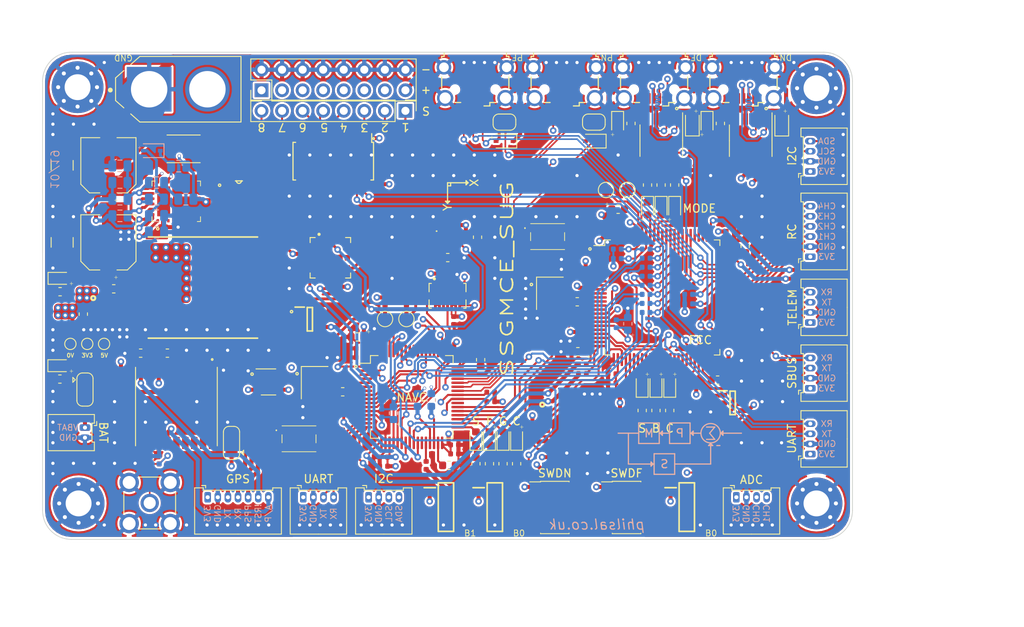
<source format=kicad_pcb>
(kicad_pcb (version 20240108) (generator "pcbnew") (generator_version "8.0")
  (layers (0 "F.Cu" signal) (1 "In1.Cu" signal) (2 "In2.Cu" signal) (31 "B.Cu" signal) (34 "B.Paste" user) (35 "F.Paste" user) (36 "B.SilkS" user "B.Silkscreen") (37 "F.SilkS" user "F.Silkscreen") (38 "B.Mask" user) (39 "F.Mask" user) (44 "Edge.Cuts" user))
  (net 0 "")
  (net 1 "+3V3")
  (net 2 "GND")
  (net 3 "ADC3_0_FCC")
  (net 4 "ADC3_1_FCC")
  (net 5 "Net-(ANT1-Pad1)")
  (net 6 "VIN+")
  (net 7 "REG_VIN")
  (net 8 "Net-(C3-Pad1)")
  (net 9 "Net-(C4-Pad1)")
  (net 10 "REG_BST")
  (net 11 "REG_CS")
  (net 12 "Net-(C6-Pad2)")
  (net 13 "+5V")
  (net 14 "REG_FB")
  (net 15 "Net-(C13-Pad1)")
  (net 16 "VDDA_FCC")
  (net 17 "VREF+_FCC")
  (net 18 "NRST_FCC")
  (net 19 "HSE_IN_FCC")
  (net 20 "Net-(C33-Pad1)")
  (net 21 "Net-(C37-Pad1)")
  (net 22 "NRST_NAVC")
  (net 23 "VDDA_NAVC")
  (net 24 "HSE_IN_NAVC")
  (net 25 "Net-(C53-Pad1)")
  (net 26 "Net-(C57-Pad1)")
  (net 27 "Net-(C57-Pad2)")
  (net 28 "Net-(C59-Pad1)")
  (net 29 "Net-(C68-Pad2)")
  (net 30 "Net-(C69-Pad2)")
  (net 31 "Net-(C70-Pad2)")
  (net 32 "Net-(D2-Pad1)")
  (net 33 "Net-(D2-Pad2)")
  (net 34 "Net-(D3-Pad2)")
  (net 35 "Net-(D3-Pad1)")
  (net 36 "Net-(D4-Pad1)")
  (net 37 "Net-(D5-Pad1)")
  (net 38 "Net-(FCC1-Pad1)")
  (net 39 "Net-(FCC1-Pad2)")
  (net 40 "Net-(FCC1-Pad3)")
  (net 41 "Net-(FCC1-Pad4)")
  (net 42 "Net-(FCC1-Pad5)")
  (net 43 "Net-(FCC1-Pad7)")
  (net 44 "Net-(FCC1-Pad8)")
  (net 45 "Net-(FCC1-Pad9)")
  (net 46 "HSE_OUT_FCC")
  (net 47 "Net-(FCC1-Pad15)")
  (net 48 "Net-(FCC1-Pad16)")
  (net 49 "UART4_TX_FCC")
  (net 50 "UART4_RX_FCC")
  (net 51 "UART2_TX_FCC")
  (net 52 "UART2_RX_FCC")
  (net 53 "SPI1_CS_FLASH_FCC")
  (net 54 "SPI1_SCK_FCC")
  (net 55 "SPI1_MISO_FCC")
  (net 56 "SPI1_MOSI_FCC")
  (net 57 "Net-(FCC1-Pad32)")
  (net 58 "Net-(FCC1-Pad33)")
  (net 59 "LED_A_FCC")
  (net 60 "LED_B_FCC")
  (net 61 "LED_C_FCC")
  (net 62 "Net-(FCC1-Pad37)")
  (net 63 "Net-(FCC1-Pad38)")
  (net 64 "Net-(FCC1-Pad39)")
  (net 65 "Net-(FCC1-Pad40)")
  (net 66 "Net-(FCC1-Pad41)")
  (net 67 "Net-(FCC1-Pad42)")
  (net 68 "Net-(FCC1-Pad43)")
  (net 69 "Net-(FCC1-Pad44)")
  (net 70 "Net-(FCC1-Pad45)")
  (net 71 "I2C2_SCL_FCC")
  (net 72 "I2C2_SDA_FCC")
  (net 73 "UART5_RX_FCC")
  (net 74 "UART5_TX_FCC")
  (net 75 "UART1_TX_FCC")
  (net 76 "UART1_RX_FCC")
  (net 77 "UART3_TX_FCC")
  (net 78 "UART3_RX_FCC")
  (net 79 "Net-(FCC1-Pad57)")
  (net 80 "Net-(FCC1-Pad58)")
  (net 81 "TIM4_CH1_FCC")
  (net 82 "TIM4_CH2_FCC")
  (net 83 "TIM4_CH3_FCC")
  (net 84 "TIM4_CH4_FCC")
  (net 85 "Net-(FCC1-Pad63)")
  (net 86 "Net-(FCC1-Pad64)")
  (net 87 "Net-(FCC1-Pad65)")
  (net 88 "I2C3_SDA_FCC")
  (net 89 "I2C3_SCL_FCC")
  (net 90 "USB_VBUS_FCC")
  (net 91 "USB_ID_FCC")
  (net 92 "USB_DM_FCC")
  (net 93 "USB_DP_FCC")
  (net 94 "SWDIO_FCC")
  (net 95 "SWCLK_FCC")
  (net 96 "Net-(FCC1-Pad77)")
  (net 97 "Net-(FCC1-Pad78)")
  (net 98 "Net-(FCC1-Pad79)")
  (net 99 "Net-(FCC1-Pad80)")
  (net 100 "GPIO_A_FCC")
  (net 101 "GPIO_B_FCC")
  (net 102 "GPIO_C_FCC")
  (net 103 "GPIO_D_FCC")
  (net 104 "GPIO_E_FCC")
  (net 105 "GPIO_F_FCC")
  (net 106 "GPIO_G_FCC")
  (net 107 "GPIO_H_FCC")
  (net 108 "LED_D_FCC")
  (net 109 "LED_E_FCC")
  (net 110 "LED_F_FCC")
  (net 111 "I2C1_SCL_FCC")
  (net 112 "I2C1_SDA_FCC")
  (net 113 "BOOT0_FCC")
  (net 114 "Net-(FCC1-Pad95)")
  (net 115 "Net-(FCC1-Pad96)")
  (net 116 "Net-(FCC1-Pad97)")
  (net 117 "Net-(FCC1-Pad98)")
  (net 118 "Net-(GPS_BAT1-Pad1)")
  (net 119 "UART1_TX_NAVC")
  (net 120 "UART1_RX_NAVC")
  (net 121 "GPS_PPS_NAVC")
  (net 122 "GPS_NRST_NAVC")
  (net 123 "GPS_LNA_EN_NAVC")
  (net 124 "I2C3_SCL_NAVC")
  (net 125 "I2C3_SDA_NAVC")
  (net 126 "USB_VBUS_NAVC")
  (net 127 "Net-(JP3-Pad2)")
  (net 128 "GPS_BAT_BACKUP")
  (net 129 "Net-(L2-Pad1)")
  (net 130 "Net-(LED1-Pad1)")
  (net 131 "Net-(LED2-Pad1)")
  (net 132 "Net-(LED3-Pad1)")
  (net 133 "Net-(LED4-Pad1)")
  (net 134 "Net-(LED5-Pad1)")
  (net 135 "Net-(LED6-Pad1)")
  (net 136 "Net-(LED7-Pad1)")
  (net 137 "Net-(LED8-Pad1)")
  (net 138 "Net-(LED9-Pad1)")
  (net 139 "LED_A_NAVC")
  (net 140 "LED_B_NAVC")
  (net 141 "Net-(LED10-Pad1)")
  (net 142 "Net-(LED11-Pad1)")
  (net 143 "LED_C_NAVC")
  (net 144 "LED_D_NAVC")
  (net 145 "Net-(LED12-Pad1)")
  (net 146 "Net-(LED13-Pad1)")
  (net 147 "Net-(LED14-Pad1)")
  (net 148 "Net-(NAVC1-Pad4)")
  (net 149 "HSE_OUT_NAVC")
  (net 150 "GPIO_A_NAVC")
  (net 151 "GPIO_B_NAVC")
  (net 152 "GPIO_C_NAVC")
  (net 153 "GPIO_D_NAVC")
  (net 154 "UART4_TX_NAVC")
  (net 155 "UART4_RX_NAVC")
  (net 156 "UART2_TX_NAVC")
  (net 157 "UART2_RX_NAVC")
  (net 158 "INT_ACC_NAVC")
  (net 159 "INT_GYR_NAVC")
  (net 160 "INT_MAG_NAVC")
  (net 161 "INT_BAR_NAVC")
  (net 162 "GPIO_E_NAVC")
  (net 163 "GPIO_F_NAVC")
  (net 164 "BAR_NRST_NAVC")
  (net 165 "Net-(NAVC1-Pad27)")
  (net 166 "BOOT1_NAVC")
  (net 167 "I2C2_SCL_NAVC")
  (net 168 "I2C2_SDA_NAVC")
  (net 169 "GPIO_G_NAVC")
  (net 170 "GPIO_H_NAVC")
  (net 171 "Net-(NAVC1-Pad39)")
  (net 172 "USB_ID_NAVC")
  (net 173 "USB_DM_NAVC")
  (net 174 "USB_DP_NAVC")
  (net 175 "SWDIO_NAVC")
  (net 176 "SWCLK_NAVC")
  (net 177 "Net-(NAVC1-Pad50)")
  (net 178 "UART3_TX_NAVC")
  (net 179 "UART3_RX_NAVC")
  (net 180 "Net-(NAVC1-Pad54)")
  (net 181 "Net-(NAVC1-Pad55)")
  (net 182 "Net-(NAVC1-Pad56)")
  (net 183 "Net-(NAVC1-Pad57)")
  (net 184 "BOOT0_NAVC")
  (net 185 "I2C1_SCL_NAVC")
  (net 186 "I2C1_SDA_NAVC")
  (net 187 "PWM_0")
  (net 188 "PWM_1")
  (net 189 "PWM_2")
  (net 190 "PWM_3")
  (net 191 "PWM_4")
  (net 192 "PWM_5")
  (net 193 "PWM_6")
  (net 194 "PWM_7")
  (net 195 "REG_EN")
  (net 196 "REG_PG")
  (net 197 "Net-(R22-Pad1)")
  (net 198 "Net-(R24-Pad2)")
  (net 199 "Net-(R25-Pad2)")
  (net 200 "Net-(R26-Pad1)")
  (net 201 "Net-(R27-Pad1)")
  (net 202 "Net-(R39-Pad2)")
  (net 203 "Net-(R52-Pad2)")
  (net 204 "Net-(R53-Pad2)")
  (net 205 "Net-(R54-Pad2)")
  (net 206 "Net-(R55-Pad2)")
  (net 207 "Net-(R56-Pad2)")
  (net 208 "Net-(R57-Pad2)")
  (net 209 "Net-(REG1-Pad3)")
  (net 210 "Net-(REG2-Pad4)")
  (net 211 "Net-(SWD1-Pad8)")
  (net 212 "Net-(SWD1-Pad7)")
  (net 213 "Net-(SWD1-Pad6)")
  (net 214 "Net-(SWD2-Pad6)")
  (net 215 "Net-(SWD2-Pad7)")
  (net 216 "Net-(SWD2-Pad8)")
  (net 217 "Net-(U2-Pad15)")
  (net 218 "Net-(U2-Pad16)")
  (net 219 "Net-(U2-Pad17)")
  (net 220 "Net-(U2-Pad18)")
  (net 221 "Net-(U2-Pad19)")
  (net 222 "Net-(U2-Pad20)")
  (net 223 "Net-(U2-Pad21)")
  (net 224 "Net-(U2-Pad22)")
  (net 225 "Net-(U2-Pad25)")
  (net 226 "Net-(U3-Pad5)")
  (net 227 "Net-(U5-Pad5)")
  (net 228 "Net-(U5-Pad1)")
  (net 229 "Net-(U5-Pad13)")
  (net 230 "Net-(U7-Pad1)")
  (net 231 "Net-(U7-Pad7)")
  (net 232 "Net-(U8-Pad2)")
  (net 233 "Net-(U8-Pad11)")
  (net 234 "Net-(U8-Pad12)")
  (net 235 "Net-(U9-Pad5)")
  (net 236 "Net-(U10-Pad5)")
  (net 237 "Net-(U10-Pad15)")
  (net 238 "Net-(U10-Pad16)")
  (net 239 "Net-(U10-Pad17)")
  (net 240 "Net-(U11-Pad4)")
  (net 241 "Net-(U11-Pad2)")
  (net 242 "Net-(U11-Pad1)")
  (net 243 "Net-(U12-Pad1)")
  (net 244 "Net-(U12-Pad2)")
  (net 245 "Net-(U12-Pad4)")
  (net 246 "Net-(USB3-Pad4)")
  (net 247 "Net-(USB4-Pad4)")
  (net 248 "Net-(C14-Pad1)")
  (net 249 "Net-(C38-Pad1)")
  (net 250 "Net-(C66-Pad2)")
  (net 251 "Net-(C71-Pad2)")
  (footprint "Resistor_SMD:R_0402_1005Metric" (layer "F.Cu") (at 92.075 58.674 180)
    (property "Reference" "R21" (hide yes))
    (property "Value" "47" (hide yes))
  )
  (footprint "Package_QFP:LQFP-100_14x14mm_P0.5mm" (layer "F.Cu") (at 101.981 55.7022)
    (property "Reference" "FCC")
    (property "Value" "STM32H753VITx" (hide yes))
  )
  (footprint "Resistor_SMD:R_0402_1005Metric" (layer "F.Cu") (at 106.172 66.144 90)
    (property "Reference" "R12" (hide yes))
    (property "Value" "4k7")
  )
  (footprint "Resistor_SMD:R_0402_1005Metric" (layer "F.Cu") (at 72.7964 76.454 90)
    (property "Reference" "R27" (hide yes))
    (property "Value" "10k")
  )
  (footprint "Resistor_SMD:R_0402_1005Metric" (layer "F.Cu") (at 67.7164 56.1824 -90)
    (property "Reference" "R29" (hide yes))
    (property "Value" "4k7")
  )
  (footprint "MountingHole:MountingHole_3.2mm_M3_Pad_Via" (layer "F.Cu") (at 121.031 29.845)
    (property "Reference" "REF**" (hide yes))
    (property "Value" "MountingHole_3.2mm_M3_Pad_Via" (hide yes))
  )
  (footprint "MountingHole:MountingHole_3.2mm_M3_Pad_Via" (layer "F.Cu") (at 29.845 81.153)
    (property "Reference" "REF**" (hide yes))
    (property "Value" "MountingHole_3.2mm_M3_Pad_Via" (hide yes))
  )
  (footprint "MountingHole:MountingHole_3.2mm_M3_Pad_Via" (layer "F.Cu") (at 121.031 81.153)
    (property "Reference" "REF**" (hide yes))
    (property "Value" "MountingHole_3.2mm_M3_Pad_Via" (hide yes))
  )
  (footprint "Connector_Molex:Molex_PicoBlade_53048-0410_1x04_P1.25mm_Horizontal" (layer "F.Cu") (at 111.125 80.391)
    (property "Reference" "ADC")
    (property "Value" "Conn_01x04" (hide yes))
  )
  (footprint "5-1814832-1:TE_5-1814832-1" (layer "F.Cu") (at 38.6334 81.1022)
    (property "Reference" "ANT1")
    (property "Value" "5-1814832-1" (hide yes))
  )
  (footprint "XT60-M:AMASS_XT60-M" (layer "F.Cu") (at 42.164 29.972)
    (property "Reference" "BAT1")
    (property "Value" "XT60-M" (hide yes))
  )
  (footprint "Capacitor_SMD:C_Elec_6.3x7.7" (layer "F.Cu") (at 33.528 39.3675 90)
    (property "Reference" "C1" (hide yes))
    (property "Value" "100u" (hide yes))
  )
  (footprint "Capacitor_SMD:C_Elec_6.3x7.7" (layer "F.Cu") (at 33.528 48.895 90)
    (property "Reference" "C8" (hide yes))
    (property "Value" "100u" (hide yes))
  )
  (footprint "Capacitor_SMD:C_1210_3225Metric" (layer "F.Cu") (at 27.813 48.895 90)
    (property "Reference" "C9")
    (property "Value" "47u" (hide yes))
  )
  (footprint "Capacitor_SMD:C_0402_1005Metric" (layer "F.Cu") (at 46.863 43.688 90)
    (property "Reference" "C10" (hide yes))
    (property "Value" "100n")
  )
  (footprint "Capacitor_SMD:C_0603_1608Metric" (layer "F.Cu") (at 34.1885 54.6354 180)
    (property "Reference" "C11" (hide yes))
    (property "Value" "10u")
  )
  (footprint "Capacitor_SMD:C_0603_1608Metric" (layer "F.Cu") (at 30.4292 57.7595 -90)
    (property "Reference" "C12" (hide yes))
    (property "Value" "10u")
  )
  (footprint "Capacitor_SMD:C_0603_1608Metric" (layer "F.Cu") (at 112.2172 49.3775 90)
    (property "Reference" "C14" (hide yes))
    (property "Value" "2u2")
  )
  (footprint "Capacitor_SMD:C_0603_1608Metric" (layer "F.Cu") (at 96.52 44.8056)
    (property "Reference" "C15" (hide yes))
    (property "Value" "10u")
  )
  (footprint "Capacitor_SMD:C_0402_1005Metric" (layer "F.Cu") (at 96.5176 46.2534)
    (property "Reference" "C16" (hide yes))
    (property "Value" "100n")
  )
  (footprint "Capacitor_SMD:C_0402_1005Metric" (layer "F.Cu") (at 92.0218 52.197 180)
    (property "Reference" "C17" (hide yes))
    (property "Value" "100n")
  )
  (footprint "Capacitor_SMD:C_0402_1005Metric" (layer "F.Cu") (at 95.758 65.151 180)
    (property "Reference" "C18" (hide yes))
    (property "Value" "100n")
  )
  (footprint "Capacitor_SMD:C_0402_1005Metric" (layer "F.Cu") (at 109.0422 64.0612 -90)
    (property "Reference" "C19" (hide yes))
    (property "Value" "100n")
  )
  (footprint "Capacitor_SMD:C_0402_1005Metric" (layer "F.Cu") (at 110.363 48.641)
    (property "Reference" "C20" (hide yes))
    (property "Value" "100n")
  )
  (footprint "Capacitor_SMD:C_0402_1005Metric" (layer "F.Cu") (at 94.4602 47.7012 180)
    (property "Reference" "C21" (hide yes))
    (property "Value" "100n")
  )
  (footprint "Capacitor_SMD:C_0402_1005Metric" (layer "F.Cu") (at 92.4814 54.0258 90)
    (property "Reference" "C22" (hide yes))
    (property "Value" "100n")
  )
  (footprint "Capacitor_SMD:C_0402_1005Metric" (layer "F.Cu") (at 95.7604 66.2686 180)
    (property "Reference" "C23" (hide yes))
    (property "Value" "100n")
  )
  (footprint "Capacitor_SMD:C_0402_1005Metric" (layer "F.Cu") (at 110.1598 64.0564 -90)
    (property "Reference" "C24" (hide yes))
    (property "Value" "100n")
  )
  (footprint "Capacitor_SMD:C_0402_1005Metric" (layer "F.Cu") (at 94.4602 46.5328 180)
    (property "Reference" "C25" (hide yes))
    (property "Value" "100n")
  )
  (footprint "Capacitor_SMD:C_0603_1608Metric" (layer "F.Cu") (at 91.5415 62.4078 180)
    (property "Reference" "C27" (hide yes))
    (property "Value" "1u")
  )
  (footprint "Capacitor_SMD:C_0402_1005Metric" (layer "F.Cu") (at 92.075 48.133 -90)
    (property "Reference" "C31" (hide yes))
    (property "Value" "100n")
  )
  (footprint "Capacitor_SMD:C_0402_1005Metric" (layer "F.Cu") (at 88.0872 52.4256)
    (property "Reference" "C32" (hide yes))
    (property "Value" "10p")
  )
  (footprint "Capacitor_SMD:C_0402_1005Metric" (layer "F.Cu") (at 88.0872 57.9628 180)
    (property "Reference" "C33" (hide yes))
    (property "Value" "10p")
  )
  (footprint "Capacitor_SMD:C_0402_1005Metric" (layer "F.Cu") (at 67.2084 41.2242 90)
    (property "Reference" "C34" (hide yes))
    (property "Value" "100n")
  )
  (footprint "Capacitor_SMD:C_0402_1005Metric" (layer "F.Cu") (at 110.6678 71.1454 180)
    (property "Reference" "C35" (hide yes))
    (property "Value" "100n")
  )
  (footprint "Capacitor_SMD:C_0402_1005Metric" (layer "F.Cu") (at 95.758 67.6402)
    (property "Reference" "C36" (hide yes))
    (property "Value" "100n")
  )
  (footprint "Capacitor_SMD:C_0603_1608Metric" (layer "F.Cu") (at 75.6159 76.454)
    (property "Reference" "C37" (hide yes))
    (property "Value" "2u2")
  )
  (footprint "Capacitor_SMD:C_0603_1608Metric" (layer "F.Cu") (at 79.5274 63.3983 90)
    (property "Reference" "C38" (hide yes))
    (property "Value" "2u2")
  )
  (footprint "Capacitor_SMD:C_0603_1608Metric" (layer "F.Cu") (at 64.3127 60.579 180)
    (property "Reference" "C39" (hide yes))
    (property "Value" "10u")
  )
  (footprint "Capacitor_SMD:C_0402_1005Metric" (layer "F.Cu") (at 66.9774 60.579)
    (property "Reference" "C41" (hide yes))
    (property "Value" "100n")
  )
  (footprint "Capacitor_SMD:C_0402_1005Metric" (layer "F.Cu") (at 76.9874 62.6872 90)
    (property "Reference" "C42" (hide yes))
    (property "Value" "100n")
  )
  (footprint "Capacitor_SMD:C_0402_1005Metric" (layer "F.Cu") (at 67.5362 75.438 180)
    (property "Reference" "C44" (hide yes))
    (property "Value" "100n")
  )
  (footprint "Capacitor_SMD:C_0402_1005Metric" (layer "F.Cu") (at 64.62 62.0014 180)
    (property "Reference" "C45" (hide yes))
    (property "Value" "100n")
  )
  (footprint "Capacitor_SMD:C_0402_1005Metric" (layer "F.Cu") (at 78.105 62.6872 90)
    (property "Reference" "C46" (hide yes))
    (property "Value" "100n")
  )
  (footprint "Capacitor_SMD:C_0402_1005Metric" (layer "F.Cu") (at 76.304 75.0316)
    (property "Reference" "C47" (hide yes))
    (property "Value" "100n")
  )
  (footprint "Capacitor_SMD:C_0402_1005Metric" (layer "F.Cu") (at 67.541 76.5556 180)
    (property "Reference" "C48" (hide yes))
    (property "Value" "100n")
  )
  (footprint "Capacitor_SMD:C_0402_1005Metric" (layer "F.Cu") (at 61.3664 73.152 -90)
    (property "Reference" "C49" (hide yes))
    (property "Value" "100n")
  )
  (footprint "Capacitor_SMD:C_0402_1005Metric" (layer "F.Cu") (at 59.0296 63.4492)
    (property "Reference" "C52" (hide yes))
    (property "Value" "10p")
  )
  (footprint "Capacitor_SMD:C_0402_1005Metric" (layer "F.Cu") (at 59.0296 69.0118 180)
    (property "Reference" "C53" (hide yes))
    (property "Value" "10p")
  )
  (footprint "Capacitor_SMD:C_0402_1005Metric" (layer "F.Cu") (at 76.2 58.5494 -90)
    (property "Reference" "C54" (hide yes))
    (property "Value" "100n")
  )
  (footprint "Capacitor_SMD:C_0402_1005Metric" (layer "F.Cu") (at 75.1816 52.9082)
    (property "Reference" "C55" (hide yes))
    (property "Value" "100n")
  )
  (footprint "Capacitor_SMD:C_0402_1005Metric" (layer "F.Cu") (at 53.3122 68.707 180)
    (property "Reference" "C56" (hide yes))
    (property "Value" "100n")
  )
  (footprint "Capacitor_SMD:C_0402_1005Metric" (layer "F.Cu") (at 64.5922 50.8 90)
    (property "Reference" "C57" (hide yes))
    (property "Value" "1n")
  )
  (footprint "Capacitor_SMD:C_0402_1005Metric" (layer "F.Cu") (at 57.3278 50.8 -90)
    (property "Reference" "C58" (hide yes))
    (property "Value" "100n")
  )
  (footprint "Capacitor_SMD:C_0603_1608Metric" (layer "F.Cu") (at 75.4633 50.7746)
    (property "Reference" "C59" (hide yes))
    (property "Value" "220n")
  )
  (footprint "Capacitor_SMD:C_0402_1005Metric" (layer "F.Cu") (at 75.715 45.9994 180)
    (property "Reference" "C60" (hide yes))
    (property "Value" "100n")
  )
  (footprint "Capacitor_SMD:C_0402_1005Metric" (layer "F.Cu") (at 77.6986 48.2624 -90)
    (property "Reference" "C61" (hide yes))
    (property "Value" "100n")
  )
  (footprint "Capacitor_SMD:C_0603_1608Metric" (layer "F.Cu") (at 79.1464 48.26 -90)
    (property "Reference" "C62" (hide yes))
    (property "Value" "10u")
  )
  (footprint "Capacitor_SMD:C_0402_1005Metric" (layer "F.Cu") (at 58.42 60.9346 180)
    (property "Reference" "C63" (hide yes))
    (property "Value" "100n")
  )
  (footprint "Capacitor_SMD:C_0603_1608Metric" (layer "F.Cu") (at 40.8179 62.5856)
    (property "Reference" "C65" (hide yes))
    (property "Value" "1u")
  )
  (footprint "Capacitor_SMD:C_0402_1005Metric" (layer "F.Cu") (at 98.5012 39.4716 90)
    (property "Reference" "C68" (hide yes))
    (property "Value" "100n" (hide yes))
  )
  (footprint "Capacitor_SMD:C_0402_1005Metric" (layer "F.Cu") (at 105.20426 39.48416 90)
    (property "Reference" "C69" (hide yes))
    (property "Value" "100n" (hide yes))
  )
  (footprint "Capacitor_SMD:C_0402_1005Metric" (layer "F.Cu") (at 109.54766 39.49178 90)
    (property "Reference" "C70" (hide yes))
    (property "Value" "100n" (hide yes))
  )
  (footprint "Capacitor_SMD:C_0402_1005Metric" (layer "F.Cu") (at 116.27866 39.48924 90)
    (property "Reference" "C71" (hide yes))
    (property "Value" "100n" (hide yes))
  )
  (footprint "Diode_SMD:D_SOD-323" (layer "F.Cu") (at 82.4865 36.3855 180)
    (property "Reference" "D2" (hide yes))
    (property "Value" "SD103AWS")
  )
  (footprint "Diode_SMD:D_SOD-323" (layer "F.Cu") (at 93.5355 36.3855 180)
    (property "Reference" "D3" (hide yes))
    (property "Value" "SD103AWS")
  )
  (footprint "Diode_SMD:D_SOD-323" (layer "F.Cu") (at 105.6894 34.2392 90)
    (property "Reference" "D4" (hide yes))
    (property "Value" "SD103AWS")
  )
  (footprint "Diode_SMD:D_SOD-323" (layer "F.Cu") (at 116.7384 34.2478 90)
    (property "Reference" "D5" (hide yes))
    (property "Value" "SD103AWS")
  )
  (footprint "Inductor_SMD:L_0402_1005Metric" (layer "F.Cu") (at 92.0726 59.9694 180)
    (property "Reference" "FB1" (hide yes))
    (property "Value" "Ferrite_Bead_Small")
  )
  (footprint "Inductor_SMD:L_0402_1005Metric" (layer "F.Cu") (at 63.0912 70.0532 180)
    (property "Reference" "FB2" (hide yes))
    (property "Value" "Ferrite_Bead_Small")
  )
  (footprint "Inductor_SMD:L_0402_1005Metric" (layer "F.Cu") (at 84.4042 29.3878 -90)
    (property "Reference" "FB3" (hide yes))
    (property "Value" "Ferrite_Bead_Small")
  )
  (footprint "Inductor_SMD:L_0402_1005Metric" (layer "F.Cu") (at 95.3262 29.3878 -90)
    (property "Reference" "FB4" (hide yes))
    (property "Value" "Ferrite_Bead_Small")
  )
  (footprint "Inductor_SMD:L_0402_1005Metric" (layer "F.Cu") (at 106.5276 29.3878 -90)
    (property "Reference" "FB5" (hide yes))
    (property "Value" "Ferrite_Bead_Small")
  )
  (footprint "Inductor_SMD:L_0402_1005Metric" (layer "F.Cu") (at 116.7384 36.8832 90)
    (property "Reference" "FB6" (hide yes))
    (property "Value" "Ferrite_Bead_Small")
  )
  (footprint "Connector_Molex:Molex_PicoBlade_53048-0210_1x02_P1.25mm_Horizontal" (layer "F.Cu") (at 30.6324 71.7804 -90)
    (property "Reference" "BAT")
    (property "Value" "Conn_01x02" (hide yes))
  )
  (footprint "Connector_Molex:Molex_PicoBlade_53048-0710_1x07_P1.25mm_Horizontal" (layer "F.Cu") (at 45.7962 80.391)
    (property "Reference" "GPS")
    (property "Value" "Conn_01x07" (hide yes))
  )
  (footprint "Crystal:Crystal_SMD_Abracon_ABM8G-4Pin_3.2x2.5mm" (layer "F.Cu") (at 88.0872 55.1942 -90)
    (property "Reference" "HSE1" (hide yes))
    (property "Value" "25MHz")
  )
  (footprint "Crystal:Crystal_SMD_Abracon_ABM8G-4Pin_3.2x2.5mm" (layer "F.Cu") (at 59.0178 66.2354 -90)
    (property "Reference" "HSE2" (hide yes))
    (property "Value" "25MHz")
  )
  (footprint "Connector_Molex:Molex_PicoBlade_53048-0410_1x04_P1.25mm_Horizontal" (layer "F.Cu") (at 120.269 40.132 90)
    (property "Reference" "I2C")
    (property "Value" "Conn_01x04" (hide yes))
  )
  (footprint "Connector_Molex:Molex_PicoBlade_53048-0410_1x04_P1.25mm_Horizontal" (layer "F.Cu") (at 65.6844 80.391)
    (property "Reference" "I2C")
    (property "Value" "Conn_01x04" (hide yes))
  )
  (footprint "Jumper:SolderJumper-2_P1.3mm_Open_RoundedPad1.0x1.5mm" (layer "F.Cu") (at 82.4715 34.036)
    (property "Reference" "JP1" (hide yes))
    (property "Value" "SolderJumper_2_Open")
  )
  (footprint "Jumper:SolderJumper-2_P1.3mm_Open_RoundedPad1.0x1.5mm" (layer "F.Cu") (at 93.5205 34.036)
    (property "Reference" "JP2" (hide yes))
    (property "Value" "SolderJumper_2_Open")
  )
  (footprint "Jumper:SolderJumper-3_P1.3mm_Open_RoundedPad1.0x1.5mm" (layer "F.Cu") (at 48.7426 73.6854 90)
    (property "Reference" "JP3" (hide yes))
    (property "Value" "SolderJumper_3_Open")
  )
  (footprint "Jumper:SolderJumper-3_P1.3mm_Open_RoundedPad1.0x1.5mm" (layer "F.Cu") (at 30.6324 67.0814 -90)
    (property "Reference" "JP4" (hide yes))
    (property "Value" "Jumper_3_Open")
  )
  (footprint "SRP1265A-150M:INDPM135125X650N" (layer "F.Cu") (at 45.212 54.483 180)
    (property "Reference" "L1")
    (property "Value" "15u" (hide yes))
  )
  (footprint "Inductor_SMD:L_0402_1005Metric" (layer "F.Cu") (at 40.282 76.2762 180)
    (property "Reference" "L2" (hide yes))
    (property "Value" "27n")
  )
  (footprint "LED_SMD:LED_0603_1608Metric" (layer "F.Cu") (at 27.5589 53.34)
    (property "Reference" "LED1" (hide yes))
    (property "Value" "G")
  )
  (footprint "LED_SMD:LED_0603_1608Metric" (layer "F.Cu") (at 27.5335 64.135)
    (property "Reference" "LED2" (hide yes))
    (property "Value" "G")
  )
  (footprint "LED_SMD:LED_0603_1608Metric" (layer "F.Cu") (at 99.4918 66.5481 90)
    (property "Reference" "LED3" (hide yes))
    (property "Value" "R")
  )
  (footprint "LED_SMD:LED_0603_1608Metric" (layer "F.Cu") (at 101.1936 66.5481 90)
    (property "Reference" "LED4" (hide yes))
    (property "Value" "R")
  )
  (footprint "LED_SMD:LED_0603_1608Metric" (layer "F.Cu") (at 102.8954 66.5481 90)
    (property "Reference" "LED5" (hide yes))
    (property "Value" "Y")
  )
  (footprint "LED_SMD:LED_0603_1608Metric" (layer "F.Cu") (at 103.505 44.7039 -90)
    (property "Reference" "LED6" (hide yes))
    (property "Value" "B")
  )
  (footprint "LED_SMD:LED_0603_1608Metric" (layer "F.Cu") (at 101.8286 44.704 -90)
    (property "Reference" "LED7" (hide yes))
    (property "Value" "B")
  )
  (footprint "LED_SMD:LED_0603_1608Metric" (layer "F.Cu") (at 100.1522 44.704 -90)
    (property "Reference" "LED8" (hide yes))
    (property "Value" "B")
  )
  (footprint "LED_SMD:LED_0603_1608Metric" (layer "F.Cu") (at 78.9432 73.1013 90)
    (property "Reference" "LED9" (hide yes))
    (property "Value" "R")
  )
  (footprint "LED_SMD:LED_0603_1608Metric" (layer "F.Cu") (at 83.9724 73.1011 90)
    (property "Reference" "LED12" (hide yes))
    (property "Value" "B")
  )
  (footprint "LED_SMD:LED_0603_1608Metric" (layer "F.Cu") (at 96.4565 34.201 -90)
    (property "Reference" "LED13" (hide yes))
    (property "Value" "G")
  )
  (footprint "LED_SMD:LED_0603_1608Metric" (layer "F.Cu") (at 107.5055 34.201 -90)
    (property "Reference" "LED14" (hide yes))
    (property "Value" "G")
  )
  (footprint "Connector_PinHeader_2.54mm:PinHeader_2x08_P2.54mm_Vertical" (layer "F.Cu") (at 52.451 30.099 90)
    (property "Reference" "PWM_POW1" (hide yes))
    (property "Value" "Conn_02x08_Odd_Even" (hide yes))
  )
  (footprint "Connector_PinHeader_2.54mm:PinHeader_1x08_P2.54mm_Vertical" (layer "F.Cu") (at 70.231 32.639 -90)
    (property "Reference" "PWM_SIG1" (hide yes))
    (property "Value" "2.54mm" (hide yes))
  )
  (footprint "Resistor_SMD:R_2512_6332Metric" (layer "F.Cu") (at 42.82 37.338)
    (property "Reference" "R1" (hide yes))
    (property "Value" "0.01" (hide yes))
  )
  (footprint "Resistor_SMD:R_0603_1608Metric" (layer "F.Cu") (at 27.559 54.991 180)
    (property "Reference" "R7" (hide yes))
    (property "Value" "560")
  )
  (footprint "Resistor_SMD:R_0603_1608Metric" (layer "F.Cu") (at 27.5335 65.786 180)
    (property "Reference" "R8" (hide yes))
    (property "Value" "240")
  )
  (footprint "Resistor_SMD:R_0603_1608Metric" (layer "F.Cu") (at 101.1936 69.6722 90)
    (property "Reference" "R16" (hide yes))
    (property "Value" "330")
  )
  (footprint "Resistor_SMD:R_0603_1608Metric" (layer "F.Cu") (at 102.8954 69.6723 90)
    (property "Reference" "R17" (hide yes))
    (property "Value" "330")
  )
  (footprint "Resistor_SMD:R_0603_1608Metric" (layer "F.Cu") (at 103.505 41.8083 -90)
    (property "Reference" "R18" (hide yes))
    (property "Value" "100")
  )
  (footprint "Resistor_SMD:R_0603_1608Metric" (layer "F.Cu") (at 100.1522 41.8084 -90)
    (property "Reference" "R20" (hide yes))
    (property "Value" "100")
  )
  (footprint "Resistor_SMD:R_0603_1608Metric" (layer "F.Cu") (at 91.4653 56.2356 180)
    (property "Reference" "R23" (hide yes))
    (property "Value" "620")
  )
  (footprint "Resistor_SMD:R_0402_1005Metric" (layer "F.Cu") (at 70.358 56.1824 -90)
    (property "Reference" "R28" (hide yes))
    (property "Value" "4k7")
  )
  (footprint "Resistor_SMD:R_0402_1005Metric" (layer "F.Cu") (at 80.7744 67.4116 180)
    (property "Reference" "R30" (hide yes))
    (property "Value" "4k7")
  )
  (footprint "Resistor_SMD:R_0402_1005Metric" (layer "F.Cu") (at 80.772 68.58 180)
    (property "Reference" "R31" (hide yes))
    (property "Value" "4k7")
  )
  (footprint "Resistor_SMD:R_0603_1608Metric" (layer "F.Cu") (at 62.4839 67.3608 180)
    (property "Reference" "R32" (hide yes))
    (property "Value" "620")
  )
  (footprint "Resistor_SMD:R_0603_1608Metric" (layer "F.Cu") (at 78.9432 76.2508 90)
    (property "Reference" "R33" (hide yes))
    (property "Value" "330")
  )
  (footprint "Resistor_SMD:R_0603_1608Metric" (layer "F.Cu") (at 80.6196 76.2508 90)
    (property "Reference" "R34" (hide yes))
    (property "Value" "330")
  )
  (footprint "Resistor_SMD:R_0603_1608Metric" (layer "F.Cu") (at 82.296 76.2508 90)
    (property "Reference" "R35" (hide yes))
    (property "Value" "330")
  )
  (footprint "Resistor_SMD:R_0603_1608Metric" (layer "F.Cu") (at 83.9724 76.2508 90)
    (property "Reference" "R36" (hide yes))
    (property "Value" "100")
  )
  (footprint "Resistor_SMD:R_0402_1005Metric" (layer "F.Cu") (at 61.595 54.3814 180)
    (property "Reference" "R37" (hide yes))
    (property "Value" "10k")
  )
  (footprint "Resistor_SMD:R_0402_1005Metric" (layer "F.Cu") (at 35.5576 64.6938)
    (property "Reference" "R38" (hide yes))
    (property "Value" "10k")
  )
  (footprint "Resistor_SMD:R_0402_1005Metric" (layer "F.Cu") (at 41.9354 75.7706 90)
    (property "Reference" "R39" (hide yes))
    (property "Value" "10")
  )
  (footprint "Resistor_SMD:R_0402_1005Metric" (layer "F.Cu") (at 92.098 63.9826)
    (property "Reference" "R49" (hide yes))
    (property "Value" "10")
  )
  (footprint "Resistor_SMD:R_0402_1005Metric" (layer "F.Cu") (at 78.613 33.7082 90)
    (property "Reference" "R52" (hide yes))
    (property "Value" "22")
  )
  (footprint "Resistor_SMD:R_0402_1005Metric" (layer "F.Cu") (at 89.662 33.7082 90)
    (property "Reference" "R55" (hide yes))
    (property "Value" "22")
  )
  (footprint "Resistor_SMD:R_0402_1005Metric" (layer "F.Cu") (at 90.8304 33.7058 90)
    (property "Reference" "R56" (hide yes))
    (property "Value" "22")
  )
  (footprint "Resistor_SMD:R_0603_1608Metric" (layer "F.Cu") (at 98.1075 34.201 -90)
    (property "Reference" "R58" (hide yes))
    (property "Value" "560")
  )
  (footprint "Resistor_SMD:R_0603_1608Metric" (layer "F.Cu") (at 109.1565 34.201 -90)
    (property "Reference" "R59" (hide yes))
    (property "Value" "560")
  )
  (footprint "LD39200PU33R:SON95P300X300X100-7N-D" (layer "F.Cu") (at 33.5534 57.4294)
    (property "Reference" "REG2")
    (property "Value" "LD39200PU33R" (hide yes))
  )
  (footprint "SKRPANE010:SKRPADE010" (layer "F.Cu") (at 87.6808 48.1838)
    (property "Reference" "SW1")
    (property "Value" "SKRPANE010")
  )
  (footprint "TDD01H0SB1R:SOT175P420X230-3N" (layer "F.Cu") (at 81.28 81.6102)
    (property "Reference" "SW3")
    (property "Value" "TDD01H0SB1R" (hide yes))
  )
  (footprint "TDD01H0SB1R:SOT175P420X230-3N" (layer "F.Cu") (at 75.2414 81.6102)
    (property "Reference" "SW4")
    (property "Value" "TDD01H0SB1R" (hide yes))
  )
  (footprint "SKRPANE010:SKRPADE010" (layer "F.Cu") (at 56.9566 73.1692)
    (property "Reference" "SW5")
    (property "Value" "SKRPANE010" (hide yes))
  )
  (footprint "Connector_PinHeader_1.27mm:PinHeader_2x05_P1.27mm_Vertical_SMD" (layer "F.Cu") (at 97.5614 81.661)
    (property "Reference" "SWDF")
    (property "Value" "Conn_02x05_Odd_Even" (hide yes))
  )
  (footprint "Connector_PinHeader_1.27mm:PinHeader_2x05_P1.27mm_Vertical_SMD" (layer "F.Cu") (at 88.6968 81.661)
    (property "Reference" "SWDN")
    (property "Value" "Conn_02x05_Odd_Even" (hide yes))
  )
  (footprint "TestPoint:TestPoint_Pad_D1.5mm" (layer "F.Cu") (at 95.0214 42.418)
    (property "Reference" "TP2" (hide yes))
    (property "Value" "I2C1")
  )
  (footprint "TestPoint:TestPoint_Pad_D1.5mm" (layer "F.Cu") (at 67.7164 58.3692)
    (property "Reference" "TP4" (hide yes))
    (property "Value" "I2C1")
  )
  (footprint "INA219AIDCNR:SOT65P280X145-8N" (layer "F.Cu") (at 49.657 42.799)
    (property "Reference" "U1")
    (property "Value" "INA219AIDCNR" (hide yes))
  )
  (footprint "Package_SO:TSSOP-28_4.4x9.7mm_P0.65mm" (layer "F.Cu") (at 61.3156 38.862 -90)
    (property "Reference" "U2" (hide yes))
    (property "Value" "PCA9685PW" (hide yes))
  )
  (footprint "24CW1280T-I_OT:SOT95P280X145-5N" (layer "F.Cu") (at 110.6678 68.7324)
    (property "Reference" "U3")
    (property "Value" "24CW1280T-I_OT" (hide yes))
  )
  (footprint "BMI088:PQFN50P450X300X100-16N" (layer "F.Cu") (at 75.438 55.499)
    (property "Reference" "U5")
    (property "Value" "BMI088" (hide yes))
  )
  (footprint "Package_TO_SOT_SMD:SOT-23-6" (layer "F.Cu") (at 53.3146 66.1416)
    (property "Reference" "U6")
    (property "Value" "TMP100")
  )
  (footprint "MPRLS0025PA00001A:XDCR_MPRLS0025PA00001A" (layer "F.Cu") (at 60.96 50.8)
    (property "Reference" "U7")
    (property "Value" "MPRLS0025PA00001A" (hide yes))
  )
  (footprint "IIS2MDCTR:IIS2MDCTR" (layer "F.Cu") (at 75.438 48.26)
    (property "Reference" "U8")
    (property "Value" "IIS2MDCTR" (hide yes))
  )
  (footprint "24CW1280T-I_OT:SOT95P280X145-5N" (layer "F.Cu") (at 58.42 58.3946)
    (property "Reference" "U9")
    (property "Value" "24CW1280T-I_OT" (hide yes))
  )
  (footprint "Package_SO:SSOP-8_3.9x5.05mm_P1.27mm" (layer "F.Cu") (at 101.854 36.322 -90)
    (property "Reference" "U11" (hide yes))
    (property "Value" "otter:CH330" (hide yes))
  )
  (footprint "Package_SO:SSOP-8_3.9x5.05mm_P1.27mm" (layer "F.Cu") (at 112.903 36.33 -90)
    (property "Reference" "U12" (hide yes))
    (property "Value" "otter:CH330" (hide yes))
  )
  (footprint "Connector_Molex:Molex_PicoBlade_53048-0410_1x04_P1.25mm_Horizontal" (layer "F.Cu") (at 120.269 58.801 90)
    (property "Reference" "TELEM")
    (property "Value" "Conn_01x04" (hide yes))
  )
  (footprint "Connector_Molex:Molex_PicoBlade_53048-0410_1x04_P1.25mm_Horizontal" (layer "F.Cu") (at 57.6072 80.391)
    (property "Reference" "UART")
    (property "Value" "Conn_01x04" (hide yes))
  )
  (footprint "Connector_USB:USB_Micro-B_Wuerth_629105150521_CircularHoles" (layer "F.Cu") (at 78.867 29.21 180)
    (property "Reference" "USB1" (hide yes))
    (property "Value" "USB_B_Micro")
  )
  (footprint "Connector_USB:USB_Micro-B_Wuerth_629105150521_CircularHoles" (layer "F.Cu") (at 100.965 29.21 180)
    (property "Reference" "USB3" (hide yes))
    (property "Value" "USB_B_Micro")
  )
  (footprint "Connector_USB:USB_Micro-B_Wuerth_629105150521_CircularHoles" (layer "F.Cu") (at 112.014 29.21 180)
    (property "Reference" "USB4" (hide yes))
    (property "Value" "USB_B_Micro")
  )
  (footprint "Capacitor_SMD:C_1210_3225Metric" (layer "F.Cu") (at 27.813 39.373 90)
    (property "Reference" "C2" (hide yes))
    (property "Value" "47u" (hide yes))
  )
  (footprint "MIC26903YJL-TR:MIC24054YJLTR" (layer "F.Cu") (at 41.911 43.823 90)
    (property "Reference" "REG1")
    (property "Value" "MIC26903YJL-TR" (hide yes))
  )
  (footprint "Connector_Molex:Molex_PicoBlade_53048-0610_1x06_P1.25mm_Horizontal" (layer "F.Cu") (at 120.269 50.673 90)
    (property "Reference" "RC")
    (property "Value" "Conn_01x06" (hide yes))
  )
  (footprint "Connector_Molex:Molex_PicoBlade_53048-0410_1x04_P1.25mm_Horizontal" (layer "F.Cu") (at 120.269 66.929 90)
    (property "Reference" "SBUS")
    (property "Value" "Conn_01x04" (hide yes))
  )
  (footprint "Connector_USB:USB_Micro-B_Wuerth_629105150521_CircularHoles" (layer "F.Cu") (at 89.916 29.21 180)
    (property "Reference" "USB2" (hide yes))
    (property "Value" "USB_B_Micro")
  )
  (footprint "Capacitor_SMD:C_0402_1005Metric" (layer "F.Cu") (at 38.6334 75.796 90)
    (property "Reference" "C66" (hide yes))
    (property "Value" "22p")
  )
  (footprint "Package_QFP:LQFP-64_10x10mm_P0.5mm" (layer "F.Cu") (at 71.0184 67.9958)
    (property "Reference" "NAVC")
    (property "Value" "STM32F405RGTx")
  )
  (footprint "Capacitor_SMD:C_0603_1608Metric" (layer "F.Cu") (at 108.8135 65.913)
    (property "Reference" "C13" (hide yes))
    (property "Value" "2u2")
  )
  (footprint "Connector_Molex:Molex_PicoBlade_53048-0410_1x04_P1.25mm_Horizontal" (layer "F.Cu") (at 120.269 75.057 90)
    (property "Reference" "UART")
    (property "Value" "Conn_01x04" (hide yes))
  )
  (footprint "Resistor_SMD:R_0402_1005Metric" (layer "F.Cu") (at 85.471 76.7842 90)
    (property "Reference" "R26" (hide yes))
    (property "Value" "10k")
  )
  (footprint "W25N01GVZEIG_TR:SON127P800X600X80-9N-D" (layer "F.Cu") (at 91.5162 71.5772)
    (property "Reference" "U4" (hide yes))
    (property "Value" "W25N01GVZEIG_TR" (hide yes))
  )
  (footprint "Resistor_SMD:R_0402_1005Metric" (layer "F.Cu") (at 85.9282 71.7272 -90)
    (property "Reference" "R25" (hide yes))
    (property "Value" "10k")
  )
  (footprint "Resistor_SMD:R_0603_1608Metric" (layer "F.Cu") (at 99.4918 69.6722 90)
    (property "Reference" "R15" (hide yes))
    (property "Value" "330")
  )
  (footprint "Resistor_SMD:R_0402_1005Metric" (layer "F.Cu") (at 96.774 70.3072 -90)
    (property "Reference" "R24" (hide yes))
    (property "Value" "10k")
  )
  (footprint "MODULE-GPS-SMD-MAX-7Q-0_18P-9.6X10MM_:GPS18P-SMD-1.1-10X9.6MM" (layer "F.Cu") (at 41.9334 69.1854 -90)
    (property "Reference" "U10")
    (property "Value" "u-blox MAX-8Q" (hide yes))
  )
  (footprint "TestPoint:TestPoint_Pad_D1.0mm" (layer "F.Cu") (at 32.9946 61.4426)
    (property "Reference" "5V" (hide yes))
    (property "Value" "TestPoint_Pad_D1.0mm")
  )
  (footprint "TestPoint:TestPoint_Pad_D1.0mm" (layer "F.Cu") (at 30.9118 61.4426)
    (property "Reference" "5V" (hide yes))
    (property "Value" "TestPoint_Pad_D1.0mm")
  )
  (footprint "TestPoint:TestPoint_Pad_D1.0mm" (layer "F.Cu") (at 28.829 61.4426)
    (property "Reference" "5V" (hide yes))
    (property "Value" "TestPoint_Pad_D1.0mm")
  )
  (footprint "TDD01H0SB1R:SOT175P420X230-3N" (layer "F.Cu") (at 105.0036 81.6102)
    (property "Reference" "SW2")
    (property "Value" "TDD01H0SB1R" (hide yes))
  )
  (footprint "Resistor_SMD:R_0402_1005Metric" (layer "F.Cu") (at 106.5252 77.343 180)
    (property "Reference" "R22" (hide yes))
    (property "Value" "10k")
  )
  (footprint "MountingHole:MountingHole_3.2mm_M3_Pad_Via" (layer "F.Cu") (at 29.718 29.718)
    (property "Reference" "REF**" (hide yes))
    (property "Value" "MountingHole_3.2mm_M3_Pad_Via" (hide yes))
  )
  (footprint "Capacitor_SMD:C_0603_1608Metric" (layer "F.Cu") (at 37.5158 62.5856 180)
    (property "Reference" "C64" (hide yes))
    (property "Value" "1u")
  )
  (footprint "Resistor_SMD:R_0402_1005Metric" (layer "F.Cu") (at 79.7814 33.7082 90)
    (property "Reference" "R53" (hide yes))
    (property "Value" "22")
  )
  (footprint "Resistor_SMD:R_0402_1005Metric" (layer "F.Cu") (at 77.4446 33.7082 90)
    (property "Reference" "R54" (hide yes))
    (property "Value" "560")
  )
  (footprint "Resistor_SMD:R_0402_1005Metric" (layer "F.Cu") (at 92.1004 65.1256)
    (property "Reference" "R48" (hide yes))
    (property "Value" "10")
  )
  (footprint "Capacitor_SMD:C_0402_1005Metric" (layer "F.Cu") (at 110.363 47.5488)
    (property "Reference" "C26" (hide yes))
    (property "Value" "100n")
  )
  (footprint "Resistor_SMD:R_0402_1005Metric" (layer "F.Cu") (at 88.4936 33.7058 90)
    (property "Reference" "R57" (hide yes))
    (property "Value" "560")
  )
  (footprint "TestPoint:TestPoint_Pad_D1.5mm" (layer "F.Cu") (at 97.663 42.418)
    (property "Reference" "TP1" (hide yes))
    (property "Value" "I2C1")
  )
  (footprint "Capacitor_SMD:C_0402_1005Metric" (layer "F.Cu") (at 64.62 63.119 180)
    (property "Reference" "C40" (hide yes))
    (property "Value" "100n")
  )
  (footprint "Resistor_SMD:R_0603_1608Metric" (layer "F.Cu") (at 101.8286 41.8084 -90)
    (property "Reference" "R19" (hide yes))
    (property "Value" "100")
  )
  (footprint "Capacitor_SMD:C_0402_1005Metric" (layer "F.Cu") (at 92.075 61.0616 180)
    (property "Reference" "C28" (hide yes))
    (property "Value" "100n")
  )
  (footprint "Resistor_SMD:R_0402_1005Metric" (layer "F.Cu") (at 105.0036 66.144 90)
    (property "Reference" "R11" (hide yes))
    (property "Value" "4k7")
  )
  (footprint "Capacitor_SMD:C_0402_1005Metric" (layer "F.Cu") (at 76.304 73.914)
    (property "Reference" "C43" (hide yes))
    (property "Value" "100n")
  )
  (footprint "LED_SMD:LED_0603_1608Metric" (layer "F.Cu") (at 82.296 73.1013 90)
    (property "Reference" "LED11" (hide yes))
    (property "Value" "Y")
  )
  (footprint "LED_SMD:LED_0603_1608Metric" (layer "F.Cu") (at 80.6196 73.1012 90)
    (property "Reference" "LED10" (hide yes))
    (property "Value" "R")
  )
  (footprint "TestPoint:TestPoint_Pad_D1.5mm" (layer "F.Cu") (at 70.358 58.3692)
    (property "Reference" "TP3" (hide yes))
    (property "Value" "I2C1")
  )
  (footprint "Resistor_SMD:R_0402_1005Metric" (layer "B.Cu") (at 99.972 54.2036)
    (property "Reference" "R43" (hide yes))
    (property "Value" "10")
  )
  (footprint "Resistor_SMD:R_0402_1005Metric" (layer "B.Cu") (at 99.972 56.4388)
    (property "Reference" "R41" (hide yes))
    (property "Value" "10")
  )
  (footprint "Resistor_SMD:R_0402_1005Metric" (layer "B.Cu") (at 99.9744 55.3212)
    (property "Reference" "R42" (hide yes))
    (property "Value" "10")
  )
  (footprint "Resistor_SMD:R_0402_1005Metric" (layer "B.Cu") (at 99.972 57.5564)
    (property "Reference" "R40" (hide yes))
    (property "Value" "10")
  )
  (footprint "Capacitor_SMD:C_0805_2012Metric" (layer "B.Cu") (at 39.4693 47.625)
    (property "Reference" "C3" (hide yes))
    (property "Value" "2u2" (hide yes))
  )
  (footprint "Capacitor_SMD:C_0805_2012Metric" (layer "B.Cu") (at 39.4716 45.593)
    (property "Reference" "C4" (hide yes))
    (property "Value" "2u2" (hide yes))
  )
  (footprint "Capacitor_SMD:C_0805_2012Metric" (layer "B.Cu") (at 42.2171 39.4716 180)
    (property "Reference" "C5" (hide yes))
    (property "Value" "100n" (hide yes))
  )
  (footprint "Capacitor_SMD:C_0805_2012Metric" (layer "B.Cu") (at 43.1038 43.561 180)
    (property "Reference" "C6" (hide yes))
    (property "Value" "100n" (hide yes))
  )
  (footprint "Capacitor_SMD:C_0805_2012Metric" (layer "B.Cu") (at 34.9527 43.561)
    (property "Reference" "C7" (hide yes))
    (property "Value" "4n7" (hide yes))
  )
  (footprint "Capacitor_SMD:C_0603_1608Metric" (layer "B.Cu") (at 97.7138 58.9534 90)
    (property "Reference" "C29" (hide yes))
    (property "Value" "1u" (hide yes))
  )
  (footprint "Capacitor_SMD:C_0402_1005Metric" (layer "B.Cu") (at 96.2914 58.9534 90)
    (property "Reference" "C30" (hide yes))
    (property "Value" "100n")
  )
  (footprint "Capacitor_SMD:C_0603_1608Metric" (layer "B.Cu") (at 68.7578 70.0024 90)
    (property "Reference" "C50" (hide yes))
    (property "Value" "1u")
  )
  (footprint "Capacitor_SMD:C_0402_1005Metric" (layer "B.Cu") (at 67.31 70.0024 90)
    (property "Reference" "C51" (hide yes))
    (property "Value" "100n")
  )
  (footprint "Capacitor_SMD:C_0402_1005Metric" (layer "B.Cu") (at 39.8018 75.7912 90)
    (property "Reference" "C67" (hide yes))
    (property "Value" "10n")
  )
  (footprint "Diode_SMD:D_SOD-323" (layer "B.Cu") (at 38.896 37.5666 180)
    (property "Reference" "D1" (hide yes))
    (property "Value" "SD103AWS" (hide yes))
  )
  (footprint "Resistor_SMD:R_0805_2012Metric" (layer "B.Cu") (at 34.9527 45.6184)
    (property "Reference" "R2" (hide yes))
    (property "Value" "10k" (hide yes))
  )
  (footprint "Resistor_SMD:R_0805_2012Metric" (layer "B.Cu") (at 39.4739 41.5036 180)
    (property "Reference" "R4" (hide yes))
    (property "Value" "19k6" (hide yes))
  )
  (footprint "Resistor_SMD:R_0805_2012Metric" (layer "B.Cu") (at 34.9527 41.5036)
    (property "Reference" "R5" (hide yes))
    (property "Value" "6k8" (hide yes))
  )
  (footprint "Resistor_SMD:R_0805_2012Metric" (layer "B.Cu") (at 34.9527 39.4462)
    (property "Reference" "R6" (hide yes))
    (property "Value" "1k3" (hide yes))
  )
  (footprint "Resistor_SMD:R_0402_1005Metric" (layer "B.Cu") (at 96.416 50.9016)
    (property "Reference" "R9" (hide yes))
    (property "Value" "4k7")
  )
  (footprint "Resistor_SMD:R_0402_1005Metric" (layer "B.Cu") (at 96.416 49.7332)
    (property "Reference" "R10" (hide yes))
    (property "Value" "4k7")
  )
  (footprint "Resistor_SMD:R_0402_1005Metric" (layer "B.Cu") (at 105.2298 55.3212)
    (property "Reference" "R13" (hide yes))
    (property "Value" "4k7")
  )
  (footprint "Resistor_SMD:R_0402_1005Metric" (layer "B.Cu") (at 105.2322 56.4896)
    (property "Reference" "R14" (hide yes))
    (property "Value" "4k7")
  )
  (footprint "Resistor_SMD:R_0402_1005Metric" (layer "B.Cu") (at 99.972 53.086)
    (property "Reference" "R44" (hide yes))
    (property "Value" "10")
  )
  (footprint "Resistor_SMD:R_0402_1005Metric" (layer "B.Cu") (at 99.972 51.9684)
    (property "Reference" "R45" (hide yes))
    (property "Value" "10")
  )
  (footprint "Resistor_SMD:R_0402_1005Metric" (layer "B.Cu") (at 99.9744 50.8508)
    (property "Reference" "R46" (hide yes))
    (property "Value" "10")
  )
  (footprint "Resistor_SMD:R_0402_1005Metric" (layer "B.Cu") (at 99.972 49.7332)
    (property "Reference" "R47" (hide yes))
    (property "Value" "10")
  )
  (footprint "Resistor_SMD:R_0603_1608Metric" (layer "B.Cu") (at 71.7296 68.3768 90)
    (property "Reference" "R50" (hide yes))
    (property "Value" "0")
  )
  (footprint "Resistor_SMD:R_0603_1608Metric" (layer "B.Cu") (at 73.4314 68.3768 90)
    (property "Reference" "R51" (hide yes))
    (property "Value" "0")
  )
  (footprint "Resistor_SMD:R_0805_2012Metric" (layer "B.Cu") (at 39.4693 43.561)
    (property "Reference" "R3" (hide yes))
    (property "Value" "10k" (hide yes))
  )
  (gr_line (start 109.474 72.7329) (end 109.22 72.4789) (stroke (width 0.15)) (layer "B.SilkS"))
  (gr_line (start 105.41 73.7489) (end 105.41 72.4789) (stroke (width 0.15)) (layer "B.SilkS"))
  (gr_line (start 101.6 73.7489) (end 101.6 72.4789) (stroke (width 0.15)) (layer "B.SilkS"))
  (gr_line (start 100.965 77.5589) (end 100.965 76.2889) (stroke (width 0.15)) (layer "B.SilkS"))
  (gr_line (start 107.95 76.2889) (end 107.95 73.677015) (stroke (width 0.15)) (layer "B.SilkS"))
  (gr_line (start 108.204 74.0029) (end 107.95 73.7489) (stroke (width 0.15)) (layer "B.SilkS"))
  (gr_line (start 105.791 72.7329) (end 105.537 72.4789) (stroke (width 0.15)) (layer "B.SilkS"))
  (gr_line (start 101.981 72.7329) (end 101.727 72.4789) (stroke (width 0.15)) (layer "B.SilkS"))
  (gr_line (start 100.584 76.5429) (end 100.838 76.2889) (stroke (width 0.15)) (layer "B.SilkS"))
  (gr_line (start 108.458 71.7169) (end 107.823 72.4789) (stroke (width 0.15)) (layer "B.SilkS"))
  (gr_line (start 107.823 72.4789) (end 108.458 73.2409) (stroke (width 0.15)) (layer "B.SilkS"))
  (gr_line (start 96.52 72.4789) (end 99.06 72.4789) (stroke (width 0.15)) (layer "B.SilkS"))
  (gr_line (start 101.981 72.2249) (end 101.981 72.7329) (stroke (width 0.15)) (layer "B.SilkS"))
  (gr_line (start 102.87 72.4789) (end 101.6 72.4789) (stroke (width 0.15)) (layer "B.SilkS"))
  (gr_line (start 105.41 72.4789) (end 105.41 71.2089) (stroke (width 0.15)) (layer "B.SilkS"))
  (gr_line (start 109.474 72.2249) (end 109.474 72.7329) (stroke (width 0.15)) (layer "B.SilkS"))
  (gr_line (start 107.95 73.7489) (end 107.696 74.0029) (stroke (width 0.15)) (layer "B.SilkS"))
  (gr_line (start 102.87 71.2089) (end 102.87 73.7489) (stroke (width 0.15)) (layer "B.SilkS"))
  (gr_line (start 100.584 76.0349) (end 100.584 76.5429) (stroke (width 0.15)) (layer "B.SilkS"))
  (gr_line (start 97.79 76.2889) (end 100.965 76.2889) (stroke (width 0.15)) (layer "B.SilkS"))
  (gr_line (start 102.87 73.7489) (end 105.41 73.7489) (stroke (width 0.15)) (layer "B.SilkS"))
  (gr_line (start 103.505 75.0189) (end 103.505 77.5589) (stroke (width 0.15)) (layer "B.SilkS"))
  (gr_line (start 100.965 76.2889) (end 100.965 75.0189) (stroke (width 0.15)) (layer "B.SilkS"))
  (gr_line (start 100.838 76.2889) (end 100.584 76.0349) (stroke (width 0.15)) (layer "B.SilkS"))
  (gr_line (start 108.712 74.0029) (end 109.093 74.0029) (stroke (width 0.15)) (layer "B.SilkS"))
  (gr_line (start 101.6 71.2089) (end 99.06 71.2089) (stroke (width 0.15)) (layer "B.SilkS"))
  (gr_line (start 99.06 73.7489) (end 101.6 73.7489) (stroke (width 0.15)) (layer "B.SilkS"))
  (gr_line (start 106.751885 72.4789) (end 105.41 72.4789) (stroke (width 0.15)) (layer "B.SilkS"))
  (gr_circle (center 107.95 72.4789) (end 108.966 73.1139) (stroke (width 0.15)) (fill none) (layer "B.SilkS"))
  (gr_line (start 101.6 72.4789) (end 101.6 71.2089) (stroke (width 0.15)) (layer "B.SilkS"))
  (gr_line (start 105.537 72.4789) (end 105.791 72.2249) (stroke (width 0.15)) (layer "B.SilkS"))
  (gr_line (start 103.505 76.2889) (end 107.95 76.2889) (stroke (width 0.15)) (layer "B.SilkS"))
  (gr_line (start 109.22 72.4789) (end 109.474 72.2249) (stroke (width 0.15)) (layer "B.SilkS"))
  (gr_line (start 101.727 72.4789) (end 101.981 72.2249) (stroke (width 0.15)) (layer "B.SilkS"))
  (gr_line (start 105.791 72.2249) (end 105.791 72.7329) (stroke (width 0.15)) (layer "B.SilkS"))
  (gr_line (start 103.505 77.5589) (end 100.965 77.5589) (stroke (width 0.15)) (layer "B.SilkS"))
  (gr_line (start 105.41 71.2089) (end 102.87 71.2089) (stroke (width 0.15)) (layer "B.SilkS"))
  (gr_line (start 97.79 72.4789) (end 97.79 76.2889) (stroke (width 0.15)) (layer "B.SilkS"))
  (gr_line (start 100.965 75.0189) (end 103.505 75.0189) (stroke (width 0.15)) (layer "B.SilkS"))
  (gr_line (start 108.458 73.2409) (end 107.442 73.2409) (stroke (width 0.15)) (layer "B.SilkS"))
  (gr_line (start 111.76 72.4789) (end 109.22 72.4789) (stroke (width 0.15)) (layer "B.SilkS"))
  (gr_line (start 107.696 74.0029) (end 108.204 74.0029) (stroke (width 0.15)) (layer "B.SilkS"))
  (gr_line (start 107.442 71.7169) (end 108.458 71.7169) (stroke (width 0.15)) (layer "B.SilkS"))
  (gr_line (start 99.06 71.2089) (end 99.06 73.7489) (stroke (width 0.15)) (layer "B.SilkS"))
  (gr_line (start 77.724 41.783) (end 77.978 41.529) (stroke (width 0.15)) (layer "F.SilkS"))
  (gr_line (start 75.184 43.815) (end 75.438 44.069) (stroke (width 0.15)) (layer "F.SilkS"))
  (gr_circle (center 47.2694 41.8338) (end 47.3202 41.8846) (stroke (width 0.15)) (fill none) (layer "F.SilkS"))
  (gr_circle (center 51.2826 65.1764) (end 51.3334 65.2272) (stroke (width 0.15)) (fill none) (layer "F.SilkS"))
  (gr_circle (center 93.0402 49.7078) (end 93.091 49.7586) (stroke (width 0.15)) (fill none) (layer "F.SilkS"))
  (gr_circle (center 64.1096 64.2366) (end 64.1604 64.2874) (stroke (width 0.15)) (fill none) (layer "F.SilkS"))
  (gr_circle (center 56.1594 57.4548) (end 56.2102 57.5056) (stroke (width 0.15)) (fill none) (layer "F.SilkS"))
  (gr_circle (center 56.8452 65.1256) (end 56.896 65.1764) (stroke (width 0.15)) (fill none) (layer "F.SilkS"))
  (gr_circle (center 103.759 32.3596) (end 103.8098 32.4104) (stroke (width 0.15)) (fill none) (layer "F.SilkS"))
  (gr_circle (center 114.808 32.3596) (end 114.8588 32.4104) (stroke (width 0.15)) (fill none) (layer "F.SilkS"))
  (gr_circle (center 85.8012 54.102) (end 85.852 54.1528) (stroke (width 0.15)) (fill none) (layer "F.SilkS"))
  (gr_line (start 75.438 41.529) (end 77.978 41.529) (stroke (width 0.15)) (layer "F.SilkS"))
  (gr_line (start 75.438 41.91) (end 75.819 41.91) (stroke (width 0.15)) (layer "F.SilkS"))
  (gr_line (start 75.819 41.91) (end 75.819 41.529) (stroke (width 0.15)) (layer "F.SilkS"))
  (gr_line (start 75.438 44.069) (end 75.692 43.815) (stroke (width 0.15)) (layer "F.SilkS"))
  (gr_line (start 75.692 43.815) (end 75.184 43.815) (stroke (width 0.15)) (layer "F.SilkS"))
  (gr_circle (center 39.624 47.2186) (end 39.6748 47.2694) (stroke (width 0.15)) (fill none) (layer "F.SilkS"))
  (gr_line (start 75.438 41.529) (end 75.438 44.069) (stroke (width 0.15)) (layer "F.SilkS"))
  (gr_circle (center 66.304521 36.068) (end 66.329921 36.0934) (stroke (width 0.15)) (fill none) (layer "F.SilkS"))
  (gr_line (start 77.978 41.529) (end 77.724 41.275) (stroke (width 0.15)) (layer "F.SilkS"))
  (gr_line (start 77.724 41.275) (end 77.724 41.783) (stroke (width 0.15)) (layer "F.SilkS"))
  (gr_line (start 29.082999 25.400001) (end 121.92 25.4) (stroke (width 0.1)) (layer "Edge.Cuts"))
  (gr_line (start 125.476 28.956) (end 125.476 82.042) (stroke (width 0.1)) (layer "Edge.Cuts"))
  (gr_line (start 121.92 85.598) (end 28.956 85.598) (stroke (width 0.1)) (layer "Edge.Cuts"))
  (gr_line (start 25.4 82.042) (end 25.397734 28.956001) (stroke (width 0.1)) (layer "Edge.Cuts"))
  (gr_arc (start 125.476 82.042) (mid 124.434472 84.556472) (end 121.92 85.598) (stroke (width 0.1)) (layer "Edge.Cuts"))
  (gr_arc (start 121.92 25.4) (mid 124.434472 26.441528) (end 125.476 28.956) (stroke (width 0.1)) (layer "Edge.Cuts"))
  (gr_arc (start 25.397734 28.956001) (mid 26.485235 26.395419) (end 29.082999 25.400001) (stroke (width 0.1)) (layer "Edge.Cuts"))
  (gr_arc (start 28.956 85.598) (mid 26.441528 84.556472) (end 25.4 82.042) (stroke (width 0.1)) (layer "Edge.Cuts"))
  (gr_text "SCL" (at 122.301 37.6428 0) (layer "B.SilkS") (effects (font (size 0.75 0.75) (thickness 0.1)) (justify mirror)))
  (gr_text "GND" (at 122.301 38.8874 0) (layer "B.SilkS") (effects (font (size 0.75 0.75) (thickness 0.1)) (justify mirror)))
  (gr_text "3V3" (at 122.301 40.132 0) (layer "B.SilkS") (effects (font (size 0.75 0.75) (thickness 0.1)) (justify mirror)))
  (gr_text "CH4" (at 122.301 44.4246 0) (layer "B.SilkS") (effects (font (size 0.75 0.75) (thickness 0.1)) (justify mirror)))
  (gr_text "CH3" (at 122.301 45.6946 0) (layer "B.SilkS") (effects (font (size 0.75 0.75) (thickness 0.1)) (justify mirror)))
  (gr_text "CH2" (at 122.301 46.9265 0) (layer "B.SilkS") (effects (font (size 0.75 0.75) (thickness 0.1)) (justify mirror)))
  (gr_text "CH1" (at 122.301 48.1838 0) (layer "B.SilkS") (effects (font (size 0.75 0.75) (thickness 0.1)) (justify mirror)))
  (gr_text "GND" (at 122.301 49.4284 0) (layer "B.SilkS") (effects (font (size 0.75 0.75) (thickness 0.1)) (justify mirror)))
  (gr_text "3V3" (at 122.301 50.673 0) (layer "B.SilkS") (effects (font (size 0.75 0.75) (thickness 0.1)) (justify mirror)))
  (gr_text "RX" (at 122.301 55.0545 0) (layer "B.SilkS") (effects (font (size 0.75 0.75) (thickness 0.1)) (justify mirror)))
  (gr_text "TX" (at 122.301 56.3118 0) (layer "B.SilkS") (effects (font (size 0.75 0.75) (thickness 0.1)) (justify mirror)))
  (gr_text "GND" (at 122.301 57.5564 0) (layer "B.SilkS") (effects (font (size 0.75 0.75) (thickness 0.1)) (justify mirror)))
  (gr_text "3V3" (at 122.301 58.801 0) (layer "B.SilkS") (effects (font (size 0.75 0.75) (thickness 0.1)) (justify mirror)))
  (gr_text "RX" (at 122.301 63.1825 0) (layer "B.SilkS") (effects (font (size 0.75 0.75) (thickness 0.1)) (justify mirror)))
  (gr_text "TX" (at 122.301 64.4398 0) (layer "B.SilkS") (effects (font (size 0.75 0.75) (thickness 0.1)) (justify mirror)))
  (gr_text "GND" (at 122.301 65.6844 0) (layer "B.SilkS") (effects (font (size 0.75 0.75) (thickness 0.1)) (justify mirror)))
  (gr_text "3V3" (at 122.301 66.929 0) (layer "B.SilkS") (effects (font (size 0.75 0.75) (thickness 0.1)) (justify mirror)))
  (gr_text "RX" (at 122.301 71.3105 0) (layer "B.SilkS") (effects (font (size 0.75 0.75) (thickness 0.1)) (justify mirror)))
  (gr_text "TX" (at 122.301 72.5678 0) (layer "B.SilkS") (effects (font (size 0.75 0.75) (thickness 0.1)) (justify mirror)))
  (gr_text "GND" (at 122.301 73.787 0) (layer "B.SilkS") (effects (font (size 0.75 0.75) (thickness 0.1)) (justify mirror)))
  (gr_text "3V3" (at 122.301 75.057 0) (layer "B.SilkS") (effects (font (size 0.75 0.75) (thickness 0.1)) (justify mirror)))
  (gr_text "CH1" (at 114.8715 82.423 90) (layer "B.SilkS") (effects (font (size 0.75 0.75) (thickness 0.1)) (justify mirror)))
  (gr_text "CH0" (at 113.6142 82.423 90) (layer "B.SilkS") (effects (font (size 0.75 0.75) (thickness 0.1)) (justify mirror)))
  (gr_text "GND" (at 112.3696 82.423 90) (layer "B.SilkS") (effects (font (size 0.75 0.75) (thickness 0.1)) (justify mirror)))
  (gr_text "3V3" (at 111.125 82.423 90) (layer "B.SilkS") (effects (font (size 0.75 0.75) (thickness 0.1)) (justify mirror)))
  (gr_text "SDA" (at 69.4436 82.423 90) (layer "B.SilkS") (effects (font (size 0.75 0.75) (thickness 0.1)) (justify mirror)))
  (gr_text "SCL" (at 68.199 82.423 90) (layer "B.SilkS") (effects (font (size 0.75 0.75) (thickness 0.1)) (justify mirror)))
  (gr_text "GND" (at 66.929 82.423 90) (layer "B.SilkS") (effects (font (size 0.75 0.75) (thickness 0.1)) (justify mirror)))
  (gr_text "3V3" (at 65.6844 82.423 90) (layer "B.SilkS") (effects (font (size 0.75 0.75) (thickness 0.1)) (justify mirror)))
  (gr_text "RX" (at 61.3664 82.423 90) (layer "B.SilkS") (effects (font (size 0.75 0.75) (thickness 0.1)) (justify mirror)))
  (gr_text "TX" (at 60.1218 82.423 90) (layer "B.SilkS") (effects (font (size 0.75 0.75) (thickness 0.1)) (justify mirror)))
  (gr_text "GND" (at 58.8645 82.423 90) (layer "B.SilkS") (effects (font (size 0.75 0.75) (thickness 0.1)) (justify mirror)))
  (gr_text "A/P" (at 53.2892 82.423 90) (layer "B.SilkS") (effects (font (size 0.75 0.75) (thickness 0.1)) (justify mirror)))
  (gr_text "!RST" (at 52.0446 82.423 90) (layer "B.SilkS") (effects (font (size 0.75 0.75) (thickness 0.1)) (justify mirror)))
  (gr_text "PPS" (at 50.8 82.423 90) (layer "B.SilkS") (effects (font (size 0.75 0.75) (thickness 0.1)) (justify mirror)))
  (gr_text "RX" (at 49.5554 82.423 90) (layer "B.SilkS") (effects (font (size 0.75 0.75) (thickness 0.1)) (justify mirror)))
  (gr_text "TX" (at 48.2854 82.423 90) (layer "B.SilkS") (effects (font (size 0.75 0.75) (thickness 0.1)) (justify mirror)))
  (gr_text "GND" (at 47.0408 82.423 90) (layer "B.SilkS") (effects (font (size 0.75 0.75) (thickness 0.1)) (justify mirror)))
  (gr_text "3V3" (at 45.7835 82.423 90) (layer "B.SilkS") (effects (font (size 0.75 0.75) (thickness 0.1)) (justify mirror)))
  (gr_text "GND" (at 28.575 73.025 0) (layer "B.SilkS") (effects (font (size 0.75 0.75) (thickness 0.1)) (justify mirror)))
  (gr_text "VBAT" (at 28.5115 71.7804 0) (layer "B.SilkS") (effects (font (size 0.75 0.75) (thickness 0.1)) (justify mirror)))
  (gr_text "3V3" (at 57.6072 82.423 90) (layer "B.SilkS") (effects (font (size 0.75 0.75) (thickness 0.1)) (justify mirror)))
  (gr_text "philsal.co.uk" (at 93.9165 83.7565 0) (layer "B.SilkS") (effects (font (size 1.25 1.25) (thickness 0.15) (italic yes)) (justify mirror)))
  (gr_text "10/19" (at 26.8732 39.878 270) (layer "B.SilkS") (effects (font (size 1 1) (thickness 0.1)) (justify mirror)))
  (gr_text "+" (at 37.3888 37.1602 0) (layer "B.SilkS") (effects (font (size 0.5 0.5) (thickness 0.05)) (justify mirror)))
  (gr_text "+" (at 98.3234 60.2996 0) (layer "B.SilkS") (effects (font (size 0.5 0.5) (thickness 0.05)) (justify mirror)))
  (gr_text "SDA" (at 122.301 36.3855 0) (layer "B.SilkS") (effects (font (size 0.75 0.75) (thickness 0.1)) (justify mirror)))
  (gr_text "S" (at 102.235 76.2889 0) (layer "B.SilkS") (effects (font (size 1 1)) (justify mirror)))
  (gr_text "P" (at 104.14 72.4789 0) (layer "B.SilkS") (effects (font (size 1 1)) (justify mirror)))
  (gr_text "M" (at 100.33 72.4789 0) (layer "B.SilkS") (effects (font (size 1 1)) (justify mirror)))
  (gr_text "+" (at 72.771 30.0355 0) (layer "F.SilkS") (effects (font (size 1 1))))
  (gr_text "S" (at 72.771 32.639 180) (layer "F.SilkS") (effects (font (size 1 1))))
  (gr_text "PF" (at 84.074 26.035 180) (layer "F.SilkS") (effects (font (size 0.75 0.75) (thickness 0.1))))
  (gr_text "PN" (at 95.123 26.035 180) (layer "F.SilkS") (effects (font (size 0.75 0.75) (thickness 0.1))))
  (gr_text "DF" (at 106.172 26.035 180) (layer "F.SilkS") (effects (font (size 0.75 0.75) (thickness 0.1))))
  (gr_text "DN" (at 117.221 26.035 180) (layer "F.SilkS") (effects (font (size 0.75 0.75) (thickness 0.1))))
  (gr_text "B1" (at 78.232 84.836 0) (layer "F.SilkS") (effects (font (size 0.75 0.75) (thickness 0.1))))
  (gr_text "B0" (at 84.2645 84.836 0) (layer "F.SilkS") (effects (font (size 0.75 0.75) (thickness 0.1))))
  (gr_text "B0" (at 108.0135 84.836 0) (layer "F.SilkS") (effects (font (size 0.75 0.75) (thickness 0.1))))
  (gr_text "S" (at 78.9432 70.993 0) (layer "F.SilkS") (effects (font (size 1 1))))
  (gr_text "F" (at 80.6196 70.993 0) (layer "F.SilkS") (effects (font (size 1 1))))
  (gr_text "G" (at 82.296 70.993 0) (layer "F.SilkS") (effects (font (size 1 1))))
  (gr_text "C" (at 83.9724 70.993 0) (layer "F.SilkS") (effects (font (size 1 1))))
  (gr_text "MODE" (at 106.553 44.704 0) (layer "F.SilkS") (effects (font (size 1 1))))
  (gr_text "GND" (at 35.3822 26.0858 180) (layer "F.SilkS") (effects (font (size 0.75 0.75) (thickness 0.1))))
  (gr_text "B" (at 101.1936 71.882 0) (layer "F.SilkS") (effects (font (size 1 1))))
  (gr_text "C" (at 102.8954 71.882 0) (layer "F.SilkS") (effects (font (size 1 1))))
  (gr_text "1" (at 70.231 34.671 180) (layer "F.SilkS") (effects (font (size 1 1))))
  (gr_text "2" (at 67.691 34.671 180) (layer "F.SilkS") (effects (font (size 1 1))))
  (gr_text "3" (at 65.151 34.671 180) (layer "F.SilkS") (effects (font (size 1 1))))
  (gr_text "4" (at 62.611 34.671 180) (layer "F.SilkS") (effects (font (size 1 1))))
  (gr_text "5" (at 60.198 34.671 180) (layer "F.SilkS") (effects (font (size 1 1))))
  (gr_text "6" (at 57.531 34.671 180) (layer "F.SilkS") (effects (font (size 1 1))))
  (gr_text "7" (at 54.991 34.671 180) (layer "F.SilkS") (effects (font (size 1 1))))
  (gr_text "8" (at 52.451 34.671 180) (layer "F.SilkS") (effects (font (size 1 1))))
  (gr_text "Y" (at 75.438 44.577 90) (layer "F.SilkS") (effects (font (size 1 1))))
  (gr_text "SSGMCE_SUG\n\n" (at 84 53.4 90) (layer "F.SilkS") (effects (font (size 1.5 2.5) (thickness 0.2))))
  (gr_text "+" (at 28.956 64.77 0) (layer "F.SilkS") (effects (font (size 0.5 0.5) (thickness 0.05))))
  (gr_text "+" (at 117.1702 32.639 0) (layer "F.SilkS") (effects (font (size 0.5 0.5) (thickness 0.05))))
  (gr_text "+" (at 106.1466 32.639 0) (layer "F.SilkS") (effects (font (size 0.5 0.5) (thickness 0.05))))
  (gr_text "+" (at 91.9734 35.9156 0) (layer "F.SilkS") (effects (font (size 0.5 0.5) (thickness 0.05))))
  (gr_text "+" (at 80.9244 35.8902 0) (layer "F.SilkS") (effects (font (size 0.5 0.5) (thickness 0.05))))
  (gr_text "+" (at 79.5782 71.6788 0) (layer "F.SilkS") (effects (font (size 0.5 0.5) (thickness 0.05))))
  (gr_text "+" (at 81.2546 71.6788 0) (layer "F.SilkS") (effects (font (size 0.5 0.5) (thickness 0.05))))
  (gr_text "+" (at 82.931 71.6788 0) (layer "F.SilkS") (effects (font (size 0.5 0.5) (thickness 0.05))))
  (gr_text "+" (at 84.6074 71.6788 0) (layer "F.SilkS") (effects (font (size 0.5 0.5) (thickness 0.05))))
  (gr_text "+" (at 100.1268 65.151 0) (layer "F.SilkS") (effects (font (size 0.5 0.5) (thickness 0.05))))
  (gr_text "+" (at 101.8286 65.151 0) (layer "F.SilkS") (effects (font (size 0.5 0.5) (thickness 0.05))))
  (gr_text "+" (at 103.5304 65.151 0) (layer "F.SilkS") (effects (font (size 0.5 0.5) (thickness 0.05))))
  (gr_text "+" (at 99.5172 46.0248 0) (layer "F.SilkS") (effects (font (size 0.5 0.5) (thickness 0.05))))
  (gr_text "+" (at 101.1936 46.0248 0) (layer "F.SilkS") (effects (font (size 0.5 0.5) (thickness 0.05))))
  (gr_text "+" (at 102.87 46.0248 0) (layer "F.SilkS") (effects (font (size 0.5 0.5) (thickness 0.05))))
  (gr_text "+" (at 106.8832 35.5346 0) (layer "F.SilkS") (effects (font (size 0.5 0.5) (thickness 0.05))))
  (gr_text "+" (at 95.8342 35.5346 0) (layer "F.SilkS") (effects (font (size 0.5 0.5) (thickness 0.05))))
  (gr_text "+" (at 34.4678 43.6626 0) (layer "F.SilkS") (effects (font (size 0.5 0.5) (thickness 0.05))))
  (gr_text "+" (at 34.4678 53.1876 0) (layer "F.SilkS") (effects (font (size 0.5 0.5) (thickness 0.05))))
  (gr_text "+" (at 95.1484 44.1452 0) (layer "F.SilkS") (effects (font (size 0.5 0.5) (thickness 0.05))))
  (gr_text "+" (at 92.9132 62.992 0) (layer "F.SilkS") (effects (font (size 0.5 0.5) (thickness 0.05))))
  (gr_text "+" (at 65.6844 59.9186 0) (layer "F.SilkS") (effects (font (size 0.5 0.5) (thickness 0.05))))
  (gr_text "+" (at 69.3674 71.3232 0) (layer "F.SilkS") (effects (font (size 0.5 0.5) (thickness 0.05))))
  (gr_text "+" (at 28.956 53.9496 0) (layer "F.SilkS") (effects (font (size 0.5 0.5) (thickness 0.05))))
  (gr_text "-" (at 72.771 27.4955 0) (layer "F.SilkS") (effects (font (size 1 1))))
  (gr_text "X" (at 78.74 41.529 90) (layer "F.SilkS") (effects (font (size 1 1))))
  (gr_text "S" (at 99.4918 71.882 0) (layer "F.SilkS") (effects (font (size 1 1))))
  (segment (start 95.4162 69.6722) (end 96.624 69.6722) (width 0.5) (layer "F.Cu") (net 1))
  (segment (start 96.624 69.6722) (end 96.774 69.8222) (width 0.5) (layer "F.Cu") (net 1))
  (segment (start 77.5462 53.7308) (end 76.938 54.339) (width 0.25) (layer "F.Cu") (net 1))
  (segment (start 31.5874 56.4794) (end 32.028399 56.4794) (width 1) (layer "F.Cu") (net 1))
  (segment (start 52.1994 67.1068) (end 52.2146 67.0916) (width 0.5) (layer "F.Cu") (net 1))
  (segment (start 78.105 63.1722) (end 76.9874 63.1722) (width 0.25) (layer "F.Cu") (net 1))
  (segment (start 76.188 47.51) (end 76.188 46.0114) (width 0.2025) (layer "F.Cu") (net 1))
  (segment (start 39.7334 62.8826) (end 39.7334 64.6854) (width 0.5) (layer "F.Cu") (net 1))
  (segment (start 38.6334 64.6854) (end 39.7334 64.6854) (width 0.5) (layer "F.Cu") (net 1))
  (segment (start 29.972 55.753) (end 30.861 55.753) (width 1) (layer "F.Cu") (net 1))
  (segment (start 112.5626 69.6824) (end 113.284 68.961) (width 0.5) (layer "F.Cu") (net 1))
  (segment (start 67.0052 36.0172) (end 65.5458 36.0172) (width 0.5) (layer "F.Cu") (net 1))
  (segment (start 74.688 48.51) (end 75.320748 48.51) (width 0.2025) (layer "F.Cu") (net 1))
  (segment (start 75.565 73.66) (end 75.819 73.914) (width 0.5) (layer "F.Cu") (net 1))
  (segment (start 35.0774 64.689) (end 35.0726 64.6938) (width 0.5) (layer "F.Cu") (net 1))
  (segment (start 82.2452 68.58) (end 81.257 68.58) (width 0.5) (layer "F.Cu") (net 1))
  (segment (start 65.5434 41.7092) (end 65.5406 41.712) (width 0.25) (layer "F.Cu") (net 1))
  (segment (start 109.878 49.4802) (end 109.656 49.7022) (width 0.25) (layer "F.Cu") (net 1))
  (segment (start 74.938 55.6665) (end 74.938 54.8315) (width 0.2025) (layer "F.Cu") (net 1))
  (segment (start 29.083 57.912) (end 28.194 57.912) (width 1) (layer "F.Cu") (net 1))
  (segment (start 58.1128 49.53) (end 57.3278 50.315) (width 0.35) (layer "F.Cu") (net 1))
  (segment (start 65.5458 36.0172) (end 65.5406 36.012) (width 0.5) (layer "F.Cu") (net 1))
  (segment (start 55.626 49.6316) (end 56.3118 50.3174) (width 0.35) (layer "F.Cu") (net 1))
  (segment (start 68.2684 73.6708) (end 68.2684 75.1908) (width 0.25) (layer "F.Cu") (net 1))
  (segment (start 96.7486 68.1458) (end 96.243 67.6402) (width 0.5) (layer "F.Cu") (net 1))
  (segment (start 74.938 54.8315) (end 74.938 54.339) (width 0.2025) (layer "F.Cu") (net 1))
  (segment (start 65.1002 59.309) (end 65.1002 60.579) (width 0.5) (layer "F.Cu") (net 1))
  (segment (start 76.188 46.0114) (end 76.2 45.9994) (width 0.2025) (layer "F.Cu") (net 1))
  (segment (start 109.878 47.5488) (end 109.878 48.641) (width 0.25) (layer "F.Cu") (net 1))
  (segment (start 77.216 58.0644) (end 76.2 58.0644) (width 0.5) (layer "F.Cu") (net 1))
  (segment (start 31.157174 65.256626) (end 30.6324 65.7814) (width 0.5) (layer "F.Cu") (net 1))
  (segment (start 48.387 44.3682) (end 48.5958 44.577) (width 0.35) (layer "F.Cu") (net 1))
  (segment (start 109.0422 63.5762) (end 110.155 63.5762) (width 0.25) (layer "F.Cu") (net 1))
  (segment (start 94.2086 48.7172) (end 94.9452 47.9806) (width 0.5) (layer "F.Cu") (net 1))
  (segment (start 69.0118 76.5556) (end 68.026 76.5556) (width 0.5) (layer "F.Cu") (net 1))
  (segment (start 95.7325 44.8056) (end 95.7325 45.9533) (width 0.25) (layer "F.Cu") (net 1))
  (segment (start 68.2244 41.7068) (end 67.2108 41.7068) (width 0.5) (layer "F.Cu") (net 1))
  (segment (start 74.938 53.1496) (end 74.6966 52.9082) (width 0.2025) (layer "F.Cu") (net 1))
  (segment (start 31.72 64.6938) (end 30.6324 65.7814) (width 0.5) (layer "F.Cu") (net 1))
  (segment (start 96.481 64.913) (end 96.243 65.151) (width 0.25) (layer "F.Cu") (net 1))
  (segment (start 94.306 54.7022) (end 92.6728 54.7022) (width 0.25) (layer "F.Cu") (net 1))
  (segment (start 95.981 48.0272) (end 95.2712 48.0272) (width 0.25) (layer "F.Cu") (net 1))
  (segment (start 92.4814 54.5108) (end 91.6964 54.5108) (width 0.5) (layer "F.Cu") (net 1))
  (segment (start 67.7116 55.7022) (end 67.7164 55.6974) (width 0.5) (layer "F.Cu") (net 1))
  (segment (start 76.438 56.659) (end 76.438 55.346252) (width 0.2025) (layer "F.Cu") (net 1))
  (segment (start 57.3254 50.3174) (end 57.3278 50.315) (width 0.5) (layer "F.Cu") (net 1))
  (segment (start 75.819 73.914) (end 75.0116 73.914) (width 0.25) (layer "F.Cu") (net 1))
  (segment (start 31.782401 64.631399) (end 31.157174 65.256626) (width 0.5) (layer "F.Cu") (net 1))
  (segment (start 79.2734 79.8668) (end 79.28 79.8602) (width 0.5) (layer "F.Cu") (net 1))
  (segment (start 67.2084 41.7092) (end 65.5434 41.7092) (width 0.25) (layer "F.Cu") (net 1))
  (segment (start 90.6018 59.9694) (end 91.5876 59.9694) (width 0.5) (layer "F.Cu") (net 1))
  (segment (start 96.243 65.151) (end 96.243 66.2662) (width 0.25) (layer "F.Cu") (net 1))
  (segment (start 54.4146 68.0896) (end 53.7972 68.707) (width 0.5) (layer "F.Cu") (net 1))
  (segment (start 30.9118 61.5442) (end 28.321 64.135) (width 0.5) (layer "F.Cu") (net 1))
  (segment (start 56.3118 50.3174) (end 57.3254 50.3174) (width 0.5) (layer "F.Cu") (net 1))
  (segment (start 29.0832 56.972) (end 29.083 56.9722) (width 1) (layer "F.Cu") (net 1))
  (segment (start 70.358 55.6974) (end 67.7164 55.6974) (width 0.5) (layer "F.Cu") (net 1))
  (segment (start 30.9118 61.4426) (end 30.9118 61.5442) (width 0.5) (layer "F.Cu") (net 1))
  (segment (start 95.981 48.0272) (end 95.981 46.305) (width 0.25) (layer "F.Cu") (net 1))
  (segment (start 29.083 59.6138) (end 30.9118 61.4426) (width 0.5) (layer "F.Cu") (net 1))
  (segment (start 30.023 56.972) (end 30.4292 56.972) (width 1) (layer "F.Cu") (net 1))
  (segment (start 67.2684 62.3208) (end 66.4924 61.5448) (width 0.25) (layer "F.Cu") (net 1))
  (segment (start 81.2594 68.5776) (end 81.257 68.58) (width 0.5) (layer "F.Cu") (net 1))
  (segment (start 106.172 66.629) (end 105.0036 66.629) (width 0.25) (layer "F.Cu") (net 1))
  (segment (start 74.7684 73.981) (end 75.819 75.0316) (width 0.25) (layer "F.Cu") (net 1))
  (segment (start 77.466 48.01) (end 77.6986 47.7774) (width 0.2025) (layer "F.Cu") (net 1))
  (segment (start 73.2282 79.8734) (end 73.2414 79.8602) (width 0.5) (layer "F.Cu") (net 1))
  (segment (start 31.75 54.864) (end 31.4325 55.1815) (width 1) (layer "F.Cu") (net 1))
  (segment (start 62.611 70.058) (end 62.6062 70.0532) (width 0.35) (layer "F.Cu") (net 1))
  (segment (start 96.7486 68.707) (end 96.7486 68.1458) (width 0.5) (layer "F.Cu") (net 1))
  (segment (start 48.5958 44.577) (end 54.864 44.577) (width 0.35) (layer "F.Cu") (net 1))
  (segment (start 54.4146 67.0916) (end 54.4146 68.0896) (width 0.5) (layer "F.Cu") (net 1))
  (segment (start 30.861 55.753) (end 30.861 56.5402) (width 1) (layer "F.Cu") (net 1))
  (segment (start 75.320748 48.51) (end 75.820748 48.01) (width 0.2025) (layer "F.Cu") (net 1))
  (segment (start 110.1598 62.5856) (end 110.1598 63.5714) (width 0.5) (layer "F.Cu") (net 1))
  (segment (start 66.7004 55.7022) (end 67.7116 55.7022) (width 0.5) (layer "F.Cu") (net 1))
  (segment (start 65.1002 61.9966) (end 65.105 62.0014) (width 0.25) (layer "F.Cu") (net 1))
  (segment (start 107.981 63.3772) (end 108.8432 63.3772) (width 0.25) (layer "F.Cu") (net 1))
  (segment (start 65.105 62.0014) (end 66.949 62.0014) (width 0.25) (layer "F.Cu") (net 1))
  (segment (start 78.8415 47.7774) (end 79.1464 47.4725) (width 0.2025) (layer "F.Cu") (net 1))
  (segment (start 95.0721 45.466) (end 95.7325 44.8056) (width 0.5) (layer "F.Cu") (net 1))
  (segment (start 92.512 52.2022) (end 92.5068 52.197) (width 0.25) (layer "F.Cu") (net 1))
  (segment (start 58.86 49.53) (end 58.1128 49.53) (width 0.35) (layer "F.Cu") (net 1))
  (segment (start 30.861 56.5402) (end 30.4292 56.972) (width 1) (layer "F.Cu") (net 1))
  (segment (start 94.9452 45.9486) (end 94.9452 46.5328) (width 0.5) (layer "F.Cu") (net 1))
  (segment (start 50.8 67.1068) (end 52.1994 67.1068) (width 0.5) (layer "F.Cu") (net 1))
  (segment (start 29.972 54.864) (end 29.972 55.753) (width 1) (layer "F.Cu") (net 1))
  (segment (start 61.0362 59.3598) (end 59.6852 59.3598) (width 0.5) (layer "F.Cu") (net 1))
  (segment (start 65.105 64.0074) (end 65.3434 64.2458) (width 0.25) (layer "F.Cu") (net 1))
  (segment (start 75.938 56.1665) (end 75.438 55.6665) (width 0.2025) (layer "F.Cu") (net 1))
  (segment (start 54.864 44.577) (end 55.626 45.339) (width 0.35) (layer "F.Cu") (net 1))
  (segment (start 75.0116 73.914) (end 74.7684 73.6708) (width 0.25) (layer "F.Cu") (net 1))
  (segment (start 40.0304 62.5856) (end 39.7334 62.8826) (width 0.5) (layer "F.Cu") (net 1))
  (segment (start 66.4924 61.5448) (end 66.4924 60.579) (width 0.25) (layer "F.Cu") (net 1))
  (segment (start 76.5556 61.1886) (end 76.454 61.1886) (width 0.5) (layer "F.Cu") (net 1))
  (segment (start 74.438 56.1665) (end 74.938 55.6665) (width 0.2025) (layer "F.Cu") (net 1))
  (segment (start 92.6728 54.7022) (end 92.4814 54.5108) (width 0.25) (layer "F.Cu") (net 1))
  (segment (start 32.0534 57.4294) (end 32.0534 56.4794) (width 0.5) (layer "F.Cu") (net 1))
  (segment (start 111.9178 70.3804) (end 111.1528 71.1454) (width 0.35) (layer "F.Cu") (net 1))
  (segment (start 48.387 43.7642) (end 48.387 44.3682) (width 0.35) (layer "F.Cu") (net 1))
  (segment (start 63.0936 54.3814) (end 62.08 54.3814) (width 0.5) (layer "F.Cu") (net 1))
  (segment (start 81.2594 67.4116) (end 81.2594 68.5776) (width 0.5) (layer "F.Cu") (net 1))
  (segment (start 74.938 54.339) (end 74.938 53.1496) (width 0.2025) (layer "F.Cu") (net 1))
  (segment (start 95.981 46.305) (end 96.0326 46.2534) (width 0.25) (layer "F.Cu") (net 1))
  (segment (start 76.26739 62.87219) (end 76.5674 63.1722) (width 0.5) (layer "F.Cu") (net 1))
  (segment (start 68.0212 75.438) (end 68.0212 76.5508) (width 0.25) (layer "F.Cu") (net 1))
  (segment (start 77.5462 53.1622) (end 77.5462 53.7308) (width 0.25) (layer "F.Cu") (net 1))
  (segment (start 68.2684 75.1908) (end 68.0212 75.438) (width 0.25) (layer "F.Cu") (net 1))
  (segment (start 94.9452 46.5328) (end 95.7532 46.5328) (width 0.25) (layer "F.Cu") (net 1))
  (segment (start 59.67 59.3446) (end 59.67 60.1696) (width 0.5) (layer "F.Cu") (net 1))
  (segment (start 76.188 48.01) (end 77.466 48.01) (width 0.2025) (layer "F.Cu") (net 1))
  (segment (start 77.6986 47.7774) (end 78.8415 47.7774) (width 0.2025) (layer "F.Cu") (net 1))
  (segment (start 77.0314 64.2458) (end 78.105 63.1722) (width 0.25) (layer "F.Cu") (net 1))
  (segment (start 76.26739 61.37521) (end 76.26739 62.87219) (width 0.5) (layer "F.Cu") (net 1))
  (segment (start 31.782401 62.313201) (end 31.782401 64.631399) (width 0.5) (layer "F.Cu") (net 1))
  (segment (start 31.75 56.201001) (end 32.028399 56.4794) (width 1) (layer "F.Cu") (net 1))
  (segment (start 73.938 56.659) (end 74.438 56.659) (width 0.2025) (layer "F.Cu") (net 1))
  (segment (start 30.861 55.753) (end 31.5874 56.4794) (width 1) (layer "F.Cu") (net 1))
  (segment (start 102.997 80.899) (end 102.997 79.8668) (width 0.5) (layer "F.Cu") (net 1))
  (segment (start 30.4292 56.972) (end 29.0832 56.972) (width 1) (layer "F.Cu") (net 1))
  (segment (start 108.8432 63.3772) (end 109.0422 63.5762) (width 0.25) (layer "F.Cu") (net 1))
  (segment (start 95.7532 46.5328) (end 96.0326 46.2534) (width 0.25) (layer "F.Cu") (net 1))
  (segment (start 111.9178 69.6824) (end 111.9178 70.3804) (width 0.35) (layer "F.Cu") (net 1))
  (segment (start 28.194 56.9722) (end 27.305 56.9722) (width 1) (layer "F.Cu") (net 1))
  (segment (start 96.243 66.2662) (end 96.2454 66.2686) (width 0.25) (layer "F.Cu") (net 1))
  (segment (start 85.9282 70.2818) (end 85.9282 71.2422) (width 0.5) (layer "F.Cu") (net 1))
  (segment (start 65.105 63.119) (end 66.4702 63.119) (width 0.25) (layer "F.Cu") (net 1))
  (segment (start 30.861 54.864) (end 30.861 55.753) (width 1) (layer "F.Cu") (net 1))
  (segment (start 38.3033 62.5856) (end 40.0304 62.5856) (width 0.5) (layer "F.Cu") (net 1))
  (segment (start 109.878 48.641) (end 109.878 49.4802) (width 0.25) (layer "F.Cu") (net 1))
  (segment (start 29.972 55.753) (end 29.972 56.5148) (width 1) (layer "F.Cu") (net 1))
  (segment (start 59.67 60.1696) (end 58.905 60.9346) (width 0.5) (layer "F.Cu") (net 1))
  (segment (start 108.8898 47.5488) (end 109.878 47.5488) (width 0.5) (layer "F.Cu") (net 1))
  (segment (start 48.7426 76.5556) (end 48.7426 74.9854) (width 0.5) (layer "F.Cu") (net 1))
  (segment (start 94.9452 47.9806) (end 94.9452 47.7012) (width 0.5) (layer "F.Cu") (net 1))
  (segment (start 76.9874 63.1722) (end 76.9874 63.9518) (width 0.25) (layer "F.Cu") (net 1))
  (segment (start 94.9452 46.5328) (end 94.9452 47.7012) (width 0.25) (layer "F.Cu") (net 1))
  (segment (start 75.820748 48.01) (end 76.188 48.01) (width 0.2025) (layer "F.Cu") (net 1))
  (segment (start 35.0726 64.6938) (end 31.72 64.6938) (width 0.5) (layer "F.Cu") (net 1))
  (segment (start 94.4626 45.466) (end 95.0721 45.466) (width 0.5) (layer "F.Cu") (net 1))
  (segment (start 54.4298 67.1068) (end 54.4146 67.0916) (width 0.5) (layer "F.Cu") (net 1))
  (segment (start 91.6964 54.5108) (end 91.44 54.2544) (width 0.5) (layer "F.Cu") (net 1))
  (segment (start 68.0466 75.4126) (end 68.0212 75.438) (width 0.5) (layer "F.Cu") (net 1))
  (segment (start 75.938 56.659) (end 75.938 57.8024) (width 0.2025) (layer "F.Cu") (net 1))
  (segment (start 106.172 67.691) (end 106.172 66.629) (width 0.5) (layer "F.Cu") (net 1))
  (segment (start 96.7486 68.707) (end 96.7486 69.7968) (width 0.5) (layer "F.Cu") (net 1))
  (segment (start 94.306 52.2022) (end 92.512 52.2022) (width 0.25) (layer "F.Cu") (net 1))
  (segment (start 48.387 43.7642) (end 47.2718 43.7642) (width 0.25) (layer "F.Cu") (net 1))
  (segment (start 69.0118 75.4126) (end 68.0466 75.4126) (width 0.5) (layer "F.Cu") (net 1))
  (segment (start 65.105 63.119) (end 65.105 64.0074) (width 0.25) (layer "F.Cu") (net 1))
  (segment (start 92.5068 51.2064) (end 92.5068 52.197) (width 0.5) (layer "F.Cu") (net 1))
  (segment (start 35.0774 63.627) (end 35.0774 64.689) (width 0.5) (layer "F.Cu") (net 1))
  (segment (start 27.305 56.9722) (end 27.305 57.912) (width 1) (layer "F.Cu") (net 1))
  (segment (start 65.1002 60.579) (end 65.1002 61.9966) (width 0.25) (layer "F.Cu") (net 1))
  (segment (start 75.565 72.5424) (end 75.565 73.66) (width 0.5) (layer "F.Cu") (net 1))
  (segment (start 110.155 63.5762) (end 110.1598 63.5714) (width 0.25) (layer "F.Cu") (net 1))
  (segment (start 61.916 64.2458) (end 61.8744 64.2874) (width 0.25) (layer "F.Cu") (net 1))
  (segment (start 75.938 56.659) (end 75.938 56.1665) (width 0.2025) (layer "F.Cu") (net 1))
  (segment (start 67.2108 41.7068) (end 67.2084 41.7092) (width 0.5) (layer "F.Cu") (net 1))
  (segment (start 31.570999 56.972) (end 32.028399 57.4294) (width 1) (layer "F.Cu") (net 1))
  (segment (start 74.438 56.659) (end 74.438 56.1665) (width 0.2025) (layer "F.Cu") (net 1))
  (segment (start 76.6934 64.2458) (end 77.0314 64.2458) (width 0.25) (layer "F.Cu") (net 1))
  (segment (start 65.105 62.0014) (end 65.105 63.119) (width 0.25) (layer "F.Cu") (net 1))
  (segment (start 39.751 64.703) (end 39.7334 64.6854) (width 0.5) (layer "F.Cu") (net 1))
  (segment (start 94.4626 45.466) (end 94.9452 45.9486) (width 0.5) (layer "F.Cu") (net 1))
  (segment (start 62.611 71.12) (end 62.611 70.058) (width 0.35) (layer "F.Cu") (net 1))
  (segment (start 95.2712 48.0272) (end 94.9452 47.7012) (width 0.25) (layer "F.Cu") (net 1))
  (segment (start 30.861 54.864) (end 31.75 54.864) (width 1) (layer "F.Cu") (net 1))
  (segment (start 74.5442 52.7558) (end 74.6966 52.9082) (width 0.5) (layer "F.Cu") (net 1))
  (segment (start 66.949 62.0014) (end 67.2684 62.3208) (width 0.25) (layer "F.Cu") (net 1))
  (segment (start 111.9178 69.6824) (end 112.5626 69.6824) (width 0.5) (layer "F.Cu") (net 1))
  (segment (start 55.626 45.339) (end 55.626 49.6316) (width 0.35) (layer "F.Cu") (net 1))
  (segment (start 76.188 47.51) (end 76.188 48.01) (width 0.2025) (layer "F.Cu") (net 1))
  (segment (start 29.083 56.9722) (end 28.194 56.9722) (width 1) (layer "F.Cu") (net 1))
  (segment (start 59.6852 59.3598) (end 59.67 59.3446) (width 0.5) (layer "F.Cu") (net 1))
  (segment (start 29.972 54.864) (end 30.861 54.864) (width 1) (layer "F.Cu") (net 1))
  (segment (start 54.4146 66.1416) (end 54.4146 67.0916) (width 0.5) (layer "F.Cu") (net 1))
  (segment (start 75.938 57.8024) (end 76.2 58.0644) (width 0.2025) (layer "F.Cu") (net 1))
  (segment (start 29.083 57.912) (end 29.083 59.6138) (width 0.5) (layer "F.Cu") (net 1))
  (segment (start 73.3806 52.7558) (end 74.5442 52.7558) (width 0.5) (layer "F.Cu") (net 1))
  (segment (start 95.7325 45.9533) (end 96.0326 46.2534) (width 0.25) (layer "F.Cu") (net 1))
  (segment (start 77.6986 46.7614) (end 77.6986 47.7774) (width 0.5) (layer "F.Cu") (net 1))
  (segment (start 30.4292 56.972) (end 31.535799 56.972) (width 1) (layer "F.Cu") (net 1))
  (segment (start 74.7684 73.6708) (end 74.7684 73.981) (width 0.25) (layer "F.Cu") (net 1))
  (segment (start 66.4702 63.119) (end 67.2684 62.3208) (width 0.25) (layer "F.Cu") (net 1))
  (segment (start 79.2734 80.899) (end 79.2734 79.8668) (width 0.5) (layer "F.Cu") (net 1))
  (segment (start 74.7014 52.9034) (end 74.6966 52.9082) (width 0.5) (layer "F.Cu") (net 1))
  (segment (start 31.535799 56.972) (end 32.028399 56.4794) (width 1) (layer "F.Cu") (net 1))
  (segment (start 29.972 56.5148) (end 30.4292 56.972) (width 1) (layer "F.Cu") (net 1))
  (segment (start 76.438 56.659) (end 76.438 57.8264) (width 0.2025) (layer "F.Cu") (net 1))
  (segment (start 76.438 57.8264) (end 76.2 58.0644) (width 0.2025) (layer "F.Cu") (net 1))
  (segment (start 30.9118 61.4426) (end 31.782401 62.313201) (width 0.5) (layer "F.Cu") (net 1))
  (segment (start 65.3434 64.2458) (end 61.916 64.2458) (width 0.25) (layer "F.Cu") (net 1))
  (segment (start 39.751 66.294) (end 39.751 64.703) (width 0.5) (layer "F.Cu") (net 1))
  (segment (start 55.7784 67.1068) (end 54.4298 67.1068) (width 0.5) (layer "F.Cu") (net 1))
  (segment (start 76.438 55.346252) (end 76.938 54.846252) (width 0.2025) (layer "F.Cu") (net 1))
  (segment (start 76.938 54.846252) (end 76.938 54.339) (width 0.2025) (layer "F.Cu") (net 1))
  (segment (start 30.4292 56.972) (end 31.570999 56.972) (width 1) (layer "F.Cu") (net 1))
  (segment (start 27.305 57.912) (end 28.194 57.912) (width 1) (layer "F.Cu") (net 1))
  (segment (start 96.481 63.3772) (end 96.481 64.913) (width 0.25) (layer "F.Cu") (net 1))
  (segment (start 96.2454 66.2686) (end 96.2454 67.6378) (width 0.25) (layer "F.Cu") (net 1))
  (segment (start 31.4325 55.1815) (end 30.861 55.753) (width 1) (layer "F.Cu") (net 1))
  (segment (start 31.75 54.864) (end 31.75 56.201001) (width 1) (layer "F.Cu") (net 1))
  (segment (start 68.0212 76.5508) (end 68.026 76.5556) (width 0.25) (layer "F.Cu") (net 1))
  (segment (start 29.083 56.9722) (end 29.083 57.912) (width 1) (layer "F.Cu") (net 1))
  (segment (start 29.083 57.912) (end 30.023 56.972) (width 1) (layer "F.Cu") (net 1))
  (segment (start 93.8276 79.121) (end 95.6114 79.121) (width 0.5) (layer "F.Cu") (net 1))
  (segment (start 84.963 79.121) (end 86.7468 79.121) (width 0.5) (layer "F.Cu") (net 1))
  (segment (start 66.4924 60.579) (end 65.1002 60.579) (width 0.25) (layer "F.Cu") (net 1))
  (segment (start 75.438 55.6665) (end 74.938 55.6665) (width 0.2025) (layer "F.Cu") (net 1))
  (segment (start 47.2718 43.7642) (end 46.863 44.173) (width 0.25) (layer "F.Cu") (net 1))
  (segment (start 75.819 75.0316) (end 75.819 73.914) (width 0.25) (layer "F.Cu") (net 1))
  (segment (start 76.454 61.1886) (end 76.26739 61.37521) (width 0.5) (layer "F.Cu") (net 1))
  (segment (start 76.9874 63.9518) (end 76.6934 64.2458) (width 0.25) (layer "F.Cu") (net 1))
  (segment (start 76.5674 63.1722) (end 76.9874 63.1722) (width 0.5) (layer "F.Cu") (net 1))
  (segment (start 73.2282 80.899) (end 73.2282 79.8734) (width 0.5) (layer "F.Cu") (net 1))
  (segment (start 77.6986 46.7614) (end 76.962 46.7614) (width 0.5) (layer "F.Cu") (net 1))
  (segment (start 76.962 46.7614) (end 76.2 45.9994) (width 0.5) (layer "F.Cu") (net 1))
  (segment (start 96.7486 69.7968) (end 96.774 69.8222) (width 0.5) (layer "F.Cu") (net 1))
  (segment (start 75.938 56.659) (end 76.438 56.659) (width 0.2025) (layer "F.Cu") (net 1))
  (segment (start 28.194 56.9722) (end 28.194 57.912) (width 1) (layer "F.Cu") (net 1))
  (segment (start 96.2454 67.6378) (end 96.243 67.6402) (width 0.25) (layer "F.Cu") (net 1))
  (segment (start 102.997 79.8668) (end 103.0036 79.8602) (width 0.5) (layer "F.Cu") (net 1))
  (via (at 29.083 57.912) (size 0.8) (drill 0.4) (layers "F.Cu" "B.Cu") (net 1))
  (via (at 27.305 57.912) (size 0.8) (drill 0.4) (layers "F.Cu" "B.Cu") (net 1))
  (via (at 28.194 57.912) (size 0.8) (drill 0.4) (layers "F.Cu" "B.Cu") (net 1))
  (via (at 29.972 55.753) (size 0.8) (drill 0.4) (layers "F.Cu" "B.Cu") (net 1))
  (via (at 30.861 55.753) (size 0.8) (drill 0.4) (layers "F.Cu" "B.Cu") (net 1))
  (via (at 29.972 54.864) (size 0.8) (drill 0.4) (layers "F.Cu" "B.Cu") (net 1))
  (via (at 29.083 56.9722) (size 0.8) (drill 0.4) (layers "F.Cu" "B.Cu") (net 1))
  (via (at 28.194 56.9722) (size 0.8) (drill 0.4) (layers "F.Cu" "B.Cu") (net 1))
  (via (at 30.861 54.864) (size 0.8) (drill 0.4) (layers "F.Cu" "B.Cu") (net 1))
  (via (at 31.75 54.864) (size 0.8) (drill 0.4) (layers "F.Cu" "B.Cu") (net 1))
  (via (at 39.751 66.294) (size 0.8) (drill 0.4) (layers "F.Cu" "B.Cu") (net 1))
  (via (at 50.8 67.1068) (size 0.8) (drill 0.4) (layers "F.Cu" "B.Cu") (net 1))
  (via (at 55.7784 67.1068) (size 0.8) (drill 0.4) (layers "F.Cu" "B.Cu") (net 1))
  (via (at 61.0362 59.3598) (size 0.8) (drill 0.4) (layers "F.Cu" "B.Cu") (net 1))
  (via (at 65.1002 59.309) (size 0.8) (drill 0.4) (layers "F.Cu" "B.Cu") (net 1))
  (via (at 62.611 71.12) (size 0.8) (drill 0.4) (layers "F.Cu" "B.Cu") (net 1))
  (via (at 69.0118 75.4126) (size 0.8) (drill 0.4) (layers "F.Cu" "B.Cu") (net 1))
  (via (at 69.0118 76.5556) (size 0.8) (drill 0.4) (layers "F.Cu" "B.Cu") (net 1))
  (via (at 75.565 72.5424) (size 0.8) (drill 0.4) (layers "F.Cu" "B.Cu") (net 1))
  (via (at 76.5556 61.1886) (size 0.8) (drill 0.4) (layers "F.Cu" "B.Cu") (net 1))
  (via (at 77.216 58.0644) (size 0.8) (drill 0.4) (layers "F.Cu" "B.Cu") (net 1))
  (via (at 77.5462 53.1622) (size 0.8) (drill 0.4) (layers "F.Cu" "B.Cu") (net 1))
  (via (at 73.3806 52.7558) (size 0.8) (drill 0.4) (layers "F.Cu" "B.Cu") (net 1))
  (via (at 77.6986 46.7614) (size 0.8) (drill 0.4) (layers "F.Cu" "B.Cu") (net 1))
  (via (at 94.4626 45.466) (size 0.8) (drill 0.4) (layers "F.Cu" "B.Cu") (net 1))
  (via (at 92.5068 51.2064) (size 0.8) (drill 0.4) (layers "F.Cu" "B.Cu") (net 1))
  (via (at 91.44 54.2544) (size 0.8) (drill 0.4) (layers "F.Cu" "B.Cu") (net 1))
  (via (at 90.6018 59.9694) (size 0.8) (drill 0.4) (layers "F.Cu" "B.Cu") (net 1))
  (via (at 96.7486 68.707) (size 0.8) (drill 0.4) (layers "F.Cu" "B.Cu") (net 1))
  (via (at 85.9282 70.2818) (size 0.8) (drill 0.4) (layers "F.Cu" "B.Cu") (net 1))
  (via (at 82.2452 68.58) (size 0.8) (drill 0.4) (layers "F.Cu" "B.Cu") (net 1))
  (via (at 63.0936 54.3814) (size 0.8) (drill 0.4) (layers "F.Cu" "B.Cu") (net 1))
  (via (at 56.3118 50.3174) (size 0.8) (drill 0.4) (layers "F.Cu" "B.Cu") (net 1))
  (via (at 68.2244 41.7068) (size 0.8) (drill 0.4) (layers "F.Cu" "B.Cu") (net 1))
  (via (at 67.0052 36.0172) (size 0.8) (drill 0.4) (layers "F.Cu" "B.Cu") (net 1))
  (via (at 108.8898 47.5488) (size 0.8) (drill 0.4) (layers "F.Cu" "B.Cu") (net 1))
  (via (at 94.2086 48.7172) (size 0.8) (drill 0.4) (layers "F.Cu" "B.Cu") (net 1))
  (via (at 113.284 68.961) (size 0.8) (drill 0.4) (layers "F.Cu" "B.Cu") (net 1))
  (via (at 110.1598 62.5856) (size 0.8) (drill 0.4) (layers "F.Cu" "B.Cu") (net 1))
  (via (at 35.0774 63.627) (size 0.8) (drill 0.4) (layers "F.Cu" "B.Cu") (net 1))
  (via (at 48.7426 76.5556) (size 0.8) (drill 0.4) (layers "F.Cu" "B.Cu") (net 1))
  (via (at 106.172 67.691) (size 0.8) (drill 0.4) (layers "F.Cu" "B.Cu") (net 1))
  (via (at 84.963 79.121) (size 0.8) (drill 0.4) (layers "F.Cu" "B.Cu") (net 1))
  (via (at 79.2734 80.899) (size 0.8) (drill 0.4) (layers "F.Cu" "B.Cu") (net 1))
  (via (at 73.2282 80.899) (size 0.8) (drill 0.4) (layers "F.Cu" "B.Cu") (net 1))
  (via (at 93.8276 79.121) (size 0.8) (drill 0.4) (layers "F.Cu" "B.Cu") (net 1))
  (via (at 102.997 80.899) (size 0.8) (drill 0.4) (layers "F.Cu" "B.Cu") (net 1))
  (via (at 66.7004 55.7022) (size 0.8) (drill 0.4) (layers "F.Cu" "B.Cu") (net 1))
  (via (at 61.8744 64.2874) (size 0.8) (drill 0.4) (layers "F.Cu" "B.Cu") (net 1))
  (via (at 95.9358 51.8414) (size 0.8) (drill 0.4) (layers "F.Cu" "B.Cu") (net 1))
  (via (at 27.305 56.9722) (size 0.8) (drill 0.4) (layers "F.Cu" "B.Cu") (net 1))
  (via (at 56.1594 64.3636) (size 0.8) (drill 0.4) (layers "F.Cu" "B.Cu") (net 1))
  (via (at 104.7496 57.4802) (size 0.8) (drill 0.4) (layers "F.Cu" "B.Cu") (net 1))
  (segment (start 61.601885 59.3598) (end 62.6872 60.445115) (width 0.5) (layer "B.Cu") (net 1))
  (segment (start 95.931 49.7332) (end 95.931 50.9016) (width 0.25) (layer "B.Cu") (net 1))
  (segment (start 66.9036 75.4126) (end 69.0118 75.4126) (width 0.5) (layer "B.Cu") (net 1))
  (segment (start 104.7448 56.4872) (end 104.7472 56.4896) (width 0.5) (layer "B.Cu") (net 1))
  (segment (start 62.6872 60.445115) (end 62.6872 63.4746) (width 0.5) (layer "B.Cu") (net 1))
  (segment (start 61.0362 59.3598) (end 61.601885 59.3598) (width 0.5) (layer "B.Cu") (net 1))
  (segment (start 62.6872 63.4746) (end 61.8744 64.2874) (width 0.5) (layer "B.Cu") (net 1))
  (segment (start 62.611 71.12) (end 66.9036 75.4126) (width 0.5) (layer "B.Cu") (net 1))
  (segment (start 104.7472 56.4896) (end 104.7472 57.4778) (width 0.5) (layer "B.Cu") (net 1))
  (segment (start 95.9358 50.9064) (end 95.931 50.9016) (width 0.5) (layer "B.Cu") (net 1))
  (segment (start 104.7472 57.4778) (end 104.7496 57.4802) (width 0.5) (layer "B.Cu") (net 1))
  (segment (start 95.9358 51.8414) (end 95.9358 50.9064) (width 0.5) (layer "B.Cu") (net 1))
  (segment (start 104.7448 55.3212) (end 104.7448 56.4872) (width 0.5) (layer "B.Cu") (net 1))
  (segment (start 42.1436 47.0154) (end 42.1436 47.0154) (width 0.5) (layer "F.Cu") (net 2))
  (segment (start 95.273 66.2662) (end 95.2754 66.2686) (width 0.25) (layer "F.Cu") (net 2))
  (segment (start 96.668432 46.6058) (end 96.668432 46.587568) (width 0.25) (layer "F.Cu") (net 2))
  (segment (start 49.2974 43.1292) (end 49.657 42.7696) (width 0.25) (layer "F.Cu") (net 2))
  (segment (start 66.961285 59.563) (end 67.4624 60.064115) (width 0.5) (layer "F.Cu") (net 2))
  (segment (start 30.48 59.69) (end 31.369 59.69) (width 1) (layer "F.Cu") (net 2))
  (segment (start 42.1436 47.0154) (end 42.236 46.923) (width 0.5) (layer "F.Cu") (net 2))
  (segment (start 107.784298 64.5462) (end 108.6222 64.5462) (width 0.25) (layer "F.Cu") (net 2))
  (segment (start 47.7436 64.6854) (end 47.752 64.6938) (width 0.5) (layer "F.Cu") (net 2))
  (segment (start 76.9874 62.2022) (end 78.105 62.2022) (width 0.25) (layer "F.Cu") (net 2))
  (segment (start 40.361 43.098) (end 40.361 43.823) (width 0.25) (layer "F.Cu") (net 2))
  (segment (start 96.481 48.0272) (end 96.481 48.9272) (width 0.2025) (layer "F.Cu") (net 2))
  (segment (start 57.935 60.9346) (end 57.935 60.5146) (width 0.5) (layer "F.Cu") (net 2))
  (segment (start 33.401 54.6354) (end 33.401 57.277) (width 1) (layer "F.Cu") (net 2))
  (segment (start 38.564 29.972) (end 38.564 31.452) (width 4) (layer "F.Cu") (net 2))
  (segment (start 40.3784 47.0154) (end 42.1436 47.0154) (width 0.5) (layer "F.Cu") (net 2))
  (segment (start 53.3146 67.7996) (end 53.3146 66.2116) (width 0.5) (layer "F.Cu") (net 2))
  (segment (start 36.7283 62.5856) (end 35.5854 62.5856) (width 0.5) (layer "F.Cu") (net 2))
  (segment (start 32.258 58.826157) (end 33.5534 57.530757) (width 1) (layer "F.Cu") (net 2))
  (segment (start 40.286 46.923) (end 40.3784 47.0154) (width 0.5) (layer "F.Cu") (net 2))
  (segment (start 95.2754 66.2686) (end 95.2754 67.6378) (width 0.25) (layer "F.Cu") (net 2))
  (segment (start 67.385368 75.103832) (end 67.0512 75.438) (width 0.25) (layer "F.Cu") (net 2))
  (segment (start 38.564 31.794) (end 35.941 34.417) (width 4) (layer "F.Cu") (net 2))
  (segment (start 76.2508 50.7746) (end 77.47 50.7746) (width 0.35) (layer "F.Cu") (net 2))
  (segment (start 86.7468 81.661) (end 86.7468 80.391) (width 0.5) (layer "F.Cu") (net 2))
  (segment (start 87.2372 57.5978) (end 87.6022 57.9628) (width 0.25) (layer "F.Cu") (net 2))
  (segment (start 110.848 48.641) (end 112.1662 48.641) (width 0.25) (layer "F.Cu") (net 2))
  (segment (start 35.941 34.417) (end 33.528 36.83) (width 4) (layer "F.Cu") (net 2))
  (segment (start 96.0814 49.3268) (end 95.6564 49.3268) (width 0.2025) (layer "F.Cu") (net 2))
  (segment (start 50.927 41.8338) (end 50.927 42.4688) (width 0.25) (layer "F.Cu") (net 2))
  (segment (start 52.8272 68.707) (end 52.8272 68.287) (width 0.5) (layer "F.Cu") (net 2))
  (segment (start 40.286 46.223) (end 40.286 46.923) (width 0.5) (layer "F.Cu") (net 2))
  (segment (start 58.1678 67.3354) (end 58.1678 68.635) (width 0.25) (layer "F.Cu") (net 2))
  (segment (start 76.438 53.6796) (end 75.6666 52.9082) (width 0.2025) (layer "F.Cu") (net 2))
  (segment (start 40.286 41.423) (end 40.286 43.748) (width 0.5) (layer "F.Cu") (net 2))
  (segment (start 89.6112 73.4822) (end 91.5162 71.5772) (width 0.5) (layer "F.Cu") (net 2))
  (segment (start 92.8338 53.874968) (end 92.815568 53.874968) (width 0.25) (layer "F.Cu") (net 2))
  (segment (start 96.481 46.793232) (end 96.668432 46.6058) (width 0.25) (layer "F.Cu") (net 2))
  (segment (start 42.236 46.223) (end 42.886 46.223) (width 0.5) (layer "F.Cu") (net 2))
  (segment (start 95.273 64.0852) (end 95.273 65.151) (width 0.25) (layer "F.Cu") (net 2))
  (segment (start 92.815568 53.874968) (end 92.4814 53.5408) (width 0.25) (layer "F.Cu") (net 2))
  (segment (start 39.011 42.198) (end 39.461 42.198) (width 0.25) (layer "F.Cu") (net 2))
  (segment (start 97.0026 45.1105) (end 97.3075 44.8056) (width 0.25) (layer "F.Cu") (net 2))
  (segment (start 46.9368 43.1292) (end 46.863 43.203) (width 0.25) (layer "F.Cu") (net 2))
  (segment (start 33.528 46.3575) (end 33.528 46.99) (width 1) (layer "F.Cu") (net 2))
  (segment (start 53.3146 66.2116) (end 53.2446 66.1416) (width 0.5) (layer "F.Cu") (net 2))
  (segment (start 40.286 46.223) (end 40.286 43.898) (width 0.5) (layer "F.Cu") (net 2))
  (segment (start 57.935 60.5146) (end 58.3946 60.055) (width 0.5) (layer "F.Cu") (net 2))
  (segment (start 34.036 59.69) (end 33.5534 59.2074) (width 1) (layer "F.Cu") (net 2))
  (segment (start 38.564 29.972) (end 37.084 29.972) (width 4) (layer "F.Cu") (net 2))
  (segment (start 30.4292 58.547) (end 30.890812 59.008612) (width 1) (layer "F.Cu") (net 2))
  (segment (start 32.6034 58.3794) (end 33.5534 57.4294) (width 0.5) (layer "F.Cu") (net 2))
  (segment (start 62.9406 36.012) (end 63.5906 36.012) (width 0.25) (layer "F.Cu") (net 2))
  (segment (start 87.2974 58.2676) (end 87.6022 57.9628) (width 0.25) (layer "F.Cu") (net 2))
  (segment (start 88.9372 54.0942) (end 88.9372 52.7906) (width 0.25) (layer "F.Cu") (net 2))
  (segment (start 75.7174 52.8574) (end 75.6666 52.9082) (width 0.35) (layer "F.Cu") (net 2))
  (segment (start 34.036 59.69) (end 34.925 59.69) (width 1) (layer "F.Cu") (net 2))
  (segment (start 89.5096 52.2224) (end 88.7754 52.2224) (width 0.25) (layer "F.Cu") (net 2))
  (segment (start 33.401 57.277) (end 33.5534 57.4294) (width 1) (layer "F.Cu") (net 2))
  (segment (start 91.59 61.0616) (end 91.59 61.5718) (width 0.25) (layer "F.Cu") (net 2))
  (segment (start 95.6114 84.201) (end 97.3114 84.201) (width 0.5) (layer "F.Cu") (net 2))
  (segment (start 88.6968 83.951) (end 88.6968 81.911) (width 0.5) (layer "F.Cu") (net 2))
  (segment (start 34.925 60.579) (end 34.036 59.69) (width 1) (layer "F.Cu") (net 2))
  (segment (start 33.528 46.3575) (end 34.428 46.3575) (width 1) (layer "F.Cu") (net 2))
  (segment (start 46.3334 64.6854) (end 47.7436 64.6854) (width 0.5) (layer "F.Cu") (net 2))
  (segment (start 94.306 58.7022) (end 96.0346 58.7022) (width 0.25) (layer "F.Cu") (net 2))
  (segment (start 33.5534 59.2836) (end 33.147 59.69) (width 1) (layer "F.Cu") (net 2))
  (segment (start 33.528 46.99) (end 35.052 48.514) (width 1) (layer "F.Cu") (net 2))
  (segment (start 78.8463 48.7474) (end 79.1464 49.0475) (width 0.2025) (layer "F.Cu") (net 2))
  (segment (start 33.5534 57.530757) (end 33.5534 57.4294) (width 1) (layer "F.Cu") (net 2))
  (segment (start 30.5968 58.3794) (end 30.4292 58.547) (width 0.5) (layer "F.Cu") (net 2))
  (segment (start 67.4624 60.159) (end 67.4624 60.579) (width 0.5) (layer "F.Cu") (net 2))
  (segment (start 40.286 43.748) (end 40.361 43.823) (width 0.5) (layer "F.Cu") (net 2))
  (segment (start 110.155 64.5462) (end 110.1598 64.5414) (width 0.25) (layer "F.Cu") (net 2))
  (segment (start 49.657 42.7696) (end 49.657 42.1386) (width 0.25) (layer "F.Cu") (net 2))
  (segment (start 41.529 26.162) (end 51.054 26.162) (width 1) (layer "F.Cu") (net 2))
  (segment (start 34.925 59.69) (end 34.925 60.579) (width 1) (layer "F.Cu") (net 2))
  (segment (start 77.4612 48.51) (end 77.6986 48.7474) (width 0.2025) (layer "F.Cu") (net 2))
  (segment (start 67.7684 62.3208) (end 67.7684 60.885) (width 0.25) (layer "F.Cu") (net 2))
  (segment (start 77.6986 48.7474) (end 78.8463 48.7474) (width 0.2025) (layer "F.Cu") (net 2))
  (segment (start 38.564 29.972) (end 38.564 29.127) (width 1) (layer "F.Cu") (net 2))
  (segment (start 87.6162 73.4822) (end 89.6112 73.4822) (width 0.5) (layer "F.Cu") (net 2))
  (segment (start 76.6064 52.8574) (end 75.7174 52.8574) (width 0.35) (layer "F.Cu") (net 2))
  (segment (start 31.369 59.69) (end 32.258 59.69) (width 1) (layer "F.Cu") (net 2))
  (segment (start 64.135 62.0014) (end 64.135 63.119) (width 0.25) (layer "F.Cu") (net 2))
  (segment (start 62.2906 41.712) (end 62.9406 41.712) (width 0.25) (layer "F.Cu") (net 2))
  (segment (start 67.7684 73.6708) (end 67.7684 74.702568) (width 0.25) (layer "F.Cu") (net 2))
  (segment (start 67.385368 75.0856) (end 67.385368 75.103832) (width 0.25) (layer "F.Cu") (net 2))
  (segment (start 75.688 49.01) (end 75.688 50.2118) (width 0.2025) (layer "F.Cu") (net 2))
  (segment (start 48.387 43.1292) (end 49.2974 43.1292) (width 0.25) (layer "F.Cu") (net 2))
  (segment (start 76.789 76.0684) (end 76.4034 76.454) (width 0.25) (layer "F.Cu") (net 2))
  (segment (start 110.848 47.5488) (end 110.848 48.641) (width 0.25) (layer "F.Cu") (net 2))
  (segment (start 107.481 63.3772) (end 107.481 64.242902) (width 0.25) (layer "F.Cu") (net 2))
  (segment (start 33.5534 58.3946) (end 33.5534 57.4294) (width 1) (layer "F.Cu") (net 2))
  (segment (start 110.714 31.11) (end 110.714 31.856) (width 0.35) (layer "F.Cu") (net 2))
  (segment (start 87.6162 73.4822) (end 87.8662 73.4822) (width 0.25) (layer "F.Cu") (net 2))
  (segment (start 52.8272 68.287) (end 53.3146 67.7996) (width 0.5) (layer "F.Cu") (net 2))
  (segment (start 59.8678 65.1354) (end 59.8678 63.8024) (width 0.25) (layer "F.Cu") (net 2))
  (segment (start 110.848 49.061) (end 110.848 48.641) (width 0.25) (layer "F.Cu") (net 2))
  (segment (start 33.147 59.69) (end 32.258 59.69) (width 1) (layer "F.Cu") (net 2))
  (segment (start 36.068 47.625) (end 36.068 48.514) (width 1) (layer "F.Cu") (net 2))
  (segment (start 95.981 63.3772) (end 95.273 64.0852) (width 0.25) (layer "F.Cu") (net 2))
  (segment (start 75.688 50.2118) (end 76.2508 50.7746) (width 0.2025) (layer "F.Cu") (net 2))
  (segment (start 34.925 59.69) (end 35.814 59.69) (width 1) (layer "F.Cu") (net 2))
  (segment (start 67.7684 74.702568) (end 67.385368 75.0856) (width 0.25) (layer "F.Cu") (net 2))
  (segment (start 97.5614 83.951) (end 97.5614 81.911) (width 0.5) (layer "F.Cu") (net 2))
  (segment (start 32.075545 59.008612) (end 32.258 58.826157) (width 1) (layer "F.Cu") (net 2))
  (segment (start 34.036 59.69) (end 33.147 59.69) (width 1) (layer "F.Cu") (net 2))
  (segment (start 32.258 59.69) (end 33.5534 58.3946) (width 1) (layer "F.Cu") (net 2))
  (segment (start 78.105 62.2022) (end 79.1188 62.2022) (width 0.25) (layer "F.Cu") (net 2))
  (segment (start 87.2372 56.2942) (end 87.2372 57.5978) (width 0.25) (layer "F.Cu") (net 2))
  (segment (start 88.9372 52.7906) (end 88.5722 52.4256) (width 0.25) (layer "F.Cu") (net 2))
  (segment (start 64.135 62.0014) (end 64.135 61.1888) (width 0.25) (layer "F.Cu") (net 2))
  (segment (start 109.656 50.2022) (end 110.556 50.2022) (width 0.25) (layer "F.Cu") (net 2))
  (segment (start 49.9618 41.8338) (end 50.927 41.8338) (width 0.25) (layer "F.Cu") (net 2))
  (segment (start 35.052 48.514) (end 36.068 48.514) (width 1) (layer "F.Cu") (net 2))
  (segment (start 48.387 43.1292) (end 46.9368 43.1292) (width 0.25) (layer "F.Cu") (net 2))
  (segment (start 96.481 48.0272) (end 96.481 46.793232) (width 0.25) (layer "F.Cu") (net 2))
  (segment (start 32.0534 58.3794) (end 32.6034 58.3794) (width 0.5) (layer "F.Cu") (net 2))
  (segment (start 30.48 59.69) (end 30.48 58.5978) (width 1) (layer "F.Cu") (net 2))
  (segment (start 94.306 54.2022) (end 93.161032 54.2022) (width 0.25) (layer "F.Cu") (net 2))
  (segment (start 88.7754 52.2224) (end 88.5722 52.4256) (width 0.25) (layer "F.Cu") (net 2))
  (segment (start 99.665 31.11) (end 99.665 31.856) (width 0.35) (layer "F.Cu") (net 2))
  (segment (start 59.8678 63.8024) (end 59.5146 63.4492) (width 0.25) (layer "F.Cu") (net 2))
  (segment (start 110.556 50.2022) (end 110.848 49.9102) (width 0.25) (layer "F.Cu") (net 2))
  (segment (start 86.7468 84.201) (end 88.4468 84.201) (width 0.5) (layer "F.Cu") (net 2))
  (segment (start 95.273 65.151) (end 95.273 66.2662) (width 0.25) (layer "F.Cu") (net 2))
  (segment (start 86.5124 58.2676) (end 87.2974 58.2676) (width 0.25) (layer "F.Cu") (net 2))
  (segment (start 58.3946 60.055) (end 58.3946 58.5442) (width 0.5) (layer "F.Cu") (net 2))
  (segment (start 34.544 44.831) (end 34.29 44.577) (width 1) (layer "F.Cu") (net 2))
  (segment (start 33.7845 46.3575) (end 35.052 47.625) (width 1) (layer "F.Cu") (net 2))
  (segment (start 88.4468 81.661) (end 86.7468 81.661) (width 0.5) (layer "F.Cu") (net 2))
  (segment (start 77.47 50.7746) (end 77.4954 50.8) (width 0.35) (layer "F.Cu") (net 2))
  (segment (start 110.714 31.856) (end 109.1565 33.4135) (width 0.35) (layer "F.Cu") (net 2))
  (segment (start 97.0026 46.2534) (end 97.0026 45.1105) (width 0.25) (layer "F.Cu") (net 2))
  (segment (start 32.0534 58.3794) (end 30.5968 58.3794) (width 0.5) (layer "F.Cu") (net 2))
  (segment (start 40.286 43.898) (end 40.361 43.823) (width 0.5) (layer "F.Cu") (net 2))
  (segment (start 34.428 46.3575) (end 34.544 46.2415) (width 1) (layer "F.Cu") (net 2))
  (segment (start 58.3668 69.1896) (end 58.5446 69.0118) (width 0.25) (layer "F.Cu") (net 2))
  (segment (start 67.4624 60.064115) (end 67.4624 60.159) (width 0.5) (layer "F.Cu") (net 2))
  (segment (start 95.2754 67.6378) (end 95.273 67.6402) (width 0.25) (layer "F.Cu") (net 2))
  (segment (start 51.054 26.162) (end 52.451 27.559) (width 1) (layer "F.Cu") (net 2))
  (segment (start 35.5854 62.5856) (end 35.56 62.611) (width 0.5) (layer "F.Cu") (net 2))
  (segment (start 58.245 58.3946) (end 57.17 58.3946) (width 0.5) (layer "F.Cu") (net 2))
  (segment (start 34.544 46.2415) (end 34.544 44.831) (width 1) (layer "F.Cu") (net 2))
  (segment (start 64.135 61.1888) (end 63.5252 60.579) (width 0.25) (layer "F.Cu") (net 2))
  (segment (start 58.1128 52.07) (end 57.3278 51.285) (width 0.35) (layer "F.Cu") (net 2))
  (segment (start 75.438 53.1368) (end 75.6666 52.9082) (width 0.2025) (layer "F.Cu") (net 2))
  (segment (start 63.5906 36.012) (end 64.2406 36.012) (width 0.25) (layer "F.Cu") (net 2))
  (segment (start 95.6114 80.391) (end 95.6114 81.661) (width 0.5) (layer "F.Cu") (net 2))
  (segment (start 42.236 46.923) (end 42.236 46.223) (width 0.5) (layer "F.Cu") (net 2))
  (segment (start 93.161032 54.2022) (end 92.8338 53.874968) (width 0.25) (layer "F.Cu") (net 2))
  (segment (start 33.528 46.3575) (end 33.7845 46.3575) (width 1) (layer "F.Cu") (net 2))
  (segment (start 76.789 75.0316) (end 76.789 76.0684) (width 0.25) (layer "F.Cu") (net 2))
  (segment (start 30.890812 59.008612) (end 32.075545 59.008612) (width 1) (layer "F.Cu") (net 2))
  (segment (start 60.5536 63.1444) (end 59.8194 63.1444) (width 0.25) (layer "F.Cu") (net 2))
  (segment (start 33.5534 57.4294) (end 33.5534 59.2836) (width 1) (layer "F.Cu") (net 2))
  (segment (start 96.0346 58.7022) (end 97.7138 57.023) (width 0.25) (layer "F.Cu") (net 2))
  (segment (start 64.2406 36.012) (end 64.8906 36.012) (width 0.25) (layer "F.Cu") (net 2))
  (segment (start 97.3114 84.201) (end 97.5614 83.951) (width 0.5) (layer "F.Cu") (net 2))
  (segment (start 75.438 54.339) (end 75.438 53.1368) (width 0.2025) (layer "F.Cu") (net 2))
  (segment (start 108.6222 64.5462) (end 109.0422 64.5462) (width 0.25) (layer "F.Cu") (net 2))
  (segment (start 107.481 64.242902) (end 107.784298 64.5462) (width 0.25) (layer "F.Cu") (net 2))
  (segment (start 34.925 60.579) (end 35.814 60.579) (width 1) (layer "F.Cu") (net 2))
  (segment (start 67.7684 60.885) (end 67.4624 60.579) (width 0.25) (layer "F.Cu") (net 2))
  (segment (start 66.3956 59.563) (end 66.961285 59.563) (width 0.5) (layer "F.Cu") (net 2))
  (segment (start 67.0512 76.5508) (end 67.056 76.5556) (width 0.25) (layer "F.Cu") (net 2))
  (segment (start 57.5564 69.1896) (end 58.3668 69.1896) (width 0.25) (layer "F.Cu") (net 2))
  (segment (start 35.814 60.579) (end 35.814 59.69) (width 1) (layer "F.Cu") (net 2))
  (segment (start 88.4468 84.201) (end 88.6968 83.951) (width 0.5) (layer "F.Cu") (net 2))
  (segment (start 110.848 49.9102) (end 110.848 49.061) (width 0.25) (layer "F.Cu") (net 2))
  (segment (start 58.86 52.07) (end 58.1128 52.07) (width 0.35) (layer "F.Cu") (net 2))
  (segment (start 99.665 31.856) (end 98.1075 33.4135) (width 0.35) (layer "F.Cu") (net 2))
  (segment (start 67.0512 75.438) (end 67.0512 76.5508) (width 0.25) (layer "F.Cu") (net 2))
  (segment (start 35.052 47.625) (end 35.052 48.514) (width 1) (layer "F.Cu") (net 2))
  (segment (start 33.5534 59.2074) (end 33.5534 57.4294) (width 1) (layer "F.Cu") (net 2))
  (segment (start 65.3434 69.7458) (end 67.2618 69.7458) (width 0.25) (layer "F.Cu") (net 2))
  (segment (start 30.48 58.5978) (end 30.4292 58.547) (width 1) (layer "F.Cu") (net 2))
  (segment (start 95.6564 49.3268) (end 95.1992 48.8696) (width 0.2025) (layer "F.Cu") (net 2))
  (segment (start 38.564 29.972) (end 38.564 31.794) (width 4) (layer "F.Cu") (net 2))
  (segment (start 49.657 42.1386) (end 49.9618 41.8338) (width 0.25) (layer "F.Cu") (net 2))
  (segment (start 76.438 54.339) (end 76.438 53.6796) (width 0.2025) (layer "F.Cu") (net 2))
  (segment (start 97.5614 81.911) (end 97.3114 81.661) (width 0.5) (layer "F.Cu") (net 2))
  (segment (start 67.2618 69.7458) (end 68.834 68.1736) (width 0.25) (layer "F.Cu") (net 2))
  (segment (start 38.564 29.127) (end 41.529 26.162) (width 1) (layer "F.Cu") (net 2))
  (segment (start 88.6968 81.911) (end 88.4468 81.661) (width 0.5) (layer "F.Cu") (net 2))
  (segment (start 96.481 48.9272) (end 96.0814 49.3268) (width 0.2025) (layer "F.Cu") (net 2))
  (segment (start 96.668432 46.587568) (end 97.0026 46.2534) (width 0.25) (layer "F.Cu") (net 2))
  (segment (start 58.1678 68.635) (end 58.5446 69.0118) (width 0.25) (layer "F.Cu") (net 2))
  (segment (start 53.2446 66.1416) (end 52.2146 66.1416) (width 0.5) (layer "F.Cu") (net 2))
  (segment (start 59.8194 63.1444) (end 59.5146 63.4492) (width 0.25) (layer "F.Cu") (net 2))
  (segment (start 39.461 42.198) (end 40.361 43.098) (width 0.25) (layer "F.Cu") (net 2))
  (segment (start 112.1662 48.641) (end 112.2172 48.59) (width 0.25) (layer "F.Cu") (net 2))
  (segment (start 76.789 73.914) (end 76.789 75.0316) (width 0.25) (layer "F.Cu") (net 2))
  (segment (start 34.29 44.577) (end 33.274 44.577) (width 1) (layer "F.Cu") (net 2))
  (segment (start 109.0422 64.5462) (end 110.155 64.5462) (width 0.25) (layer "F.Cu") (net 2))
  (segment (start 42.886 46.223) (end 43.536 46.223) (width 0.5) (layer "F.Cu") (net 2))
  (segment (start 76.188 48.51) (end 77.4612 48.51) (width 0.2025) (layer "F.Cu") (net 2))
  (segment (start 79.1188 62.2022) (end 79.5274 62.6108) (width 0.25) (layer "F.Cu") (net 2))
  (segment (start 58.3946 58.5442) (end 58.245 58.3946) (width 0.5) (layer "F.Cu") (net 2))
  (segment (start 35.941 31.115) (end 35.941 34.417) (width 4) (layer "F.Cu") (net 2))
  (segment (start 97.3114 81.661) (end 95.6114 81.661) (width 0.5) (layer "F.Cu") (net 2))
  (segment (start 32.258 59.69) (end 32.258 58.826157) (width 1) (layer "F.Cu") (net 2))
  (segment (start 43.536 46.223) (end 44.186 46.223) (width 0.5) (layer "F.Cu") (net 2))
  (segment (start 91.59 61.5718) (end 90.754 62.4078) (width 0.25) (layer "F.Cu") (net 2))
  (segment (start 37.084 29.972) (end 35.941 31.115) (width 4) (layer "F.Cu") (net 2))
  (via (at 26.67 67.31) (size 0.8) (drill 0.4) (layers "F.Cu" "B.Cu") (net 2))
  (via (at 73.66 38.1) (size 0.8) (drill 0.4) (layers "F.Cu" "B.Cu") (net 2))
  (via (at 78.74 40.64) (size 0.8) (drill 0.4) (layers "F.Cu" "B.Cu") (net 2))
  (via (at 26.67 59.69) (size 0.8) (drill 0.4) (layers "F.Cu" "B.Cu") (net 2))
  (via (at 26.67 62.23) (size 0.8) (drill 0.4) (layers "F.Cu" "B.Cu") (net 2))
  (via (at 26.67 68.58) (size 0.8) (drill 0.4) (layers "F.Cu" "B.Cu") (net 2))
  (via (at 26.67 71.12) (size 0.8) (drill 0.4) (layers "F.Cu" "B.Cu") (net 2))
  (via (at 26.67 72.39) (size 0.8) (drill 0.4) (layers "F.Cu" "B.Cu") (net 2))
  (via (at 26.67 73.66) (size 0.8) (drill 0.4) (layers "F.Cu" "B.Cu") (net 2))
  (via (at 26.67 76.2) (size 0.8) (drill 0.4) (layers "F.Cu" "B.Cu") (net 2))
  (via (at 26.67 77.47) (size 0.8) (drill 0.4) (layers "F.Cu" "B.Cu") (net 2))
  (via (at 26.67 52.07) (size 0.8) (drill 0.4) (layers "F.Cu" "B.Cu") (net 2))
  (via (at 26.67 45.72) (size 0.8) (drill 0.4) (layers "F.Cu" "B.Cu") (net 2))
  (via (at 26.67 44.45) (size 0.8) (drill 0.4) (layers "F.Cu" "B.Cu") (net 2))
  (via (at 26.67 35.56) (size 0.8) (drill 0.4) (layers "F.Cu" "B.Cu") (net 2))
  (via (at 26.67 34.29) (size 0.8) (drill 0.4) (layers "F.Cu" "B.Cu") (net 2))
  (via (at 26.67 33.02) (size 0.8) (drill 0.4) (layers "F.Cu" "B.Cu") (net 2))
  (via (at 33.02 26.67) (size 0.8) (drill 0.4) (layers "F.Cu" "B.Cu") (net 2))
  (via (at 77.47 26.67) (size 0.8) (drill 0.4) (layers "F.Cu" "B.Cu") (net 2))
  (via (at 78.74 26.67) (size 0.8) (drill 0.4) (layers "F.Cu" "B.Cu") (net 2))
  (via (at 80.01 26.67) (size 0.8) (drill 0.4) (layers "F.Cu" "B.Cu") (net 2))
  (via (at 87.63 26.67) (size 0.8) (drill 0.4) (layers "F.Cu" "B.Cu") (net 2))
  (via (at 88.9 26.67) (size 0.8) (drill 0.4) (layers "F.Cu" "B.Cu") (net 2))
  (via (at 90.17 26.67) (size 0.8) (drill 0.4) (layers "F.Cu" "B.Cu") (net 2))
  (via (at 91.44 26.67) (size 0.8) (drill 0.4) (layers "F.Cu" "B.Cu") (net 2))
  (via (at 81.28 26.67) (size 0.8) (drill 0.4) (layers "F.Cu" "B.Cu") (net 2))
  (via (at 99.06 26.67) (size 0.8) (drill 0.4) (layers "F.Cu" "B.Cu") (net 2))
  (via (at 100.33 26.67) (size 0.8) (drill 0.4) (layers "F.Cu" "B.Cu") (net 2))
  (via (at 101.6 26.67) (size 0.8) (drill 0.4) (layers "F.Cu" "B.Cu") (net 2))
  (via (at 102.87 26.67) (size 0.8) (drill 0.4) (layers "F.Cu" "B.Cu") (net 2))
  (via (at 110.49 26.67) (size 0.8) (drill 0.4) (layers "F.Cu" "B.Cu") (net 2))
  (via (at 111.76 26.67) (size 0.8) (drill 0.4) (layers "F.Cu" "B.Cu") (net 2))
  (via (at 113.03 26.67) (size 0.8) (drill 0.4) (layers "F.Cu" "B.Cu") (net 2))
  (via (at 114.3 26.67) (size 0.8) (drill 0.4) (layers "F.Cu" "B.Cu") (net 2))
  (via (at 118.237 26.67) (size 0.8) (drill 0.4) (layers "F.Cu" "B.Cu") (net 2))
  (via (at 124.333 33.02) (size 0.8) (drill 0.4) (layers "F.Cu" "B.Cu") (net 2))
  (via (at 33.147 59.69) (size 0.8) (drill 0.4) (layers "F.Cu" "B.Cu") (net 2))
  (via (at 32.258 59.69) (size 0.8) (drill 0.4) (layers "F.Cu" "B.Cu") (net 2))
  (via (at 31.369 59.69) (size 0.8) (drill 0.4) (layers "F.Cu" "B.Cu") (net 2))
  (via (at 30.48 59.69) (size 0.8) (drill 0.4) (layers "F.Cu" "B.Cu") (net 2))
  (via (at 91.44 40.64) (size 0.8) (drill 0.4) (layers "F.Cu" "B.Cu") (net 2))
  (via (at 50.8 59.69) (size 0.8) (drill 0.4) (layers "F.Cu" "B.Cu") (net 2))
  (via (at 114.3 48.26) (size 0.8) (drill 0.4) (layers "F.Cu" "B.Cu") (net 2))
  (via (at 78.74 38.1) (size 0.8) (drill 0.4) (layers "F.Cu" "B.Cu") (net 2))
  (via (at 114.3 57.15) (size 0.8) (drill 0.4) (layers "F.Cu" "B.Cu") (net 2))
  (via (at 38.1 68.58) (size 0.8) (drill 0.4) (layers "F.Cu" "B.Cu") (net 2))
  (via (at 85.09 53.34) (size 0.8) (drill 0.4) (layers "F.Cu" "B.Cu") (net 2))
  (via (at 124.333 44.45) (size 0.8) (drill 0.4) (layers "F.Cu" "B.Cu") (net 2))
  (via (at 38.1 59.69) (size 0.8) (drill 0.4) (layers "F.Cu" "B.Cu") (net 2))
  (via (at 60.5536 63.1444) (size 0.8) (drill 0.4) (layers "F.Cu" "B.Cu") (net 2))
  (via (at 60.96 45.72) (size 0.8) (drill 0.4) (layers "F.Cu" "B.Cu") (net 2))
  (via (at 52.07 83.82) (size 0.8) (drill 0.4) (layers "F.Cu" "B.Cu") (net 2))
  (via (at 71.12 45.72) (size 0.8) (drill 0.4) (layers "F.Cu" "B.Cu") (net 2))
  (via (at 111.76 45.72) (size 0.8) (drill 0.4) (layers "F.Cu" "B.Cu") (net 2))
  (via (at 89.4588 62.4078) (size 0.8) (drill 0.4) (layers "F.Cu" "B.Cu") (net 2))
  (via (at 81.28 53.34) (size 0.8) (drill 0.4) (layers "F.Cu" "B.Cu") (net 2))
  (via (at 55.88 54.61) (size 0.8) (drill 0.4) (layers "F.Cu" "B.Cu") (net 2))
  (via (at 85.09 57.15) (size 0.8) (drill 0.4) (layers "F.Cu" "B.Cu") (net 2))
  (via (at 45.72 62.23) (size 0.8) (drill 0.4) (layers "F.Cu" "B.Cu") (net 2))
  (via (at 36.068 47.625) (size 0.8) (drill 0.4) (layers "F.Cu" "B.Cu") (net 2))
  (via (at 34.29 76.2) (size 0.8) (drill 0.4) (layers "F.Cu" "B.Cu") (net 2))
  (via (at 124.333 46.99) (size 0.8) (drill 0.4) (layers "F.Cu" "B.Cu") (net 2))
  (via (at 81.28 50.8) (size 0.8) (drill 0.4) (layers "F.Cu" "B.Cu") (net 2))
  (via (at 43.18 62.23) (size 0.8) (drill 0.4) (layers "F.Cu" "B.Cu") (net 2))
  (via (at 46.99 83.82) (size 0.8) (drill 0.4) (layers "F.Cu" "B.Cu") (net 2))
  (via (at 91.44 45.72) (size 0.8) (drill 0.4) (layers "F.Cu" "B.Cu") (net 2))
  (via (at 81.28 38.1) (size 0.8) (drill 0.4) (layers "F.Cu" "B.Cu") (net 2))
  (via (at 81.28 40.64) (size 0.8) (drill 0.4) (layers "F.Cu" "B.Cu") (net 2))
  (via (at 36.068 48.514) (size 0.8) (drill 0.4) (layers "F.Cu" "B.Cu") (net 2))
  (via (at 116.84 66.04) (size 0.8) (drill 0.4) (layers "F.Cu" "B.Cu") (net 2))
  (via (at 73.66 45.72) (size 0.8) (drill 0.4) (layers "F.Cu" "B.Cu") (net 2))
  (via (at 115.57 83.82) (size 0.8) (drill 0.4) (layers "F.Cu" "B.Cu") (net 2))
  (via (at 90.551 61.087) (size 0.8) (drill 0.4) (layers "F.Cu" "B.Cu") (net 2))
  (via (at 66.3956 59.563) (size 0.8) (drill 0.4) (layers "F.Cu" "B.Cu") (net 2))
  (via (at 97.7138 57.023) (size 0.8) (drill 0.4) (layers "F.Cu" "B.Cu") (net 2))
  (via (at 68.834 68.1736) (size 0.8) (drill 0.4) (layers "F.Cu" "B.Cu") (net 2))
  (via (at 95.1992 48.8696) (size 0.8) (drill 0.4) (layers "F.Cu" "B.Cu") (net 2))
  (via (at 35.052 48.514) (size 0.8) (drill 0.4) (layers "F.Cu" "B.Cu") (net 2))
  (via (at 42.1436 47.0154) (size 0.8) (drill 0.4) (layers "F.Cu" "B.Cu") (net 2))
  (via (at 55.88 52.07) (size 0.8) (drill 0.4) (layers "F.Cu" "B.Cu") (net 2))
  (via (at 81.28 45.72) (size 0.8) (drill 0.4) (layers "F.Cu" "B.Cu") (net 2))
  (via (at 76.2 38.1) (size 0.8) (drill 0.4) (layers "F.Cu" "B.Cu") (net 2))
  (via (at 43.18 83.82) (size 0.8) (drill 0.4) (layers "F.Cu" "B.Cu") (net 2))
  (via (at 114.3 73.66) (size 0.8) (drill 0.4) (layers "F.Cu" "B.Cu") (net 2))
  (via (at 113.157 83.82) (size 0.8) (drill 0.4) (layers "F.Cu" "B.Cu") (net 2))
  (via (at 60.96 43.18) (size 0.8) (drill 0.4) (layers "F.Cu" "B.Cu") (net 2))
  (via (at 92.3544 67.6402) (size 0.8) (drill 0.4) (layers "F.Cu" "B.Cu") (net 2))
  (via (at 26.67 60.96) (size 0.8) (drill 0.4) (layers "F.Cu" "B.Cu") (net 2))
  (via (at 106.68 83.82) (size 0.8) (drill 0.4) (layers "F.Cu" "B.Cu") (net 2))
  (via (at 81.28 48.26) (size 0.8) (drill 0.4) (layers "F.Cu" "B.Cu") (net 2))
  (via (at 71.12 40.64) (size 0.8) (drill 0.4) (layers "F.Cu" "B.Cu") (net 2))
  (via (at 74.93 83.82) (size 0.8) (drill 0.4) (layers "F.Cu" "B.Cu") (net 2))
  (via (at 107.95 69.85) (size 0.8) (drill 0.4) (layers "F.Cu" "B.Cu") (net 2))
  (via (at 59.69 83.82) (size 0.8) (drill 0.4) (layers "F.Cu" "B.Cu") (net 2))
  (via (at 114.3 83.82) (size 0.8) (drill 0.4) (layers "F.Cu" "B.Cu") (net 2))
  (via (at 38.1 71.12) (size 0.8) (drill 0.4) (layers "F.Cu" "B.Cu") (net 2))
  (via (at 49.53 83.82) (size 0.8) (drill 0.4) (layers "F.Cu" "B.Cu") (net 2))
  (via (at 29.21 45.72) (size 0.8) (drill 0.4) (layers "F.Cu" "B.Cu") (net 2))
  (via (at 50.8 64.77) (size 0.8) (drill 0.4) (layers "F.Cu" "B.Cu") (net 2))
  (via (at 124.333 38.1) (size 0.8) (drill 0.4) (layers "F.Cu" "B.Cu") (net 2))
  (via (at 34.925 60.579) (size 0.8) (drill 0.4) (layers "F.Cu" "B.Cu") (net 2))
  (via (at 35.56 62.611) (size 0.8) (drill 0.4) (layers "F.Cu" "B.Cu") (net 2))
  (via (at 114.3 43.18) (size 0.8) (drill 0.4) (layers "F.Cu" "B.Cu") (net 2))
  (via (at 35.052 47.625) (size 0.8) (drill 0.4) (layers "F.Cu" "B.Cu") (net 2))
  (via (at 45.72 83.82) (size 0.8) (drill 0.4) (layers "F.Cu" "B.Cu") (net 2))
  (via (at 86.36 45.72) (size 0.8) (drill 0.4) (layers "F.Cu" "B.Cu") (net 2))
  (via (at 95.25 77.343) (size 0.8) (drill 0.4) (layers "F.Cu" "B.Cu") (net 2))
  (via (at 67.31 83.82) (size 0.8) (drill 0.4) (layers "F.Cu" "B.Cu") (net 2))
  (via (at 50.8 62.23) (size 0.8) (drill 0.4) (layers "F.Cu" "B.Cu") (net 2))
  (via (at 68.58 83.82) (size 0.8) (drill 0.4) (layers "F.Cu" "B.Cu") (net 2))
  (via (at 105.41 69.85) (size 0.8) (drill 0.4) (layers "F.Cu" "B.Cu") (net 2))
  (via (at 110.49 83.82) (size 0.8) (drill 0.4) (layers "F.Cu" "B.Cu") (net 2))
  (via (at 85.09 55.88) (size 0.8) (drill 0.4) (layers "F.Cu" "B.Cu") (net 2))
  (via (at 66.04 45.72) (size 0.8) (drill 0.4) (layers "F.Cu" "B.Cu") (net 2))
  (via (at 68.58 53.34) (size 0.8) (drill 0.4) (layers "F.Cu" "B.Cu") (net 2))
  (via (at 55.88 38.1) (size 0.8) (drill 0.4) (layers "F.Cu" "B.Cu") (net 2))
  (via (at 68.58 38.1) (size 0.8) (drill 0.4) (layers "F.Cu" "B.Cu") (net 2))
  (via (at 114.3 66.04) (size 0.8) (drill 0.4) (layers "F.Cu" "B.Cu") (net 2))
  (via (at 35.814 60.579) (size 0.8) (drill 0.4) (layers "F.Cu" "B.Cu") (net 2))
  (via (at 39.37 83.82) (size 0.8) (drill 0.4) (layers "F.Cu" "B.Cu") (net 2))
  (via (at 45.72 59.69) (size 0.8) (drill 0.4) (layers "F.Cu" "B.Cu") (net 2))
  (via (at 58.42 43.18) (size 0.8) (drill 0.4) (layers "F.Cu" "B.Cu") (net 2))
  (via (at 69.85 83.82) (size 0.8) (drill 0.4) (layers "F.Cu" "B.Cu") (net 2))
  (via (at 77.4954 50.8) (size 0.8) (drill 0.4) (layers "F.Cu" "B.Cu") (net 2))
  (via (at 40.64 71.12) (size 0.8) (drill 0.4) (layers "F.Cu" "B.Cu") (net 2))
  (via (at 57.5564 69.1896) (size 0.8) (drill 0.4) (layers "F.Cu" "B.Cu") (net 2))
  (via (at 43.18 59.69) (size 0.8) (drill 0.4) (layers "F.Cu" "B.Cu") (net 2))
  (via (at 62.23 83.82) (size 0.8) (drill 0.4) (layers "F.Cu" "B.Cu") (net 2))
  (via (at 61.849 63.119) (size 0.8) (drill 0.4) (layers "F.Cu" "B.Cu") (net 2))
  (via (at 71.12 38.1) (size 0.8) (drill 0.4) (layers "F.Cu" "B.Cu") (net 2))
  (via (at 29.21 76.2) (size 0.8) (drill 0.4) (layers "F.Cu" "B.Cu") (net 2))
  (via (at 107.95 40.64) (size 0.8) (drill 0.4) (layers "F.Cu" "B.Cu") (net 2))
  (via (at 58.42 83.82) (size 0.8) (drill 0.4) (layers "F.Cu" "B.Cu") (net 2))
  (via (at 73.66 40.64) (size 0.8) (drill 0.4) (layers "F.Cu" "B.Cu") (net 2))
  (via (at 90.17 74.93) (size 0.8) (drill 0.4) (layers "F.Cu" "B.Cu") (net 2))
  (via (at 85.09 54.61) (size 0.8) (drill 0.4) (layers "F.Cu" "B.Cu") (net 2))
  (via (at 53.34 83.82) (size 0.8) (drill 0.4) (layers "F.Cu" "B.Cu") (net 2))
  (via (at 47.752 64.6938) (size 0.8) (drill 0.4) (layers "F.Cu" "B.Cu") (net 2))
  (via (at 114.3 45.72) (size 0.8) (drill 0.4) (layers "F.Cu" "B.Cu") (net 2))
  (via (at 40.64 59.69) (size 0.8) (drill 0.4) (layers "F.Cu" "B.Cu") (net 2))
  (via (at 57.15 83.82) (size 0.8) (drill 0.4) (layers "F.Cu" "B.Cu") (net 2))
  (via (at 96.52 38.1) (size 0.8) (drill 0.4) (layers "F.Cu" "B.Cu") (net 2))
  (via (at 48.26 59.69) (size 0.8) (drill 0.4) (layers "F.Cu" "B.Cu") (net 2))
  (via (at 63.5 38.1) (size 0.8) (drill 0.4) (layers "F.Cu" "B.Cu") (net 2))
  (via (at 88.9 45.72) (size 0.8) (drill 0.4) (layers "F.Cu" "B.Cu") (net 2))
  (via (at 111.76 63.5) (size 0.8) (drill 0.4) (layers "F.Cu" "B.Cu") (net 2))
  (via (at 85.09 58.2676) (size 0.8) (drill 0.4) (layers "F.Cu" "B.Cu") (net 2))
  (via (at 124.333 40.64) (size 0.8) (drill 0.4) (layers "F.Cu" "B.Cu") (net 2))
  (via (at 114.3 68.58) (size 0.8) (drill 0.4) (layers "F.Cu" "B.Cu") (net 2))
  (via (at 63.5 45.72) (size 0.8) (drill 0.4) (layers "F.Cu" "B.Cu") (net 2))
  (via (at 34.29 71.12) (size 0.8) (drill 0.4) (layers "F.Cu" "B.Cu") (net 2))
  (via (at 116.84 68.58) (size 0.8) (drill 0.4) (layers "F.Cu" "B.Cu") (net 2))
  (via (at 76.2 40.64) (size 0.8) (drill 0.4) (layers "F.Cu" "B.Cu") (net 2))
  (via (at 94.2848 67.6402) (size 0.8) (drill 0.4) (layers "F.Cu" "B.Cu") (net 2))
  (via (at 36.83 76.2) (size 0.8) (drill 0.4) (layers "F.Cu" "B.Cu") (net 2))
  (via (at 31.75 34.29) (size 0.8) (drill 0.4) (layers "F.Cu" "B.Cu") (net 2))
  (via (at 114.3 63.5) (size 0.8) (drill 0.4) (layers "F.Cu" "B.Cu") (net 2))
  (via (at 116.713 73.66) (size 0.8) (drill 0.4) (layers "F.Cu" "B.Cu") (net 2))
  (via (at 38.1 83.82) (size 0.8) (drill 0.4) (layers "F.Cu" "B.Cu") (net 2))
  (via (at 60.96 83.82) (size 0.8) (drill 0.4) (layers "F.Cu" "B.Cu") (net 2))
  (via (at 58.42 38.1) (size 0.8) (drill 0.4) (layers "F.Cu" "B.Cu") (net 2))
  (via (at 68.58 45.72) (size 0.8) (drill 0.4) (layers "F.Cu" "B.Cu") (net 2))
  (via (at 68.58 48.26) (size 0.8) (drill 0.4) (layers "F.Cu" "B.Cu") (net 2))
  (via (at 66.04 83.82) (size 0.8) (drill 0.4) (layers "F.Cu" "B.Cu") (net 2))
  (via (at 29.21 34.29) (size 0.8) (drill 0.4) (layers "F.Cu" "B.Cu") (net 2))
  (via (at 44.45 68.58) (size 0.8) (drill 0.4) (layers "F.Cu" "B.Cu") (net 2))
  (via (at 111.76 83.82) (size 0.8) (drill 0.4) (layers "F.Cu" "B.Cu") (net 2))
  (via (at 68.58 40.64) (size 0.8) (drill 0.4) (layers "F.Cu" "B.Cu") (net 2))
  (via (at 86.5124 58.2676) (size 0.8) (drill 0.4) (layers "F.Cu" "B.Cu") (net 2))
  (via (at 114.3 59.69) (size 0.8) (drill 0.4) (layers "F.Cu" "B.Cu") (net 2))
  (via (at 66.04 38.1) (size 0.8) (drill 0.4) (layers "F.Cu" "B.Cu") (net 2))
  (via (at 89.5096 52.2224) (size 0.8) (drill 0.4) (layers "F.Cu" "B.Cu") (net 2))
  (via (at 93.3196 67.6402) (size 0.8) (drill 0.4) (layers "F.Cu" "B.Cu") (net 2))
  (via (at 34.925 59.69) (size 0.8) (drill 0.4) (layers "F.Cu" "B.Cu") (net 2))
  (via (at 78.74 45.72) (size 0.8) (drill 0.4) (layers "F.Cu" "B.Cu") (net 2))
  (via (at 34.29 68.58) (size 0.8) (drill 0.4) (layers "F.Cu" "B.Cu") (net 2))
  (via (at 92.71 74.93) (size 0.8) (drill 0.4) (layers "F.Cu" "B.Cu") (net 2))
  (via (at 58.42 45.72) (size 0.8) (drill 0.4) (layers "F.Cu" "B.Cu") (net 2))
  (via (at 31.75 76.2) (size 0.8) (drill 0.4) (layers "F.Cu" "B.Cu") (net 2))
  (via (at 34.036 59.69) (size 0.8) (drill 0.4) (layers "F.Cu" "B.Cu") (net 2))
  (via (at 76.6064 52.8574) (size 0.8) (drill 0.4) (layers "F.Cu" "B.Cu") (net 2))
  (via (at 53.34 62.23) (size 0.8) (drill 0.4) (layers "F.Cu" "B.Cu") (net 2))
  (via (at 60.96 38.1) (size 0.8) (drill 0.4) (layers "F.Cu" "B.Cu") (net 2))
  (via (at 89.4588 61.1124) (size 0.8) (drill 0.4) (layers "F.Cu" "B.Cu") (net 2))
  (via (at 89.5096 51.0032) (size 0.8) (drill 0.4) (layers "F.Cu" "B.Cu") (net 2))
  (via (at 95.25 74.93) (size 0.8) (drill 0.4) (layers "F.Cu" "B.Cu") (net 2))
  (via (at 48.26 62.23) (size 0.8) (drill 0.4) (layers "F.Cu" "B.Cu") (net 2))
  (via (at 35.814 59.69) (size 0.8) (drill 0.4) (layers "F.Cu" "B.Cu") (net 2))
  (via (at 124.333 49.53) (size 0.8) (drill 0.4) (layers "F.Cu" "B.Cu") (net 2))
  (via (at 48.26 71.12) (size 0.8) (drill 0.4) (layers "F.Cu" "B.Cu") (net 2))
  (via (at 124.333 35.56) (size 0.8) (drill 0.4) (layers "F.Cu" "B.Cu") (net 2))
  (via (at 48.26 83.82) (size 0.8) (drill 0.4) (layers "F.Cu" "B.Cu") (net 2))
  (via (at 64.77 83.82) (size 0.8) (drill 0.4) (layers "F.Cu" "B.Cu") (net 2))
  (via (at 34.29 73.66) (size 0.8) (drill 0.4) (layers "F.Cu" "B.Cu") (net 2))
  (via (at 50.8 83.82) (size 0.8) (drill 0.4) (layers "F.Cu" "B.Cu") (net 2))
  (via (at 111.76 66.04) (size 0.8) (drill 0.4) (layers "F.Cu" "B.Cu") (net 2))
  (via (at 57.5564 70.5612) (size 0.8) (drill 0.4) (layers "F.Cu" "B.Cu") (net 2))
  (via (at 55.88 43.18) (size 0.8) (drill 0.4) (layers "F.Cu" "B.Cu") (net 2))
  (via (at 81.28 83.82) (size 0.8) (drill 0.4) (layers "F.Cu" "B.Cu") (net 2))
  (via (at 77.47 83.82) (size 0.8) (drill 0.4) (layers "F.Cu" "B.Cu") (net 2))
  (via (at 92.71 77.47) (size 0.8) (drill 0.4) (layers "F.Cu" "B.Cu") (net 2))
  (via (at 44.45 71.12) (size 0.8) (drill 0.4) (layers "F.Cu" "B.Cu") (net 2))
  (via (at 33.02 83.82) (size 0.8) (drill 0.4) (layers "F.Cu" "B.Cu") (net 2))
  (via (at 111.76 73.66) (size 0.8) (drill 0.4) (layers "F.Cu" "B.Cu") (net 2))
  (segment (start 40.4091 47.6227) (end 40.4068 47.625) (width 0.5) (layer "B.Cu") (net 2))
  (segment (start 37.6174 29.972) (end 35.3568 32.2326) (width 4) (layer "B.Cu") (net 2))
  (segment (start 68.4553 69.5174) (end 68.7578 69.2149) (width 0.25) (layer "B.Cu") (net 2))
  (segment (start 97.4113 58.4684) (end 97.7138 58.1659) (width 0.25) (layer "B.Cu") (net 2))
  (segment (start 38.564 32.1242) (end 36.576 34.1122) (width 4) (layer "B.Cu") (net 2))
  (segment (start 38.564 29.972) (end 37.6174 29.972) (width 4) (layer "B.Cu") (net 2))
  (segment (start 96.2914 58.4684) (end 97.4113 58.4684) (width 0.25) (layer "B.Cu") (net 2))
  (segment (start 40.4068 47.625) (end 41.534 47.625) (width 0.5) (layer "B.Cu") (net 2))
  (segment (start 67.31 69.5174) (end 68.4553 69.5174) (width 0.25) (layer "B.Cu") (net 2))
  (segment (start 68.7578 69.2149) (end 68.7578 68.2498) (width 0.25) (layer "B.Cu") (net 2))
  (segment (start 97.7138 57.023) (end 97.7138 58.1659) (width 0.25) (layer "B.Cu") (net 2))
  (segment (start 68.7578 68.2498) (end 68.834 68.1736) (width 0.25) (layer "B.Cu") (net 2))
  (segment (start 40.4091 45.593) (end 40.4091 47.6227) (width 0.5) (layer "B.Cu") (net 2))
  (segment (start 38.564 29.972) (end 38.564 32.1242) (width 4) (layer "B.Cu") (net 2))
  (segment (start 41.534 47.625) (end 42.1436 47.0154) (width 0.5) (layer "B.Cu") (net 2))
  (segment (start 96.139 54.5846) (end 96.139 54.5846) (width 0.25) (layer "F.Cu") (net 3))
  (segment (start 94.306 57.7022) (end 95.100992 57.7022) (width 0.25) (layer "F.Cu") (net 3))
  (segment (start 95.100992 57.7022) (end 95.768799 57.034393) (width 0.25) (layer "F.Cu") (net 3))
  (segment (start 95.768799 57.034393) (end 95.768799 54.954801) (width 0.25) (layer "F.Cu") (net 3))
  (segment (start 95.768799 54.954801) (end 96.139 54.5846) (width 0.25) (layer "F.Cu") (net 3))
  (via (at 96.139 54.5846) (size 0.8) (drill 0.4) (layers "F.Cu" "B.Cu") (net 3))
  (segment (start 96.4438 57.1754) (end 96.4438 57.1754) (width 0.25) (layer "F.Cu") (net 4))
  (segment (start 95.206 58.2022) (end 96.2328 57.1754) (width 0.25) (layer "F.Cu") (net 4))
  (segment (start 96.2328 57.1754) (end 96.4438 57.1754) (width 0.25) (layer "F.Cu") (net 4))
  (segment (start 94.306 58.2022) (end 95.206 58.2022) (width 0.25) (layer "F.Cu") (net 4))
  (via (at 96.4438 57.1754) (size 0.8) (drill 0.4) (layers "F.Cu" "B.Cu") (net 4))
  (segment (start 39.797 76.2762) (end 40.813 75.2602) (width 0.19722) (layer "F.Cu") (net 5))
  (segment (start 38.6334 76.281) (end 38.6334 81.1022) (width 0.19722) (layer "F.Cu") (net 5))
  (segment (start 39.797 76.2762) (end 38.6382 76.2762) (width 0.19722) (layer "F.Cu") (net 5))
  (segment (start 40.813 75.2602) (end 40.8432 75.2602) (width 0.19722) (layer "F.Cu") (net 5))
  (segment (start 38.6382 76.2762) (end 38.6334 76.281) (width 0.19722) (layer "F.Cu") (net 5))
  (via (at 40.8432 75.2602) (size 0.8) (drill 0.4) (layers "F.Cu" "B.Cu") (net 5))
  (segment (start 39.8018 76.2762) (end 39.8272 76.2762) (width 0.19722) (layer "B.Cu") (net 5))
  (segment (start 39.8272 76.2762) (end 40.8432 75.2602) (width 0.19722) (layer "B.Cu") (net 5))
  (segment (start 48.387 39.917) (end 45.764 37.294) (width 0.25) (layer "F.Cu") (net 6))
  (segment (start 48.387 41.8338) (end 48.387 39.917) (width 0.25) (layer "F.Cu") (net 6))
  (segment (start 36.772315 46.0502) (end 36.322 45.599885) (width 0.35) (layer "F.Cu") (net 7))
  (segment (start 35.353 41.905) (end 39.92 37.338) (width 2.5) (layer "F.Cu") (net 7))
  (segment (start 33.528 41.905) (end 35.353 41.905) (width 2.5) (layer "F.Cu") (net 7))
  (segment (start 38.227 45.8216) (end 37.9984 46.0502) (width 0.35) (layer "F.Cu") (net 7))
  (segment (start 42.236 41.423) (end 42.886 41.423) (width 0.5) (layer "F.Cu") (net 7))
  (segment (start 44.43601 42.423) (end 44.811 42.79799) (width 0.5) (layer "F.Cu") (net 7))
  (segment (start 42.926 42.423) (end 44.43601 42.423) (width 0.5) (layer "F.Cu") (net 7))
  (segment (start 39.011 44.798) (end 38.635998 44.798) (width 0.35) (layer "F.Cu") (net 7))
  (segment (start 44.586 42.423) (end 44.811 42.198) (width 0.5) (layer "F.Cu") (net 7))
  (segment (start 42.9718 42.4688) (end 42.926 42.423) (width 0.25) (layer "F.Cu") (net 7))
  (segment (start 42.926 42.423) (end 44.586 42.423) (width 0.5) (layer "F.Cu") (net 7))
  (segment (start 37.338 46.0502) (end 36.772315 46.0502) (width 0.35) (layer "F.Cu") (net 7))
  (segment (start 43.536 41.423) (end 44.186 41.423) (width 0.5) (layer "F.Cu") (net 7))
  (segment (start 38.227 45.206998) (end 38.227 45.8216) (width 0.35) (layer "F.Cu") (net 7))
  (segment (start 42.886 41.423) (end 43.536 41.423) (width 0.5) (layer "F.Cu") (net 7))
  (segment (start 32.004 43.429) (end 33.528 41.905) (width 0.5) (layer "F.Cu") (net 7))
  (segment (start 37.9984 46.0502) (end 37.338 46.0502) (width 0.35) (layer "F.Cu") (net 7))
  (segment (start 38.635998 44.798) (end 38.227 45.206998) (width 0.35) (layer "F.Cu") (net 7))
  (segment (start 33.528 41.905) (end 28.945 41.905) (width 2.5) (layer "F.Cu") (net 7))
  (segment (start 36.322 42.874) (end 35.353 41.905) (width 0.35) (layer "F.Cu") (net 7))
  (segment (start 32.004 46.2026) (end 32.004 43.429) (width 0.5) (layer "F.Cu") (net 7))
  (segment (start 28.945 41.905) (end 27.813 40.773) (width 2.5) (layer "F.Cu") (net 7))
  (segment (start 41.586 41.423) (end 42.236 41.423) (width 0.5) (layer "F.Cu") (net 7))
  (segment (start 48.387 42.4688) (end 42.9718 42.4688) (width 0.25) (layer "F.Cu") (net 7))
  (segment (start 36.322 45.599885) (end 36.322 42.874) (width 0.35) (layer "F.Cu") (net 7))
  (via (at 32.004 46.2026) (size 0.8) (drill 0.4) (layers "F.Cu" "B.Cu") (net 7))
  (via (at 37.338 46.0502) (size 0.8) (drill 0.4) (layers "F.Cu" "B.Cu") (net 7))
  (segment (start 32.004 46.2026) (end 32.004 46.2026) (width 0.5) (layer "B.Cu") (net 7))
  (segment (start 34.0152 45.6184) (end 33.4277 45.6184) (width 0.5) (layer "B.Cu") (net 7))
  (segment (start 34.0152 46.3088) (end 34.0152 45.6184) (width 0.35) (layer "B.Cu") (net 7))
  (segment (start 33.4277 45.6184) (end 32.8435 46.2026) (width 0.5) (layer "B.Cu") (net 7))
  (segment (start 32.8435 46.2026) (end 32.004 46.2026) (width 0.5) (layer "B.Cu") (net 7))
  (segment (start 34.5948 46.8884) (end 34.0152 46.3088) (width 0.35) (layer "B.Cu") (net 7))
  (segment (start 37.257798 46.0502) (end 36.419598 46.8884) (width 0.35) (layer "B.Cu") (net 7))
  (segment (start 37.338 46.0502) (end 37.257798 46.0502) (width 0.35) (layer "B.Cu") (net 7))
  (segment (start 36.419598 46.8884) (end 34.5948 46.8884) (width 0.35) (layer "B.Cu") (net 7))
  (segment (start 37.6752 48.1838) (end 39.636 46.223) (width 0.35) (layer "F.Cu") (net 8))
  (segment (start 37.338 48.1838) (end 37.6752 48.1838) (width 0.35) (layer "F.Cu") (net 8))
  (via (at 37.338 48.1838) (size 0.8) (drill 0.4) (layers "F.Cu" "B.Cu") (net 8))
  (segment (start 37.973 48.1838) (end 38.5318 47.625) (width 0.35) (layer "B.Cu") (net 8))
  (segment (start 37.338 48.1838) (end 37.973 48.1838) (width 0.35) (layer "B.Cu") (net 8))
  (segment (start 39.011 45.448) (end 39.011 45.948) (width 0.35) (layer "F.Cu") (net 9))
  (segment (start 39.011 45.948) (end 38.241999 46.717001) (width 0.35) (layer "F.Cu") (net 9))
  (segment (start 37.737999 46.717001) (end 37.338 47.117) (width 0.35) (layer "F.Cu") (net 9))
  (segment (start 38.241999 46.717001) (end 37.737999 46.717001) (width 0.35) (layer "F.Cu") (net 9))
  (via (at 37.338 47.117) (size 0.8) (drill 0.4) (layers "F.Cu" "B.Cu") (net 9))
  (segment (start 39.4716 42.6258) (end 39.4716 38.735) (width 0.35) (layer "B.Cu") (net 9))
  (segment (start 38.5341 45.4337) (end 40.4068 43.561) (width 0.35) (layer "B.Cu") (net 9))
  (segment (start 38.5341 45.593) (end 38.5341 45.4337) (width 0.35) (layer "B.Cu") (net 9))
  (segment (start 39.4716 38.735) (end 38.3032 37.5666) (width 0.35) (layer "B.Cu") (net 9))
  (segment (start 38.3032 37.5666) (end 37.846 37.5666) (width 0.35) (layer "B.Cu") (net 9))
  (segment (start 40.4068 43.561) (end 39.4716 42.6258) (width 0.35) (layer "B.Cu") (net 9))
  (segment (start 38.5341 45.9717) (end 38.5341 45.593) (width 0.35) (layer "B.Cu") (net 9))
  (segment (start 37.3888 47.117) (end 38.5341 45.9717) (width 0.35) (layer "B.Cu") (net 9))
  (segment (start 37.338 47.117) (end 37.3888 47.117) (width 0.35) (layer "B.Cu") (net 9))
  (segment (start 41.275 40.767) (end 41.275 40.767) (width 0.35) (layer "F.Cu") (net 10))
  (segment (start 40.936 41.423) (end 40.936 41.106) (width 0.35) (layer "F.Cu") (net 10))
  (segment (start 40.936 41.106) (end 41.275 40.767) (width 0.35) (layer "F.Cu") (net 10))
  (via (at 41.275 40.767) (size 0.4) (drill 0.3) (layers "F.Cu" "B.Cu") (net 10))
  (segment (start 39.946 37.5666) (end 39.946 38.138) (width 0.35) (layer "B.Cu") (net 10))
  (segment (start 41.275 40.767) (end 41.275 39.4762) (width 0.35) (layer "B.Cu") (net 10))
  (segment (start 39.946 38.138) (end 41.2796 39.4716) (width 0.35) (layer "B.Cu") (net 10))
  (segment (start 41.275 39.4762) (end 41.2796 39.4716) (width 0.35) (layer "B.Cu") (net 10))
  (segment (start 40.123 40.386) (end 40.123 40.386) (width 0.35) (layer "F.Cu") (net 11))
  (segment (start 44.811 43.498) (end 44.811 44.148) (width 0.5) (layer "F.Cu") (net 11))
  (segment (start 44.811 44.148) (end 44.811 44.798) (width 0.5) (layer "F.Cu") (net 11))
  (segment (start 44.811 44.798) (end 43.401 44.798) (width 0.5) (layer "F.Cu") (net 11))
  (segment (start 39.636 40.873) (end 40.123 40.386) (width 0.35) (layer "F.Cu") (net 11))
  (segment (start 44.051 45.448) (end 42.926 44.323) (width 0.5) (layer "F.Cu") (net 11))
  (segment (start 44.811 45.448) (end 44.051 45.448) (width 0.5) (layer "F.Cu") (net 11))
  (segment (start 45.5676 43.8912) (end 45.0678 43.8912) (width 0.5) (layer "F.Cu") (net 11))
  (segment (start 39.636 41.423) (end 39.636 40.873) (width 0.35) (layer "F.Cu") (net 11))
  (segment (start 44.811 43.498) (end 43.751 43.498) (width 0.5) (layer "F.Cu") (net 11))
  (segment (start 43.101 44.148) (end 42.926 44.323) (width 0.5) (layer "F.Cu") (net 11))
  (segment (start 43.401 44.798) (end 42.926 44.323) (width 0.5) (layer "F.Cu") (net 11))
  (segment (start 44.811 44.148) (end 43.101 44.148) (width 0.5) (layer "F.Cu") (net 11))
  (segment (start 41.586 46.223) (end 41.586 45.663) (width 0.35) (layer "F.Cu") (net 11))
  (segment (start 44.811 44.798) (end 44.811 45.448) (width 0.5) (layer "F.Cu") (net 11))
  (segment (start 45.0678 43.8912) (end 44.811 44.148) (width 0.5) (layer "F.Cu") (net 11))
  (segment (start 43.751 43.498) (end 42.926 44.323) (width 0.5) (layer "F.Cu") (net 11))
  (segment (start 41.586 45.663) (end 42.926 44.323) (width 0.35) (layer "F.Cu") (net 11))
  (via (at 40.123 40.386) (size 0.4) (drill 0.3) (layers "F.Cu" "B.Cu") (net 11))
  (via (at 45.5676 43.8912) (size 0.8) (drill 0.4) (layers "F.Cu" "B.Cu") (net 11))
  (via (at 42.291 38.227) (size 0.4) (drill 0.3) (layers "F.Cu" "B.Cu") (net 11))
  (segment (start 45.5676 43.8912) (end 45.5676 43.8912) (width 0.5) (layer "B.Cu") (net 11))
  (segment (start 44.0413 40.3583) (end 43.1546 39.4716) (width 0.35) (layer "B.Cu") (net 11))
  (segment (start 44.6288 43.561) (end 45.2374 43.561) (width 0.5) (layer "B.Cu") (net 11))
  (segment (start 42.291 38.608) (end 43.1546 39.4716) (width 0.35) (layer "B.Cu") (net 11))
  (segment (start 42.291 38.227) (end 42.291 38.608) (width 0.35) (layer "B.Cu") (net 11))
  (segment (start 45.2374 43.561) (end 45.5676 43.8912) (width 0.5) (layer "B.Cu") (net 11))
  (segment (start 44.0413 43.561) (end 44.0413 40.3583) (width 0.35) (layer "B.Cu") (net 11))
  (segment (start 44.0413 43.561) (end 44.6288 43.561) (width 0.5) (layer "B.Cu") (net 11))
  (segment (start 40.4114 41.5036) (end 40.4114 41.8061) (width 0.35) (layer "B.Cu") (net 12))
  (segment (start 40.4114 41.8061) (end 42.1663 43.561) (width 0.35) (layer "B.Cu") (net 12))
  (segment (start 31.0896 48.9941) (end 32.3905 50.295) (width 0.5) (layer "F.Cu") (net 13))
  (segment (start 40.64 49.53) (end 39.37 49.53) (width 1) (layer "F.Cu") (net 13))
  (segment (start 27.813 50.295) (end 32.3905 50.295) (width 2.5) (layer "F.Cu") (net 13))
  (segment (start 43.053 54.483) (end 43.18 54.61) (width 1) (layer "F.Cu") (net 13))
  (segment (start 33.701706 61.4426) (end 33.854106 61.595) (width 0.5) (layer "F.Cu") (net 13))
  (segment (start 42.037 54.483) (end 43.18 53.34) (width 1) (layer "F.Cu") (net 13))
  (segment (start 109.8066 28.9028) (end 110.3884 28.321) (width 0.5) (layer "F.Cu") (net 13))
  (segment (start 104.1654 28.9052) (end 106.045 28.9052) (width 0.5) (layer "F.Cu") (net 13))
  (segment (start 102.8446 27.5844) (end 104.1654 28.9052) (width 0.5) (layer "F.Cu") (net 13))
  (segment (start 32.3905 50.295) (end 33.528 51.4325) (width 2.5) (layer "F.Cu") (net 13))
  (segment (start 39.5596 54.6354) (end 39.712 54.483) (width 1) (layer "F.Cu") (net 13))
  (segment (start 43.18 53.34) (end 43.18 52.07) (width 1) (layer "F.Cu") (net 13))
  (segment (start 43.18 54.61) (end 43.18 53.34) (width 1) (layer "F.Cu") (net 13))
  (segment (start 117.3686 37.3682) (end 116.7384 37.3682) (width 0.5) (layer "F.Cu") (net 13))
  (segment (start 43.18 55.88) (end 41.91 55.88) (width 1) (layer "F.Cu") (net 13))
  (segment (start 85.5956 28.9028) (end 84.4042 28.9028) (width 0.5) (layer "F.Cu") (net 13))
  (segment (start 28.7274 51.2094) (end 27.813 50.295) (width 0.5) (layer "F.Cu") (net 13))
  (segment (start 106.0474 28.9028) (end 106.5276 28.9028) (width 0.5) (layer "F.Cu") (net 13))
  (segment (start 39.712 54.483) (end 41.783 54.483) (width 1) (layer "F.Cu") (net 13))
  (segment (start 110.3884 28.321) (end 114.4016 28.321) (width 0.5) (layer "F.Cu") (net 13))
  (segment (start 41.91 55.88) (end 41.109 55.88) (width 1) (layer "F.Cu") (net 13))
  (segment (start 31.0896 44.704) (end 31.0896 48.9941) (width 0.5) (layer "F.Cu") (net 13))
  (segment (start 39.712 54.483) (end 39.712 52.998) (width 1) (layer "F.Cu") (net 13))
  (segment (start 35.0534 56.4794) (end 35.0534 57.4294) (width 0.5) (layer "F.Cu") (net 13))
  (segment (start 85.598 28.9052) (end 94.742 28.9052) (width 0.5) (layer "F.Cu") (net 13))
  (segment (start 34.976 54.6354) (end 34.976 56.402) (width 0.5) (layer "F.Cu") (net 13))
  (segment (start 39.712 54.483) (end 39.712 51.728) (width 1) (layer "F.Cu") (net 13))
  (segment (start 95.3262 28.9028) (end 99.4688 28.9028) (width 0.5) (layer "F.Cu") (net 13))
  (segment (start 39.37 49.53) (end 39.37 50.8) (width 1) (layer "F.Cu") (net 13))
  (segment (start 39.712 51.728) (end 40.64 50.8) (width 1) (layer "F.Cu") (net 13))
  (segment (start 35.9534 57.4294) (end 35.0534 57.4294) (width 0.5) (layer "F.Cu") (net 13))
  (segment (start 84.4042 28.9028) (end 71.4272 28.9028) (width 0.5) (layer "F.Cu") (net 13))
  (segment (start 117.2718 32.258) (end 117.7036 32.6898) (width 0.5) (layer "F.Cu") (net 13))
  (segment (start 43.18 50.8) (end 41.91 50.8) (width 1) (layer "F.Cu") (net 13))
  (segment (start 39.712 54.483) (end 39.712 51.142) (width 1) (layer "F.Cu") (net 13))
  (segment (start 33.854106 61.595) (end 36.322 61.595) (width 0.5) (layer "F.Cu") (net 13))
  (segment (start 39.712 54.483) (end 43.053 54.483) (width 1) (layer "F.Cu") (net 13))
  (segment (start 41.91 49.53) (end 41.91 50.8) (width 1) (layer "F.Cu") (net 13))
  (segment (start 39.712 54.483) (end 42.037 54.483) (width 1) (layer "F.Cu") (net 13))
  (segment (start 39.712 54.483) (end 40.767 54.483) (width 1) (layer "F.Cu") (net 13))
  (segment (start 43.18 49.53) (end 41.91 50.8) (width 1) (layer "F.Cu") (net 13))
  (segment (start 43.18 49.53) (end 41.91 49.53) (width 1) (layer "F.Cu") (net 13))
  (segment (start 39.712 52.998) (end 41.91 50.8) (width 1) (layer "F.Cu") (net 13))
  (segment (start 39.712 54.483) (end 39.712 54.268) (width 1) (layer "F.Cu") (net 13))
  (segment (start 43.18 52.07) (end 43.18 50.8) (width 1) (layer "F.Cu") (net 13))
  (segment (start 85.598 28.9052) (end 85.5956 28.9028) (width 0.5) (layer "F.Cu") (net 13))
  (segment (start 99.4688 28.9028) (end 100.7872 27.5844) (width 0.5) (layer "F.Cu") (net 13))
  (segment (start 106.045 28.9052) (end 106.0474 28.9028) (width 0.5) (layer "F.Cu") (net 13))
  (segment (start 41.109 55.88) (end 39.712 54.483) (width 1) (layer "F.Cu") (net 13))
  (segment (start 43.18 55.88) (end 43.18 54.61) (width 1) (layer "F.Cu") (net 13))
  (segment (start 39.37 50.8) (end 39.37 54.141) (width 1) (layer "F.Cu") (net 13))
  (segment (start 34.976 54.6354) (end 39.5596 54.6354) (width 1) (layer "F.Cu") (net 13))
  (segment (start 114.4016 28.321) (end 115.1636 29.083) (width 0.5) (layer "F.Cu") (net 13))
  (segment (start 43.18 54.61) (end 41.91 55.88) (width 1) (layer "F.Cu") (net 13))
  (segment (start 94.7444 28.9028) (end 95.3262 28.9028) (width 0.5) (layer "F.Cu") (net 13))
  (segment (start 39.37 54.141) (end 39.712 54.483) (width 1) (layer "F.Cu") (net 13))
  (segment (start 43.18 50.8) (end 43.18 49.53) (width 1) (layer "F.Cu") (net 13))
  (segment (start 41.91 49.53) (end 40.64 49.53) (width 1) (layer "F.Cu") (net 13))
  (segment (start 43.18 53.34) (end 41.783 54.737) (width 1) (layer "F.Cu") (net 13))
  (segment (start 39.37 49.53) (end 40.64 50.8) (width 1) (layer "F.Cu") (net 13))
  (segment (start 117.7036 37.0332) (end 117.3686 37.3682) (width 0.5) (layer "F.Cu") (net 13))
  (segment (start 36.322 61.595) (end 36.83 61.087) (width 0.5) (layer "F.Cu") (net 13))
  (segment (start 39.712 51.142) (end 39.37 50.8) (width 1) (layer "F.Cu") (net 13))
  (segment (start 28.3464 50.8284) (end 27.813 50.295) (width 0.5) (layer "F.Cu") (net 13))
  (segment (start 36.83 61.087) (end 36.83 58.306) (width 0.5) (layer "F.Cu") (net 13))
  (segment (start 39.712 54.268) (end 43.18 50.8) (width 1) (layer "F.Cu") (net 13))
  (segment (start 41.783 55.245) (end 40.474 55.245) (width 1) (layer "F.Cu") (net 13))
  (segment (start 116.332 29.083) (end 117.2718 30.0228) (width 0.5) (layer "F.Cu") (net 13))
  (segment (start 100.7872 27.5844) (end 102.8446 27.5844) (width 0.5) (layer "F.Cu") (net 13))
  (segment (start 40.474 55.245) (end 39.712 54.483) (width 1) (layer "F.Cu") (net 13))
  (segment (start 34.976 56.402) (end 35.0534 56.4794) (width 0.5) (layer "F.Cu") (net 13))
  (segment (start 41.783 54.737) (end 41.783 55.245) (width 1) (layer "F.Cu") (net 13))
  (segment (start 40.64 49.53) (end 41.91 50.8) (width 1) (layer "F.Cu") (net 13))
  (segment (start 94.742 28.9052) (end 94.7444 28.9028) (width 0.5) (layer "F.Cu") (net 13))
  (segment (start 28.3464 53.34) (end 28.3464 50.8284) (width 0.5) (layer "F.Cu") (net 13))
  (segment (start 32.9946 61.4426) (end 33.701706 61.4426) (width 0.5) (layer "F.Cu") (net 13))
  (segment (start 117.7036 32.6898) (end 117.7036 37.0332) (width 0.5) (layer "F.Cu") (net 13))
  (segment (start 117.2718 30.0228) (end 117.2718 32.258) (width 0.5) (layer "F.Cu") (net 13))
  (segment (start 36.83 58.306) (end 35.9534 57.4294) (width 0.5) (layer "F.Cu") (net 13))
  (segment (start 39.712 55.432306) (end 39.712 54.483) (width 0.5) (layer "F.Cu") (net 13))
  (segment (start 40.767 54.483) (end 43.18 52.07) (width 1) (layer "F.Cu") (net 13))
  (segment (start 41.783 54.483) (end 43.18 55.88) (width 1) (layer "F.Cu") (net 13))
  (segment (start 71.4272 28.9028) (end 70.231 30.099) (width 0.5) (layer "F.Cu") (net 13))
  (segment (start 41.91 49.53) (end 40.64 50.8) (width 1) (layer "F.Cu") (net 13))
  (segment (start 106.5276 28.9028) (end 109.8066 28.9028) (width 0.5) (layer "F.Cu") (net 13))
  (segment (start 115.1636 29.083) (end 116.332 29.083) (width 0.5) (layer "F.Cu") (net 13))
  (via (at 43.18 50.8) (size 0.8) (drill 0.4) (layers "F.Cu" "B.Cu") (net 13))
  (via (at 31.0896 44.704) (size 0.8) (drill 0.4) (layers "F.Cu" "B.Cu") (net 13))
  (via (at 43.18 53.34) (size 0.8) (drill 0.4) (layers "F.Cu" "B.Cu") (net 13))
  (via (at 41.91 50.8) (size 0.8) (drill 0.4) (layers "F.Cu" "B.Cu") (net 13))
  (via (at 39.37 49.53) (size 0.8) (drill 0.4) (layers "F.Cu" "B.Cu") (net 13))
  (via (at 41.91 49.53) (size 0.8) (drill 0.4) (layers "F.Cu" "B.Cu") (net 13))
  (via (at 40.64 49.53) (size 0.8) (drill 0.4) (layers "F.Cu" "B.Cu") (net 13))
  (via (at 43.18 54.61) (size 0.8) (drill 0.4) (layers "F.Cu" "B.Cu") (net 13))
  (via (at 43.18 55.88) (size 0.8) (drill 0.4) (layers "F.Cu" "B.Cu") (net 13))
  (via (at 39.37 50.8) (size 0.8) (drill 0.4) (layers "F.Cu" "B.Cu") (net 13))
  (via (at 40.64 50.8) (size 0.8) (drill 0.4) (layers "F.Cu" "B.Cu") (net 13))
  (via (at 43.18 49.53) (size 0.8) (drill 0.4) (layers "F.Cu" "B.Cu") (net 13))
  (via (at 43.18 52.07) (size 0.8) (drill 0.4) (layers "F.Cu" "B.Cu") (net 13))
  (segment (start 31.0896 44.704) (end 31.0896 44.704) (width 0.5) (layer "B.Cu") (net 13))
  (segment (start 34.0152 41.5036) (end 34.0152 43.561) (width 0.35) (layer "B.Cu") (net 13))
  (segment (start 33.4277 43.561) (end 32.2326 43.561) (width 0.5) (layer "B.Cu") (net 13))
  (segment (start 34.0152 43.561) (end 33.4277 43.561) (width 0.5) (layer "B.Cu") (net 13))
  (segment (start 32.2326 43.561) (end 31.0896 44.704) (width 0.5) (layer "B.Cu") (net 13))
  (segment (start 37.4124 42.848) (end 37.338 42.7736) (width 0.35) (layer "F.Cu") (net 14))
  (segment (start 39.011 42.848) (end 37.4124 42.848) (width 0.35) (layer "F.Cu") (net 14))
  (via (at 37.338 42.7736) (size 0.8) (drill 0.4) (layers "F.Cu" "B.Cu") (net 14))
  (segment (start 37.338 42.702) (end 38.5364 41.5036) (width 0.35) (layer "B.Cu") (net 14))
  (segment (start 37.338 42.7736) (end 36.6776 42.7736) (width 0.35) (layer "B.Cu") (net 14))
  (segment (start 35.8902 43.561) (end 35.8902 41.5036) (width 0.35) (layer "B.Cu") (net 14))
  (segment (start 36.6776 42.7736) (end 35.8902 43.561) (width 0.35) (layer "B.Cu") (net 14))
  (segment (start 35.8902 39.4462) (end 35.8902 41.5036) (width 0.35) (layer "B.Cu") (net 14))
  (segment (start 37.338 42.7736) (end 37.338 42.702) (width 0.35) (layer "B.Cu") (net 14))
  (segment (start 106.981 63.3772) (end 106.981 64.868) (width 0.25) (layer "F.Cu") (net 15))
  (segment (start 106.981 64.868) (end 108.026 65.913) (width 0.25) (layer "F.Cu") (net 15))
  (segment (start 92.56 62.1768) (end 92.329 62.4078) (width 0.25) (layer "F.Cu") (net 16))
  (segment (start 92.8248 59.7022) (end 92.5576 59.9694) (width 0.25) (layer "F.Cu") (net 16))
  (segment (start 94.306 59.7022) (end 92.8248 59.7022) (width 0.25) (layer "F.Cu") (net 16))
  (segment (start 92.5576 59.9694) (end 92.5576 61.0592) (width 0.25) (layer "F.Cu") (net 16))
  (segment (start 92.5576 61.0592) (end 92.56 61.0616) (width 0.25) (layer "F.Cu") (net 16))
  (segment (start 91.59 58.674) (end 91.924168 59.008168) (width 0.25) (layer "F.Cu") (net 16))
  (segment (start 91.924168 59.008168) (end 91.924168 59.317736) (width 0.25) (layer "F.Cu") (net 16))
  (segment (start 91.924168 59.317736) (end 92.223432 59.617) (width 0.25) (layer "F.Cu") (net 16))
  (segment (start 92.223432 59.635232) (end 92.5576 59.9694) (width 0.25) (layer "F.Cu") (net 16))
  (segment (start 92.223432 59.617) (end 92.223432 59.635232) (width 0.25) (layer "F.Cu") (net 16))
  (segment (start 92.56 61.0616) (end 92.56 62.1768) (width 0.25) (layer "F.Cu") (net 16))
  (segment (start 92.56 58.674) (end 93.0882 59.2022) (width 0.25) (layer "F.Cu") (net 17))
  (segment (start 94.306 59.2022) (end 96.0322 59.2022) (width 0.25) (layer "F.Cu") (net 17))
  (segment (start 93.0882 59.2022) (end 94.306 59.2022) (width 0.25) (layer "F.Cu") (net 17))
  (segment (start 96.0322 59.2022) (end 97.7138 60.8838) (width 0.25) (layer "F.Cu") (net 17))
  (via (at 97.7138 60.8838) (size 0.8) (drill 0.4) (layers "F.Cu" "B.Cu") (net 17))
  (segment (start 96.2914 59.4384) (end 97.4113 59.4384) (width 0.25) (layer "B.Cu") (net 17))
  (segment (start 97.4113 59.4384) (end 97.7138 59.7409) (width 0.25) (layer "B.Cu") (net 17))
  (segment (start 97.7138 59.7409) (end 97.7138 60.8838) (width 0.25) (layer "B.Cu") (net 17))
  (segment (start 89.8652 59.2836) (end 90.4494 59.2836) (width 0.25) (layer "F.Cu") (net 18))
  (segment (start 91.3384 57.6326) (end 92.3798 57.6326) (width 0.25) (layer "F.Cu") (net 18))
  (segment (start 99.217 85.1154) (end 93.5228 85.1154) (width 0.25) (layer "F.Cu") (net 18))
  (segment (start 89.8808 47.1088) (end 91.5358 47.1088) (width 0.5) (layer "F.Cu") (net 18))
  (segment (start 88.012802 74.422) (end 86.5632 74.422) (width 0.25) (layer "F.Cu") (net 18))
  (segment (start 84.370969 47.693631) (end 84.370969 58.818569) (width 0.25) (layer "F.Cu") (net 18))
  (segment (start 90.7796 58.9534) (end 90.7796 58.1914) (width 0.25) (layer "F.Cu") (net 18))
  (segment (start 88.3412 60.8076) (end 89.8652 59.2836) (width 0.25) (layer "F.Cu") (net 18))
  (segment (start 99.5114 84.201) (end 99.5114 84.821) (width 0.25) (layer "F.Cu") (net 18))
  (segment (start 93.0656 56.5426) (end 93.406 56.2022) (width 0.25) (layer "F.Cu") (net 18))
  (segment (start 93.5228 85.1154) (end 92.71 84.3026) (width 0.25) (layer "F.Cu") (net 18))
  (segment (start 86.5632 74.422) (end 85.0646 72.9234) (width 0.25) (layer "F.Cu") (net 18))
  (segment (start 84.9558 47.1088) (end 84.370969 47.693631) (width 0.25) (layer "F.Cu") (net 18))
  (segment (start 91.5358 47.1088) (end 92.075 47.648) (width 0.5) (layer "F.Cu") (net 18))
  (segment (start 93.0656 56.9468) (end 93.0656 56.5426) (width 0.25) (layer "F.Cu") (net 18))
  (segment (start 92.71 79.119198) (end 88.012802 74.422) (width 0.25) (layer "F.Cu") (net 18))
  (segment (start 99.5114 84.821) (end 99.217 85.1154) (width 0.25) (layer "F.Cu") (net 18))
  (segment (start 85.7308 47.1088) (end 84.9558 47.1088) (width 0.25) (layer "F.Cu") (net 18))
  (segment (start 90.7796 58.1914) (end 91.3384 57.6326) (width 0.25) (layer "F.Cu") (net 18))
  (segment (start 85.0646 66.2432) (end 88.3412 62.9666) (width 0.25) (layer "F.Cu") (net 18))
  (segment (start 92.3798 57.6326) (end 93.0656 56.9468) (width 0.25) (layer "F.Cu") (net 18))
  (segment (start 84.836 59.2836) (end 89.8652 59.2836) (width 0.25) (layer "F.Cu") (net 18))
  (segment (start 84.370969 58.818569) (end 84.836 59.2836) (width 0.25) (layer "F.Cu") (net 18))
  (segment (start 88.3412 62.9666) (end 88.3412 60.8076) (width 0.25) (layer "F.Cu") (net 18))
  (segment (start 92.71 84.3026) (end 92.71 79.119198) (width 0.25) (layer "F.Cu") (net 18))
  (segment (start 85.0646 72.9234) (end 85.0646 66.2432) (width 0.25) (layer "F.Cu") (net 18))
  (segment (start 93.406 56.2022) (end 94.306 56.2022) (width 0.25) (layer "F.Cu") (net 18))
  (segment (start 85.7308 47.1088) (end 89.8808 47.1088) (width 0.5) (layer "F.Cu") (net 18))
  (segment (start 90.4494 59.2836) (end 90.7796 58.9534) (width 0.25) (layer "F.Cu") (net 18))
  (segment (start 87.3952 55.2022) (end 87.2372 55.0442) (width 0.25) (layer "F.Cu") (net 19))
  (segment (start 87.2372 55.0442) (end 87.2372 54.0942) (width 0.25) (layer "F.Cu") (net 19))
  (segment (start 94.306 55.2022) (end 87.3952 55.2022) (width 0.25) (layer "F.Cu") (net 19))
  (segment (start 87.2372 52.7906) (end 87.6022 52.4256) (width 0.25) (layer "F.Cu") (net 19))
  (segment (start 87.2372 54.0942) (end 87.2372 52.7906) (width 0.25) (layer "F.Cu") (net 19))
  (segment (start 88.9372 56.2942) (end 88.9372 57.5978) (width 0.25) (layer "F.Cu") (net 20))
  (segment (start 90.6778 56.3118) (end 88.9548 56.3118) (width 0.25) (layer "F.Cu") (net 20))
  (segment (start 88.9372 57.5978) (end 88.5722 57.9628) (width 0.25) (layer "F.Cu") (net 20))
  (segment (start 88.9548 56.3118) (end 88.9372 56.2942) (width 0.25) (layer "F.Cu") (net 20))
  (segment (start 74.2684 75.894) (end 74.8284 76.454) (width 0.25) (layer "F.Cu") (net 21))
  (segment (start 74.2684 73.6708) (end 74.2684 75.894) (width 0.25) (layer "F.Cu") (net 21))
  (segment (start 90.3778 85.09) (end 56.896 85.09) (width 0.25) (layer "F.Cu") (net 22))
  (segment (start 64.2366 68.8086) (end 63.8048 69.2404) (width 0.25) (layer "F.Cu") (net 22))
  (segment (start 59.1566 72.0942) (end 60.7936 72.0942) (width 0.5) (layer "F.Cu") (net 22))
  (segment (start 64.4684 67.2458) (end 64.2366 67.4776) (width 0.25) (layer "F.Cu") (net 22))
  (segment (start 64.2366 67.4776) (end 64.2366 68.8086) (width 0.25) (layer "F.Cu") (net 22))
  (segment (start 60.7936 72.0942) (end 61.3664 72.667) (width 0.5) (layer "F.Cu") (net 22))
  (segment (start 90.6468 84.821) (end 90.3778 85.09) (width 0.25) (layer "F.Cu") (net 22))
  (segment (start 55.0066 72.0942) (end 59.1566 72.0942) (width 0.5) (layer "F.Cu") (net 22))
  (segment (start 59.1566 71.5192) (end 59.1566 72.0942) (width 0.25) (layer "F.Cu") (net 22))
  (segment (start 65.3434 67.2458) (end 64.4684 67.2458) (width 0.25) (layer "F.Cu") (net 22))
  (segment (start 62.4078 69.2404) (end 61.3664 70.2818) (width 0.25) (layer "F.Cu") (net 22))
  (segment (start 56.896 85.09) (end 54.102 82.296) (width 0.25) (layer "F.Cu") (net 22))
  (segment (start 61.3664 70.2818) (end 61.3664 72.667) (width 0.25) (layer "F.Cu") (net 22))
  (segment (start 54.102 73.5738) (end 55.0066 72.6692) (width 0.25) (layer "F.Cu") (net 22))
  (segment (start 54.102 82.296) (end 54.102 73.5738) (width 0.25) (layer "F.Cu") (net 22))
  (segment (start 90.6468 84.201) (end 90.6468 84.821) (width 0.25) (layer "F.Cu") (net 22))
  (segment (start 63.8048 69.2404) (end 62.4078 69.2404) (width 0.25) (layer "F.Cu") (net 22))
  (segment (start 55.0066 72.6692) (end 55.0066 72.0942) (width 0.25) (layer "F.Cu") (net 22))
  (segment (start 63.5762 70.0532) (end 63.7688 70.2458) (width 0.25) (layer "F.Cu") (net 23))
  (segment (start 66.620485 70.2458) (end 67.31 70.935315) (width 0.25) (layer "F.Cu") (net 23))
  (segment (start 63.7688 70.2458) (end 65.3434 70.2458) (width 0.25) (layer "F.Cu") (net 23))
  (segment (start 65.3434 70.2458) (end 66.620485 70.2458) (width 0.25) (layer "F.Cu") (net 23))
  (segment (start 67.31 70.935315) (end 67.31 71.501) (width 0.25) (layer "F.Cu") (net 23))
  (via (at 67.31 71.501) (size 0.8) (drill 0.4) (layers "F.Cu" "B.Cu") (net 23))
  (segment (start 67.31 70.4874) (end 68.4553 70.4874) (width 0.25) (layer "B.Cu") (net 23))
  (segment (start 67.31 71.501) (end 67.31 70.4874) (width 0.25) (layer "B.Cu") (net 23))
  (segment (start 68.4553 70.4874) (end 68.7578 70.7899) (width 0.25) (layer "B.Cu") (net 23))
  (segment (start 65.3434 66.2458) (end 58.3282 66.2458) (width 0.25) (layer "F.Cu") (net 24))
  (segment (start 58.3282 66.2458) (end 58.1678 66.0854) (width 0.25) (layer "F.Cu") (net 24))
  (segment (start 58.1678 63.826) (end 58.5446 63.4492) (width 0.25) (layer "F.Cu") (net 24))
  (segment (start 58.1678 65.1354) (end 58.1678 63.826) (width 0.25) (layer "F.Cu") (net 24))
  (segment (start 58.1678 66.0854) (end 58.1678 65.1354) (width 0.25) (layer "F.Cu") (net 24))
  (segment (start 61.6964 67.3608) (end 59.8932 67.3608) (width 0.25) (layer "F.Cu") (net 25))
  (segment (start 59.8932 67.3608) (end 59.8678 67.3354) (width 0.25) (layer "F.Cu") (net 25))
  (segment (start 59.8678 68.6586) (end 59.5146 69.0118) (width 0.25) (layer "F.Cu") (net 25))
  (segment (start 59.8678 67.3354) (end 59.8678 68.6586) (width 0.25) (layer "F.Cu") (net 25))
  (segment (start 63.8072 52.07) (end 64.5922 51.285) (width 0.35) (layer "F.Cu") (net 26))
  (segment (start 63.06 52.07) (end 63.8072 52.07) (width 0.35) (layer "F.Cu") (net 26))
  (segment (start 63.8072 49.53) (end 64.5922 50.315) (width 0.35) (layer "F.Cu") (net 27))
  (segment (start 63.06 49.53) (end 63.8072 49.53) (width 0.35) (layer "F.Cu") (net 27))
  (segment (start 75.188 49.01) (end 75.188 50.2624) (width 0.2025) (layer "F.Cu") (net 28))
  (segment (start 75.188 50.2624) (end 74.6758 50.7746) (width 0.2025) (layer "F.Cu") (net 28))
  (segment (start 99.949 37.5412) (end 99.949 38.997) (width 0.35) (layer "F.Cu") (net 29))
  (segment (start 96.4565 34.9885) (end 96.4565 35.032058) (width 0.35) (layer "F.Cu") (net 29))
  (segment (start 98.5012 37.0332) (end 98.5012 38.9866) (width 0.35) (layer "F.Cu") (net 29))
  (segment (start 102.616 29.9065) (end 102.616 28.702) (width 0.2025) (layer "F.Cu") (net 29))
  (segment (start 105.6894 32.7152) (end 105.6894 33.1892) (width 0.35) (layer "F.Cu") (net 29))
  (segment (start 98.5012 38.9866) (end 99.9386 38.9866) (width 0.35) (layer "F.Cu") (net 29))
  (segment (start 102.265 31.535) (end 103.27699 32.54699) (width 0.35) (layer "F.Cu") (net 29))
  (segment (start 102.265 31.11) (end 102.265 30.2575) (width 0.2025) (layer "F.Cu") (net 29))
  (segment (start 105.52119 32.54699) (end 105.6894 32.7152) (width 0.35) (layer "F.Cu") (net 29))
  (segment (start 105.6894 33.8392) (end 104.4702 35.0584) (width 0.35) (layer "F.Cu") (net 29))
  (segment (start 102.362 31.013) (end 102.265 31.11) (width 0.2025) (layer "F.Cu") (net 29))
  (segment (start 103.0986 37.2364) (end 100.2538 37.2364) (width 0.35) (layer "F.Cu") (net 29))
  (segment (start 103.27699 32.54699) (end 105.52119 32.54699) (width 0.35) (layer "F.Cu") (net 29))
  (segment (start 102.265 30.2575) (end 102.616 29.9065) (width 0.2025) (layer "F.Cu") (net 29))
  (segment (start 96.4565 34.9885) (end 98.5012 37.0332) (width 0.35) (layer "F.Cu") (net 29))
  (segment (start 104.4702 35.0584) (end 104.4702 35.8648) (width 0.35) (layer "F.Cu") (net 29))
  (segment (start 100.2538 37.2364) (end 99.949 37.5412) (width 0.35) (layer "F.Cu") (net 29))
  (segment (start 102.265 31.11) (end 102.265 31.535) (width 0.35) (layer "F.Cu") (net 29))
  (segment (start 99.9386 38.9866) (end 99.949 38.997) (width 0.35) (layer "F.Cu") (net 29))
  (segment (start 104.4702 35.8648) (end 103.0986 37.2364) (width 0.35) (layer "F.Cu") (net 29))
  (segment (start 105.6894 33.1892) (end 105.6894 33.8392) (width 0.35) (layer "F.Cu") (net 29))
  (via (at 102.616 28.702) (size 0.8) (drill 0.4) (layers "F.Cu" "B.Cu") (net 29))
  (segment (start 103.759 38.997) (end 105.2021 38.997) (width 0.35) (layer "F.Cu") (net 30))
  (segment (start 105.2021 38.997) (end 105.20426 38.99916) (width 0.35) (layer "F.Cu") (net 30))
  (segment (start 116.60359 32.55499) (end 116.7384 32.6898) (width 0.35) (layer "F.Cu") (net 31))
  (segment (start 107.5055 34.9885) (end 107.5055 36.96462) (width 0.35) (layer "F.Cu") (net 31))
  (segment (start 116.7384 32.6898) (end 116.7384 33.1978) (width 0.35) (layer "F.Cu") (net 31))
  (segment (start 113.314 31.11) (end 113.314 31.535) (width 0.35) (layer "F.Cu") (net 31))
  (segment (start 116.7384 33.8478) (end 115.4938 35.0924) (width 0.35) (layer "F.Cu") (net 31))
  (segment (start 114.33399 32.55499) (end 114.461242 32.55499) (width 0.35) (layer "F.Cu") (net 31))
  (segment (start 116.7384 33.1978) (end 116.7384 33.8478) (width 0.35) (layer "F.Cu") (net 31))
  (segment (start 115.4938 36.0172) (end 114.3762 37.1348) (width 0.35) (layer "F.Cu") (net 31))
  (segment (start 110.998 37.338) (end 110.998 39.005) (width 0.35) (layer "F.Cu") (net 31))
  (segment (start 115.51139 32.55499) (end 116.60359 32.55499) (width 0.35) (layer "F.Cu") (net 31))
  (segment (start 110.99622 39.00678) (end 110.998 39.005) (width 0.35) (layer "F.Cu") (net 31))
  (segment (start 107.5055 36.96462) (end 109.54766 39.00678) (width 0.35) (layer "F.Cu") (net 31))
  (segment (start 115.51139 32.55499) (end 115.68919 32.55499) (width 0.35) (layer "F.Cu") (net 31))
  (segment (start 109.54766 39.00678) (end 110.99622 39.00678) (width 0.35) (layer "F.Cu") (net 31))
  (segment (start 115.4938 35.0924) (end 115.4938 36.0172) (width 0.35) (layer "F.Cu") (net 31))
  (segment (start 114.3762 37.1348) (end 111.2012 37.1348) (width 0.35) (layer "F.Cu") (net 31))
  (segment (start 111.2012 37.1348) (end 110.998 37.338) (width 0.35) (layer "F.Cu") (net 31))
  (segment (start 113.314 31.535) (end 114.33399 32.55499) (width 0.35) (layer "F.Cu") (net 31))
  (segment (start 114.461242 32.55499) (end 115.51139 32.55499) (width 0.35) (layer "F.Cu") (net 31))
  (segment (start 84.4042 35.5928) (end 83.6115 36.3855) (width 0.5) (layer "F.Cu") (net 32))
  (segment (start 84.4042 29.8728) (end 84.4042 35.5928) (width 0.5) (layer "F.Cu") (net 32))
  (segment (start 83.6115 36.3855) (end 83.5365 36.3855) (width 0.5) (layer "F.Cu") (net 32))
  (segment (start 81.8215 34.036) (end 81.8215 36.0005) (width 0.35) (layer "F.Cu") (net 33))
  (segment (start 80.167 32.3815) (end 81.8215 34.036) (width 0.35) (layer "F.Cu") (net 33))
  (segment (start 81.8215 36.0005) (end 81.4365 36.3855) (width 0.35) (layer "F.Cu") (net 33))
  (segment (start 80.167 31.11) (end 80.167 32.3815) (width 0.35) (layer "F.Cu") (net 33))
  (segment (start 91.216 31.11) (end 91.216 32.3815) (width 0.35) (layer "F.Cu") (net 34))
  (segment (start 91.216 32.3815) (end 92.8705 34.036) (width 0.35) (layer "F.Cu") (net 34))
  (segment (start 92.8705 34.036) (end 92.8705 36.0005) (width 0.35) (layer "F.Cu") (net 34))
  (segment (start 92.8705 36.0005) (end 92.4855 36.3855) (width 0.35) (layer "F.Cu") (net 34))
  (segment (start 95.3262 29.8728) (end 95.3262 36.1696) (width 0.5) (layer "F.Cu") (net 35))
  (segment (start 95.1103 36.3855) (end 94.5855 36.3855) (width 0.5) (layer "F.Cu") (net 35))
  (segment (start 95.3262 36.1696) (end 95.1103 36.3855) (width 0.5) (layer "F.Cu") (net 35))
  (segment (start 106.5276 35.176) (end 106.4144 35.2892) (width 0.5) (layer "F.Cu") (net 36))
  (segment (start 106.4144 35.2892) (end 105.6894 35.2892) (width 0.5) (layer "F.Cu") (net 36))
  (segment (start 106.5276 29.8728) (end 106.5276 35.176) (width 0.5) (layer "F.Cu") (net 36))
  (segment (start 116.7384 35.2978) (end 116.7384 36.3982) (width 0.35) (layer "F.Cu") (net 37))
  (segment (start 94.306 55.7022) (end 92.7862 55.7022) (width 0.25) (layer "F.Cu") (net 46))
  (segment (start 92.7862 55.7022) (end 92.2528 56.2356) (width 0.25) (layer "F.Cu") (net 46))
  (segment (start 102.743 60.325) (end 102.743 60.325) (width 0.25) (layer "F.Cu") (net 49))
  (segment (start 97.530788 61.72839) (end 99.0346 61.72839) (width 0.25) (layer "F.Cu") (net 49))
  (segment (start 95.37169 60.302192) (end 96.372478 61.30298) (width 0.25) (layer "F.Cu") (net 49))
  (segment (start 94.306 60.2022) (end 95.271698 60.2022) (width 0.25) (layer "F.Cu") (net 49))
  (segment (start 95.271698 60.2022) (end 95.37169 60.302192) (width 0.25) (layer "F.Cu") (net 49))
  (segment (start 96.372478 61.30298) (end 97.105378 61.30298) (width 0.25) (layer "F.Cu") (net 49))
  (segment (start 101.33961 61.72839) (end 102.743 60.325) (width 0.25) (layer "F.Cu") (net 49))
  (segment (start 99.0346 61.72839) (end 101.33961 61.72839) (width 0.25) (layer "F.Cu") (net 49))
  (segment (start 97.105378 61.30298) (end 97.530788 61.72839) (width 0.25) (layer "F.Cu") (net 49))
  (via (at 102.743 60.325) (size 0.8) (drill 0.4) (layers "F.Cu" "B.Cu") (net 49))
  (segment (start 117.602 71.70701) (end 118.45199 72.557) (width 0.25) (layer "B.Cu") (net 49))
  (segment (start 103.378 62.738) (end 104.082302 62.738) (width 0.25) (layer "B.Cu") (net 49))
  (segment (start 102.743 60.325) (end 102.343001 60.724999) (width 0.25) (layer "B.Cu") (net 49))
  (segment (start 102.343001 61.703001) (end 103.378 62.738) (width 0.25) (layer "B.Cu") (net 49))
  (segment (start 118.45199 72.557) (end 120.269 72.557) (width 0.25) (layer "B.Cu") (net 49))
  (segment (start 113.051311 71.70701) (end 117.602 71.70701) (width 0.25) (layer "B.Cu") (net 49))
  (segment (start 102.343001 60.724999) (end 102.343001 61.703001) (width 0.25) (layer "B.Cu") (net 49))
  (segment (start 104.082302 62.738) (end 113.051311 71.70701) (width 0.25) (layer "B.Cu") (net 49))
  (segment (start 103.378 61.468) (end 103.378 61.468) (width 0.25) (layer "F.Cu") (net 50))
  (segment (start 102.7176 62.1284) (end 103.378 61.468) (width 0.25) (layer "F.Cu") (net 50))
  (segment (start 96.20679 61.70299) (end 96.939689 61.70299) (width 0.25) (layer "F.Cu") (net 50))
  (segment (start 97.365099 62.1284) (end 99.3394 62.1284) (width 0.25) (layer "F.Cu") (net 50))
  (segment (start 94.306 60.7022) (end 95.206 60.7022) (width 0.25) (layer "F.Cu") (net 50))
  (segment (start 95.206 60.7022) (end 96.20679 61.70299) (width 0.25) (layer "F.Cu") (net 50))
  (segment (start 99.3394 62.1284) (end 102.7176 62.1284) (width 0.25) (layer "F.Cu") (net 50))
  (segment (start 96.939689 61.70299) (end 97.365099 62.1284) (width 0.25) (layer "F.Cu") (net 50))
  (via (at 103.378 61.468) (size 0.8) (drill 0.4) (layers "F.Cu" "B.Cu") (net 50))
  (segment (start 103.378 61.468) (end 113.217 71.307) (width 0.25) (layer "B.Cu") (net 50))
  (segment (start 113.217 71.307) (end 120.269 71.307) (width 0.25) (layer "B.Cu") (net 50))
  (segment (start 93.1164 61.493432) (end 93.1164 63.4492) (width 0.25) (layer "F.Cu") (net 51))
  (segment (start 93.407632 61.2022) (end 93.1164 61.493432) (width 0.25) (layer "F.Cu") (net 51))
  (segment (start 94.306 61.2022) (end 93.407632 61.2022) (width 0.25) (layer "F.Cu") (net 51))
  (segment (start 93.1164 63.4492) (end 92.583 63.9826) (width 0.25) (layer "F.Cu") (net 51))
  (segment (start 92.919568 64.791432) (end 92.5854 65.1256) (width 0.25) (layer "F.Cu") (net 52))
  (segment (start 93.56641 64.14459) (end 92.919568 64.791432) (width 0.25) (layer "F.Cu") (net 52))
  (segment (start 93.56641 62.44179) (end 93.56641 64.14459) (width 0.25) (layer "F.Cu") (net 52))
  (segment (start 94.306 61.7022) (end 93.56641 62.44179) (width 0.25) (layer "F.Cu") (net 52))
  (segment (start 87.6162 69.6722) (end 88.3412 69.6722) (width 0.25) (layer "F.Cu") (net 53))
  (segment (start 96.981 62.31) (end 96.901 62.23) (width 0.25) (layer "F.Cu") (net 53))
  (segment (start 88.3412 69.6722) (end 92.1004 65.913) (width 0.25) (layer "F.Cu") (net 53))
  (segment (start 96.981 63.3772) (end 96.981 62.31) (width 0.25) (layer "F.Cu") (net 53))
  (segment (start 92.1004 65.913) (end 93.472 65.913) (width 0.25) (layer "F.Cu") (net 53))
  (segment (start 93.472 65.913) (end 94.107 65.278) (width 0.25) (layer "F.Cu") (net 53))
  (segment (start 96.981 62.31) (end 96.774 62.103) (width 0.25) (layer "F.Cu") (net 53))
  (segment (start 96.774 62.103) (end 95.631 62.103) (width 0.25) (layer "F.Cu") (net 53))
  (segment (start 95.631 62.103) (end 94.107 63.627) (width 0.25) (layer "F.Cu") (net 53))
  (segment (start 94.107 63.627) (end 94.107 65.278) (width 0.25) (layer "F.Cu") (net 53))
  (segment (start 97.4852 71.4248) (end 96.6978 72.2122) (width 0.25) (layer "F.Cu") (net 54))
  (segment (start 96.6978 72.2122) (end 95.4162 72.2122) (width 0.25) (layer "F.Cu") (net 54))
  (segment (start 97.481 71.073432) (end 97.4852 71.077632) (width 0.25) (layer "F.Cu") (net 54))
  (segment (start 97.4852 71.077632) (end 97.4852 71.4248) (width 0.25) (layer "F.Cu") (net 54))
  (segment (start 97.481 71.073432) (end 97.481 63.3772) (width 0.25) (layer "F.Cu") (net 54))
  (segment (start 87.8662 70.9422) (end 87.6162 70.9422) (width 0.25) (layer "F.Cu") (net 55))
  (segment (start 94.1324 69.3928) (end 94.1324 72.4662) (width 0.25) (layer "F.Cu") (net 55))
  (segment (start 97.981 71.9704) (end 97.981 71.945) (width 0.25) (layer "F.Cu") (net 55))
  (segment (start 93.5228 68.7832) (end 94.1324 69.3928) (width 0.25) (layer "F.Cu") (net 55))
  (segment (start 87.756198 70.9422) (end 89.915198 68.7832) (width 0.25) (layer "F.Cu") (net 55))
  (segment (start 94.1324 72.4662) (end 94.5134 72.8472) (width 0.25) (layer "F.Cu") (net 55))
  (segment (start 97.981 71.945) (end 97.981 63.3772) (width 0.25) (layer "F.Cu") (net 55))
  (segment (start 87.6162 70.9422) (end 87.756198 70.9422) (width 0.25) (layer "F.Cu") (net 55))
  (segment (start 94.5134 72.8472) (end 97.1042 72.8472) (width 0.25) (layer "F.Cu") (net 55))
  (segment (start 97.1042 72.8472) (end 97.981 71.9704) (width 0.25) (layer "F.Cu") (net 55))
  (segment (start 89.915198 68.7832) (end 93.5228 68.7832) (width 0.25) (layer "F.Cu") (net 55))
  (segment (start 98.45601 72.15579) (end 97.1296 73.4822) (width 0.25) (layer "F.Cu") (net 56))
  (segment (start 97.1296 73.4822) (end 95.4162 73.4822) (width 0.25) (layer "F.Cu") (net 56))
  (segment (start 98.481 72.1308) (end 98.481 63.2512) (width 0.25) (layer "F.Cu") (net 56))
  (segment (start 98.481 64.0536) (end 98.45601 64.07859) (width 0.25) (layer "F.Cu") (net 56))
  (segment (start 98.481 63.2512) (end 98.45601 63.22621) (width 0.25) (layer "F.Cu") (net 56))
  (segment (start 98.45601 72.15579) (end 98.481 72.1308) (width 0.25) (layer "F.Cu") (net 56))
  (segment (start 98.481 63.3772) (end 98.481 64.0536) (width 0.25) (layer "F.Cu") (net 56))
  (segment (start 99.981 63.3772) (end 99.981 65.2714) (width 0.25) (layer "F.Cu") (net 59))
  (segment (start 99.981 65.2714) (end 99.4918 65.7606) (width 0.25) (layer "F.Cu") (net 59))
  (segment (start 100.481 65.048) (end 101.1936 65.7606) (width 0.25) (layer "F.Cu") (net 60))
  (segment (start 100.481 63.3772) (end 100.481 65.048) (width 0.25) (layer "F.Cu") (net 60))
  (segment (start 101.975982 65.298988) (end 102.433788 65.298988) (width 0.25) (layer "F.Cu") (net 61))
  (segment (start 100.981 64.304006) (end 101.975982 65.298988) (width 0.25) (layer "F.Cu") (net 61))
  (segment (start 102.433788 65.298988) (end 102.8954 65.7606) (width 0.25) (layer "F.Cu") (net 61))
  (segment (start 100.981 63.3772) (end 100.981 64.304006) (width 0.25) (layer "F.Cu") (net 61))
  (segment (start 55.1632 40.5384) (end 63.967 40.5384) (width 0.35) (layer "F.Cu") (net 71))
  (segment (start 64.2406 40.812) (end 64.2406 41.712) (width 0.35) (layer "F.Cu") (net 71))
  (segment (start 50.927 43.7642) (end 51.9374 43.7642) (width 0.35) (layer "F.Cu") (net 71))
  (segment (start 104.902 61.3982) (end 104.902 60.96) (width 0.25) (layer "F.Cu") (net 71))
  (segment (start 105.981 63.3772) (end 105.981 62.4772) (width 0.25) (layer "F.Cu") (net 71))
  (segment (start 104.0892 66.1534) (end 104.0892 67.3354) (width 0.35) (layer "F.Cu") (net 71))
  (segment (start 105.981 64.6816) (end 105.0036 65.659) (width 0.25) (layer "F.Cu") (net 71))
  (segment (start 105.41 68.6562) (end 106.6546 68.6562) (width 0.35) (layer "F.Cu") (net 71))
  (segment (start 104.0892 67.3354) (end 105.41 68.6562) (width 0.35) (layer "F.Cu") (net 71))
  (segment (start 105.0036 65.659) (end 104.5836 65.659) (width 0.35) (layer "F.Cu") (net 71))
  (segment (start 104.5836 65.659) (end 104.0892 66.1534) (width 0.35) (layer "F.Cu") (net 71))
  (segment (start 64.2406 43.6078) (end 64.2366 43.6118) (width 0.25) (layer "F.Cu") (net 71))
  (segment (start 64.2406 41.712) (end 64.2406 43.6078) (width 0.25) (layer "F.Cu") (net 71))
  (segment (start 63.967 40.5384) (end 64.2406 40.812) (width 0.35) (layer "F.Cu") (net 71))
  (segment (start 105.981 62.4772) (end 104.902 61.3982) (width 0.25) (layer "F.Cu") (net 71))
  (segment (start 105.981 63.3772) (end 105.981 64.6816) (width 0.25) (layer "F.Cu") (net 71))
  (segment (start 51.9374 43.7642) (end 55.1632 40.5384) (width 0.35) (layer "F.Cu") (net 71))
  (segment (start 106.6546 68.6562) (end 107.5284 67.7824) (width 0.35) (layer "F.Cu") (net 71))
  (segment (start 107.5284 67.7824) (end 109.4178 67.7824) (width 0.35) (layer "F.Cu") (net 71))
  (via (at 64.2366 43.6118) (size 0.8) (drill 0.4) (layers "F.Cu" "B.Cu") (net 71))
  (via (at 104.902 60.96) (size 0.8) (drill 0.4) (layers "F.Cu" "B.Cu") (net 71))
  (segment (start 64.2366 43.6118) (end 64.2366 43.6118) (width 0.25) (layer "B.Cu") (net 71))
  (segment (start 102.071801 49.409199) (end 96.833202 44.1706) (width 0.25) (layer "B.Cu") (net 71))
  (segment (start 102.071801 58.129801) (end 102.071801 49.409199) (width 0.25) (layer "B.Cu") (net 71))
  (segment (start 64.7954 44.1706) (end 64.2366 43.6118) (width 0.25) (layer "B.Cu") (net 71))
  (segment (start 104.902 60.96) (end 102.071801 58.129801) (width 0.25) (layer "B.Cu") (net 71))
  (segment (start 96.833202 44.1706) (end 64.7954 44.1706) (width 0.25) (layer "B.Cu") (net 71))
  (segment (start 106.1466 60.96) (end 106.1466 60.96) (width 0.25) (layer "F.Cu") (net 72))
  (segment (start 110.7186 69.469) (end 110.5052 69.6824) (width 0.35) (layer "F.Cu") (net 72))
  (segment (start 64.8906 41.712) (end 64.8906 42.437) (width 0.25) (layer "F.Cu") (net 72))
  (segment (start 107.0356 66.1026) (end 107.0356 66.166594) (width 0.35) (layer "F.Cu") (net 72))
  (segment (start 106.4768 61.2902) (end 106.1466 60.96) (width 0.25) (layer "F.Cu") (net 72))
  (segment (start 106.481 63.3772) (end 106.481 65.35) (width 0.25) (layer "F.Cu") (net 72))
  (segment (start 64.8906 42.437) (end 65.7098 43.2562) (width 0.25) (layer "F.Cu") (net 72))
  (segment (start 50.927 43.1292) (end 51.86528 43.1292) (width 0.35) (layer "F.Cu") (net 72))
  (segment (start 51.86528 43.1292) (end 54.95609 40.03839) (width 0.35) (layer "F.Cu") (net 72))
  (segment (start 107.0356 66.166594) (end 107.823406 66.9544) (width 0.35) (layer "F.Cu") (net 72))
  (segment (start 106.481 65.35) (end 106.172 65.659) (width 0.25) (layer "F.Cu") (net 72))
  (segment (start 106.172 65.659) (end 106.592 65.659) (width 0.35) (layer "F.Cu") (net 72))
  (segment (start 106.4768 62.473) (end 106.4768 61.2902) (width 0.25) (layer "F.Cu") (net 72))
  (segment (start 107.823406 66.9544) (end 110.2868 66.9544) (width 0.35) (layer "F.Cu") (net 72))
  (segment (start 54.95609 40.03839) (end 64.17411 40.03839) (width 0.35) (layer "F.Cu") (net 72))
  (segment (start 64.17411 40.03839) (end 64.8906 40.75488) (width 0.35) (layer "F.Cu") (net 72))
  (segment (start 106.592 65.659) (end 107.0356 66.1026) (width 0.35) (layer "F.Cu") (net 72))
  (segment (start 106.481 63.3772) (end 106.481 62.4772) (width 0.25) (layer "F.Cu") (net 72))
  (segment (start 110.2868 66.9544) (end 110.7186 67.3862) (width 0.35) (layer "F.Cu") (net 72))
  (segment (start 110.5052 69.6824) (end 109.4178 69.6824) (width 0.35) (layer "F.Cu") (net 72))
  (segment (start 110.7186 67.3862) (end 110.7186 69.469) (width 0.35) (layer "F.Cu") (net 72))
  (segment (start 106.481 62.4772) (end 106.4768 62.473) (width 0.25) (layer "F.Cu") (net 72))
  (segment (start 64.8906 40.812) (end 64.8906 41.712) (width 0.35) (layer "F.Cu") (net 72))
  (segment (start 64.8906 40.75488) (end 64.8906 40.812) (width 0.35) (layer "F.Cu") (net 72))
  (via (at 106.1466 60.96) (size 0.8) (drill 0.4) (layers "F.Cu" "B.Cu") (net 72))
  (via (at 65.7098 43.2562) (size 0.8) (drill 0.4) (layers "F.Cu" "B.Cu") (net 72))
  (segment (start 65.7098 43.2562) (end 65.7098 43.2562) (width 0.25) (layer "B.Cu") (net 72))
  (segment (start 96.484501 43.2562) (end 65.7098 43.2562) (width 0.25) (layer "B.Cu") (net 72))
  (segment (start 102.471811 49.273445) (end 102.471811 49.24351) (width 0.25) (layer "B.Cu") (net 72))
  (segment (start 106.1466 60.96) (end 102.471811 57.285211) (width 0.25) (layer "B.Cu") (net 72))
  (segment (start 102.471811 49.24351) (end 96.484501 43.2562) (width 0.25) (layer "B.Cu") (net 72))
  (segment (start 102.471811 57.285211) (end 102.471811 49.273445) (width 0.25) (layer "B.Cu") (net 72))
  (segment (start 116.0018 62.9412) (end 116.0018 62.9412) (width 0.25) (layer "F.Cu") (net 73))
  (segment (start 109.656 61.7022) (end 112.0084 61.7022) (width 0.25) (layer "F.Cu") (net 73))
  (segment (start 112.0084 61.7022) (end 114.7628 61.7022) (width 0.25) (layer "F.Cu") (net 73))
  (segment (start 114.7628 61.7022) (end 116.0018 62.9412) (width 0.25) (layer "F.Cu") (net 73))
  (via (at 116.0018 62.9412) (size 0.8) (drill 0.4) (layers "F.Cu" "B.Cu") (net 73))
  (segment (start 116.2396 63.179) (end 116.0018 62.9412) (width 0.25) (layer "B.Cu") (net 73))
  (segment (start 120.269 63.179) (end 116.2396 63.179) (width 0.25) (layer "B.Cu") (net 73))
  (segment (start 115.5836 61.2022) (end 118.8104 64.429) (width 0.25) (layer "F.Cu") (net 74))
  (segment (start 118.8104 64.429) (end 120.269 64.429) (width 0.25) (layer "F.Cu") (net 74))
  (segment (start 109.656 61.2022) (end 115.5836 61.2022) (width 0.25) (layer "F.Cu") (net 74))
  (segment (start 104.2416 40.1828) (end 102.7998 40.1828) (width 0.25) (layer "F.Cu") (net 75))
  (segment (start 104.4448 40.386) (end 104.2416 40.1828) (width 0.25) (layer "F.Cu") (net 75))
  (segment (start 104.4448 40.8432) (end 104.4448 40.386) (width 0.25) (layer "F.Cu") (net 75))
  (segment (start 102.489 39.872) (end 102.489 38.997) (width 0.25) (layer "F.Cu") (net 75))
  (segment (start 108.3272 60.7022) (end 106.7308 59.1058) (width 0.25) (layer "F.Cu") (net 75))
  (segment (start 109.656 60.7022) (end 108.3272 60.7022) (width 0.25) (layer "F.Cu") (net 75))
  (segment (start 102.7998 40.1828) (end 102.489 39.872) (width 0.25) (layer "F.Cu") (net 75))
  (segment (start 104.9274 41.3258) (end 104.4448 40.8432) (width 0.25) (layer "F.Cu") (net 75))
  (via (at 106.7308 59.1058) (size 0.8) (drill 0.4) (layers "F.Cu" "B.Cu") (net 75))
  (via (at 104.9274 41.3258) (size 0.8) (drill 0.4) (layers "F.Cu" "B.Cu") (net 75))
  (segment (start 104.9274 41.3258) (end 104.9274 41.3258) (width 0.25) (layer "B.Cu") (net 75))
  (segment (start 104.9274 47.7266) (end 104.9274 41.3258) (width 0.25) (layer "B.Cu") (net 75))
  (segment (start 107.5436 57.727315) (end 107.5436 50.3428) (width 0.25) (layer "B.Cu") (net 75))
  (segment (start 106.7308 59.1058) (end 106.7308 58.540115) (width 0.25) (layer "B.Cu") (net 75))
  (segment (start 106.7308 58.540115) (end 107.5436 57.727315) (width 0.25) (layer "B.Cu") (net 75))
  (segment (start 107.5436 50.3428) (end 104.9274 47.7266) (width 0.25) (layer "B.Cu") (net 75))
  (segment (start 107.823 59.1058) (end 107.823 59.1058) (width 0.25) (layer "F.Cu") (net 76))
  (segment (start 101.526801 37.814199) (end 104.565399 37.814199) (width 0.25) (layer "F.Cu") (net 76))
  (segment (start 109.656 60.2022) (end 108.756 60.2022) (width 0.25) (layer "F.Cu") (net 76))
  (segment (start 101.219 38.122) (end 101.526801 37.814199) (width 0.25) (layer "F.Cu") (net 76))
  (segment (start 104.565399 37.814199) (end 104.5718 37.8206) (width 0.25) (layer "F.Cu") (net 76))
  (segment (start 108.756 60.2022) (end 107.823 59.2692) (width 0.25) (layer "F.Cu") (net 76))
  (segment (start 107.823 59.2692) (end 107.823 59.1058) (width 0.25) (layer "F.Cu") (net 76))
  (segment (start 101.219 38.997) (end 101.219 38.122) (width 0.25) (layer "F.Cu") (net 76))
  (via (at 107.823 59.1058) (size 0.8) (drill 0.4) (layers "F.Cu" "B.Cu") (net 76))
  (via (at 104.5718 37.8206) (size 0.8) (drill 0.4) (layers "F.Cu" "B.Cu") (net 76))
  (segment (start 105.2576 37.8206) (end 104.5718 37.8206) (width 0.25) (layer "B.Cu") (net 76))
  (segment (start 105.9942 38.5572) (end 105.2576 37.8206) (width 0.25) (layer "B.Cu") (net 76))
  (segment (start 108.1278 58.235315) (end 108.1278 49.9364) (width 0.25) (layer "B.Cu") (net 76))
  (segment (start 105.9942 47.8028) (end 105.9942 38.5572) (width 0.25) (layer "B.Cu") (net 76))
  (segment (start 107.823 59.1058) (end 107.823 58.540115) (width 0.25) (layer "B.Cu") (net 76))
  (segment (start 108.1278 49.9364) (end 105.9942 47.8028) (width 0.25) (layer "B.Cu") (net 76))
  (segment (start 107.823 58.540115) (end 108.1278 58.235315) (width 0.25) (layer "B.Cu") (net 76))
  (segment (start 110.69241 59.7022) (end 114.09361 56.301) (width 0.25) (layer "F.Cu") (net 77))
  (segment (start 109.656 59.7022) (end 110.69241 59.7022) (width 0.25) (layer "F.Cu") (net 77))
  (segment (start 114.09361 56.301) (end 120.269 56.301) (width 0.25) (layer "F.Cu") (net 77))
  (segment (start 114.7072 55.051) (end 119.369 55.051) (width 0.25) (layer "F.Cu") (net 78))
  (segment (start 109.656 59.2022) (end 110.556 59.2022) (width 0.25) (layer "F.Cu") (net 78))
  (segment (start 119.369 55.051) (end 120.269 55.051) (width 0.25) (layer "F.Cu") (net 78))
  (segment (start 110.556 59.2022) (end 114.7072 55.051) (width 0.25) (layer "F.Cu") (net 78))
  (segment (start 118.72343 48.6918) (end 119.24223 48.173) (width 0.25) (layer "F.Cu") (net 81))
  (segment (start 109.656 57.7022) (end 110.96523 57.7022) (width 0.25) (layer "F.Cu") (net 81))
  (segment (start 118.72343 49.944) (end 118.72343 48.6918) (width 0.25) (layer "F.Cu") (net 81))
  (segment (start 119.24223 48.173) (end 120.269 48.173) (width 0.25) (layer "F.Cu") (net 81))
  (segment (start 110.96523 57.7022) (end 118.72343 49.944) (width 0.25) (layer "F.Cu") (net 81))
  (segment (start 118.27342 49.7576) (end 118.27342 47.30918) (width 0.25) (layer "F.Cu") (net 82))
  (segment (start 109.656 57.2022) (end 110.82882 57.2022) (width 0.25) (layer "F.Cu") (net 82))
  (segment (start 110.82882 57.2022) (end 118.27342 49.7576) (width 0.25) (layer "F.Cu") (net 82))
  (segment (start 118.27342 47.30918) (end 118.6596 46.923) (width 0.25) (layer "F.Cu") (net 82))
  (segment (start 118.6596 46.923) (end 120.269 46.923) (width 0.25) (layer "F.Cu") (net 82))
  (segment (start 118.364 45.6692) (end 118.3678 45.673) (width 0.25) (layer "F.Cu") (net 83))
  (segment (start 117.82341 49.5712) (end 117.82341 46.20979) (width 0.25) (layer "F.Cu") (net 83))
  (segment (start 110.69241 56.7022) (end 117.82341 49.5712) (width 0.25) (layer "F.Cu") (net 83))
  (segment (start 109.656 56.7022) (end 110.69241 56.7022) (width 0.25) (layer "F.Cu") (net 83))
  (segment (start 118.3678 45.673) (end 120.269 45.673) (width 0.25) (layer "F.Cu") (net 83))
  (segment (start 117.82341 46.20979) (end 118.364 45.6692) (width 0.25) (layer "F.Cu") (net 83))
  (segment (start 117.3734 45.3644) (end 118.3148 44.423) (width 0.25) (layer "F.Cu") (net 84))
  (segment (start 118.3148 44.423) (end 120.269 44.423) (width 0.25) (layer "F.Cu") (net 84))
  (segment (start 117.3734 49.3848) (end 117.3734 45.3644) (width 0.25) (layer "F.Cu") (net 84))
  (segment (start 110.556 56.2022) (end 117.3734 49.3848) (width 0.25) (layer "F.Cu") (net 84))
  (segment (start 109.656 56.2022) (end 110.556 56.2022) (width 0.25) (layer "F.Cu") (net 84))
  (segment (start 116.5352 44.704) (end 119.7102 41.529) (width 0.25) (layer "F.Cu") (net 88))
  (segment (start 121.7676 41.021) (end 121.7676 36.9062) (width 0.25) (layer "F.Cu") (net 88))
  (segment (start 107.2896 56.4896) (end 106.68 56.4896) (width 0.25) (layer "F.Cu") (net 88))
  (segment (start 121.7676 36.9062) (end 121.2434 36.382) (width 0.25) (layer "F.Cu") (net 88))
  (segment (start 121.2596 41.529) (end 121.7676 41.021) (width 0.25) (layer "F.Cu") (net 88))
  (segment (start 108.861008 54.2022) (end 107.569 55.494208) (width 0.25) (layer "F.Cu") (net 88))
  (segment (start 107.569 56.2102) (end 107.2896 56.4896) (width 0.25) (layer "F.Cu") (net 88))
  (segment (start 119.7102 41.529) (end 121.2596 41.529) (width 0.25) (layer "F.Cu") (net 88))
  (segment (start 116.5352 49.1744) (end 116.5352 44.704) (width 0.25) (layer "F.Cu") (net 88))
  (segment (start 107.569 55.494208) (end 107.569 56.2102) (width 0.25) (layer "F.Cu") (net 88))
  (segment (start 111.5074 54.2022) (end 116.5352 49.1744) (width 0.25) (layer "F.Cu") (net 88))
  (segment (start 109.656 54.2022) (end 108.861008 54.2022) (width 0.25) (layer "F.Cu") (net 88))
  (segment (start 121.2434 36.382) (end 120.269 36.382) (width 0.25) (layer "F.Cu") (net 88))
  (segment (start 109.656 54.2022) (end 111.5074 54.2022) (width 0.25) (layer "F.Cu") (net 88))
  (via (at 106.68 56.4896) (size 0.8) (drill 0.4) (layers "F.Cu" "B.Cu") (net 88))
  (segment (start 106.68 56.4896) (end 105.7172 56.4896) (width 0.5) (layer "B.Cu") (net 88))
  (segment (start 118.7704 41.6052) (end 118.7704 37.9476) (width 0.25) (layer "F.Cu") (net 89))
  (segment (start 115.9764 44.3992) (end 118.7704 41.6052) (width 0.25) (layer "F.Cu") (net 89))
  (segment (start 118.7704 37.9476) (end 119.086 37.632) (width 0.25) (layer "F.Cu") (net 89))
  (segment (start 108.299 53.7022) (end 106.68 55.3212) (width 0.25) (layer "F.Cu") (net 89))
  (segment (start 109.656 53.7022) (end 111.22 53.7022) (width 0.25) (layer "F.Cu") (net 89))
  (segment (start 115.9764 48.9458) (end 115.9764 44.3992) (width 0.25) (layer "F.Cu") (net 89))
  (segment (start 119.086 37.632) (end 120.269 37.632) (width 0.25) (layer "F.Cu") (net 89))
  (segment (start 111.22 53.7022) (end 115.9764 48.9458) (width 0.25) (layer "F.Cu") (net 89))
  (segment (start 109.656 53.7022) (end 108.299 53.7022) (width 0.25) (layer "F.Cu") (net 89))
  (via (at 106.68 55.3212) (size 0.8) (drill 0.4) (layers "F.Cu" "B.Cu") (net 89))
  (segment (start 106.68 55.3212) (end 105.7148 55.3212) (width 0.5) (layer "B.Cu") (net 89))
  (segment (start 82.9818 38.1) (end 82.581801 37.700001) (width 0.2025) (layer "F.Cu") (net 90))
  (segment (start 82.581801 35.423291) (end 83.1215 34.883592) (width 0.2025) (layer "F.Cu") (net 90))
  (segment (start 82.581801 37.700001) (end 82.581801 35.423291) (width 0.2025) (layer "F.Cu") (net 90))
  (segment (start 83.1215 34.883592) (end 83.1215 34.036) (width 0.2025) (layer "F.Cu") (net 90))
  (segment (start 109.656 53.2022) (end 107.3258 53.2022) (width 0.2025) (layer "F.Cu") (net 90))
  (segment (start 107.3258 53.2022) (end 106.68 53.848) (width 0.2025) (layer "F.Cu") (net 90))
  (via (at 106.68 53.848) (size 0.8) (drill 0.4) (layers "F.Cu" "B.Cu") (net 90))
  (via (at 82.9818 38.1) (size 0.8) (drill 0.4) (layers "F.Cu" "B.Cu") (net 90))
  (segment (start 82.9818 38.1) (end 82.9818 38.1) (width 0.2025) (layer "B.Cu") (net 90))
  (segment (start 92.1766 38.1) (end 91.6686 38.1) (width 0.2025) (layer "B.Cu") (net 90))
  (segment (start 106.045 53.848) (end 104.7496 52.5526) (width 0.2025) (layer "B.Cu") (net 90))
  (segment (start 91.6686 38.1) (end 82.9818 38.1) (width 0.2025) (layer "B.Cu") (net 90))
  (segment (start 104.7496 52.5526) (end 104.7496 50.673) (width 0.2025) (layer "B.Cu") (net 90))
  (segment (start 106.68 53.848) (end 106.045 53.848) (width 0.2025) (layer "B.Cu") (net 90))
  (segment (start 104.7496 50.673) (end 92.1766 38.1) (width 0.2025) (layer "B.Cu") (net 90))
  (segment (start 109.656 52.7022) (end 106.8098 52.7022) (width 0.2025) (layer "F.Cu") (net 91))
  (segment (start 77.4446 36.1696) (end 77.4446 34.1932) (width 0.2025) (layer "F.Cu") (net 91))
  (segment (start 106.8098 52.7022) (end 106.68 52.832) (width 0.2025) (layer "F.Cu") (net 91))
  (via (at 106.68 52.832) (size 0.8) (drill 0.4) (layers "F.Cu" "B.Cu") (net 91))
  (via (at 77.4446 36.1696) (size 0.8) (drill 0.4) (layers "F.Cu" "B.Cu") (net 91))
  (segment (start 77.4446 36.1696) (end 77.4446 36.1696) (width 0.2025) (layer "B.Cu") (net 91))
  (segment (start 105.283 52.000685) (end 105.283 50.6476) (width 0.2025) (layer "B.Cu") (net 91))
  (segment (start 106.114315 52.832) (end 105.283 52.000685) (width 0.2025) (layer "B.Cu") (net 91))
  (segment (start 105.283 50.6476) (end 91.988851 37.353451) (width 0.2025) (layer "B.Cu") (net 91))
  (segment (start 91.988851 37.353451) (end 78.628451 37.353451) (width 0.2025) (layer "B.Cu") (net 91))
  (segment (start 78.628451 37.353451) (end 77.4446 36.1696) (width 0.2025) (layer "B.Cu") (net 91))
  (segment (start 106.68 52.832) (end 106.114315 52.832) (width 0.2025) (layer "B.Cu") (net 91))
  (segment (start 109.656 52.2022) (end 107.0662 52.2022) (width 0.2025) (layer "F.Cu") (net 92))
  (segment (start 79.7814 36.2458) (end 79.7814 34.1932) (width 0.2025) (layer "F.Cu") (net 92))
  (segment (start 80.1878 36.6522) (end 79.7814 36.2458) (width 0.2025) (layer "F.Cu") (net 92))
  (segment (start 107.0662 52.2022) (end 106.68 51.816) (width 0.2025) (layer "F.Cu") (net 92))
  (via (at 106.68 51.816) (size 0.8) (drill 0.4) (layers "F.Cu" "B.Cu") (net 92))
  (via (at 80.1878 36.6522) (size 0.8) (drill 0.4) (layers "F.Cu" "B.Cu") (net 92))
  (segment (start 80.1878 36.6522) (end 80.1878 36.6522) (width 0.2025) (layer "B.Cu") (net 92))
  (segment (start 81.33469 36.14031) (end 80.69969 36.14031) (width 0.2025) (layer "B.Cu") (net 92))
  (segment (start 88.773 36.14031) (end 81.6356 36.14031) (width 0.2025) (layer "B.Cu") (net 92))
  (segment (start 91.472883 36.162117) (end 91.451076 36.14031) (width 0.2025) (layer "B.Cu") (net 92))
  (segment (start 91.755876 36.44511) (end 91.472883 36.162117) (width 0.2025) (layer "B.Cu") (net 92))
  (segment (start 106.114315 51.816) (end 105.7402 51.441885) (width 0.2025) (layer "B.Cu") (net 92))
  (segment (start 105.7402 50.429434) (end 91.755876 36.44511) (width 0.2025) (layer "B.Cu") (net 92))
  (segment (start 91.451076 36.14031) (end 90.7796 36.14031) (width 0.2025) (layer "B.Cu") (net 92))
  (segment (start 90.7796 36.14031) (end 88.773 36.14031) (width 0.2025) (layer "B.Cu") (net 92))
  (segment (start 81.6356 36.14031) (end 81.33469 36.14031) (width 0.2025) (layer "B.Cu") (net 92))
  (segment (start 105.7402 51.441885) (end 105.7402 50.429434) (width 0.2025) (layer "B.Cu") (net 92))
  (segment (start 106.68 51.816) (end 106.114315 51.816) (width 0.2025) (layer "B.Cu") (net 92))
  (segment (start 80.69969 36.14031) (end 80.1878 36.6522) (width 0.2025) (layer "B.Cu") (net 92))
  (segment (start 108.98126 51.65346) (end 107.53346 51.65346) (width 0.2025) (layer "F.Cu") (net 93))
  (segment (start 107.53346 51.65346) (end 107.079999 51.199999) (width 0.2025) (layer "F.Cu") (net 93))
  (segment (start 78.613 34.1932) (end 78.613 35.814) (width 0.2025) (layer "F.Cu") (net 93))
  (segment (start 109.03 51.7022) (end 108.98126 51.65346) (width 0.2025) (layer "F.Cu") (net 93))
  (segment (start 109.656 51.7022) (end 109.03 51.7022) (width 0.2025) (layer "F.Cu") (net 93))
  (segment (start 107.079999 51.199999) (end 106.68 50.8) (width 0.2025) (layer "F.Cu") (net 93))
  (segment (start 78.613 35.814) (end 78.9178 36.1188) (width 0.2025) (layer "F.Cu") (net 93))
  (via (at 106.68 50.8) (size 0.8) (drill 0.4) (layers "F.Cu" "B.Cu") (net 93))
  (via (at 78.9178 36.1188) (size 0.8) (drill 0.4) (layers "F.Cu" "B.Cu") (net 93))
  (segment (start 78.9178 36.1188) (end 78.9178 36.1188) (width 0.2025) (layer "B.Cu") (net 93))
  (segment (start 106.68 50.8) (end 91.6178 35.7378) (width 0.2025) (layer "B.Cu") (net 93))
  (segment (start 91.6178 35.7378) (end 80.4418 35.7378) (width 0.2025) (layer "B.Cu") (net 93))
  (segment (start 79.375 35.7378) (end 79.2988 35.7378) (width 0.2025) (layer "B.Cu") (net 93))
  (segment (start 80.4418 35.7378) (end 79.629 35.7378) (width 0.2025) (layer "B.Cu") (net 93))
  (segment (start 79.629 35.7378) (end 79.375 35.7378) (width 0.2025) (layer "B.Cu") (net 93))
  (segment (start 79.2988 35.7378) (end 78.9178 36.1188) (width 0.2025) (layer "B.Cu") (net 93))
  (segment (start 117.221 53.3908) (end 117.221 53.3908) (width 0.5) (layer "F.Cu") (net 94))
  (segment (start 117.2718 76.2762) (end 122.174 76.2762) (width 0.5) (layer "F.Cu") (net 94))
  (segment (start 122.174 76.2762) (end 122.8852 75.565) (width 0.5) (layer "F.Cu") (net 94))
  (segment (start 111.2478 51.2022) (end 111.6838 51.6382) (width 0.25) (layer "F.Cu") (net 94))
  (segment (start 102.4006 75.3618) (end 116.3574 75.3618) (width 0.5) (layer "F.Cu") (net 94))
  (segment (start 122.8852 75.565) (end 122.8852 54.483) (width 0.5) (layer "F.Cu") (net 94))
  (segment (start 99.5114 79.121) (end 99.5114 78.251) (width 0.5) (layer "F.Cu") (net 94))
  (segment (start 121.793 53.3908) (end 117.221 53.3908) (width 0.5) (layer "F.Cu") (net 94))
  (segment (start 109.656 51.2022) (end 111.2478 51.2022) (width 0.25) (layer "F.Cu") (net 94))
  (segment (start 99.5114 78.251) (end 102.4006 75.3618) (width 0.5) (layer "F.Cu") (net 94))
  (segment (start 116.3574 75.3618) (end 117.2718 76.2762) (width 0.5) (layer "F.Cu") (net 94))
  (segment (start 122.8852 54.483) (end 121.793 53.3908) (width 0.5) (layer "F.Cu") (net 94))
  (via (at 111.6838 51.6382) (size 0.8) (drill 0.4) (layers "F.Cu" "B.Cu") (net 94))
  (via (at 117.221 53.3908) (size 0.8) (drill 0.4) (layers "F.Cu" "B.Cu") (net 94))
  (segment (start 111.6838 51.6382) (end 111.6838 51.6382) (width 0.5) (layer "B.Cu") (net 94))
  (segment (start 113.4364 53.3908) (end 111.6838 51.6382) (width 0.5) (layer "B.Cu") (net 94))
  (segment (start 117.221 53.3908) (end 113.4364 53.3908) (width 0.5) (layer "B.Cu") (net 94))
  (segment (start 117.6782 52.2986) (end 117.6782 52.2986) (width 0.5) (layer "F.Cu") (net 95))
  (segment (start 101.3714 77.4954) (end 102.6668 76.2) (width 0.5) (layer "F.Cu") (net 95))
  (segment (start 107.981 48.0272) (end 107.981 46.451) (width 0.25) (layer "F.Cu") (net 95))
  (segment (start 117.0178 77.1652) (end 122.6058 77.1652) (width 0.5) (layer "F.Cu") (net 95))
  (segment (start 101.3714 80.231) (end 101.3714 77.4954) (width 0.5) (layer "F.Cu") (net 95))
  (segment (start 107.981 46.451) (end 108.2548 46.1772) (width 0.25) (layer "F.Cu") (net 95))
  (segment (start 123.9012 75.8698) (end 123.9012 54.579748) (width 0.5) (layer "F.Cu") (net 95))
  (segment (start 121.620052 52.2986) (end 117.6782 52.2986) (width 0.5) (layer "F.Cu") (net 95))
  (segment (start 99.5114 80.391) (end 101.2114 80.391) (width 0.5) (layer "F.Cu") (net 95))
  (segment (start 116.0526 76.2) (end 117.0178 77.1652) (width 0.5) (layer "F.Cu") (net 95))
  (segment (start 122.6058 77.1652) (end 123.9012 75.8698) (width 0.5) (layer "F.Cu") (net 95))
  (segment (start 101.2114 80.391) (end 101.3714 80.231) (width 0.5) (layer "F.Cu") (net 95))
  (segment (start 102.6668 76.2) (end 116.0526 76.2) (width 0.5) (layer "F.Cu") (net 95))
  (segment (start 123.9012 54.579748) (end 121.620052 52.2986) (width 0.5) (layer "F.Cu") (net 95))
  (via (at 108.2548 46.1772) (size 0.8) (drill 0.4) (layers "F.Cu" "B.Cu") (net 95))
  (via (at 117.6782 52.2986) (size 0.8) (drill 0.4) (layers "F.Cu" "B.Cu") (net 95))
  (segment (start 117.6782 52.2986) (end 115.5192 52.2986) (width 0.5) (layer "B.Cu") (net 95))
  (segment (start 109.3978 46.1772) (end 108.2548 46.1772) (width 0.5) (layer "B.Cu") (net 95))
  (segment (start 115.5192 52.2986) (end 109.3978 46.1772) (width 0.5) (layer "B.Cu") (net 95))
  (segment (start 105.481 48.0272) (end 105.481 53.4722) (width 0.25) (layer "F.Cu") (net 100))
  (segment (start 105.481 53.4722) (end 101.3968 57.5564) (width 0.25) (layer "F.Cu") (net 100))
  (via (at 101.3968 57.5564) (size 0.8) (drill 0.4) (layers "F.Cu" "B.Cu") (net 100))
  (segment (start 101.3968 57.5564) (end 100.457 57.5564) (width 0.25) (layer "B.Cu") (net 100))
  (segment (start 104.981 48.0272) (end 104.981 52.8546) (width 0.25) (layer "F.Cu") (net 101))
  (segment (start 104.981 52.8546) (end 101.3968 56.4388) (width 0.25) (layer "F.Cu") (net 101))
  (via (at 101.3968 56.4388) (size 0.8) (drill 0.4) (layers "F.Cu" "B.Cu") (net 101))
  (segment (start 101.3968 56.4388) (end 100.457 56.4388) (width 0.25) (layer "B.Cu") (net 101))
  (segment (start 104.481 48.0272) (end 104.481 52.237) (width 0.25) (layer "F.Cu") (net 102))
  (segment (start 104.481 52.237) (end 101.3968 55.3212) (width 0.25) (layer "F.Cu") (net 102))
  (via (at 101.3968 55.3212) (size 0.8) (drill 0.4) (layers "F.Cu" "B.Cu") (net 102))
  (segment (start 101.3968 55.3212) (end 100.4594 55.3212) (width 0.25) (layer "B.Cu") (net 102))
  (segment (start 103.981 48.0272) (end 103.981 51.6194) (width 0.25) (layer "F.Cu") (net 103))
  (segment (start 103.981 51.6194) (end 101.3968 54.2036) (width 0.25) (layer "F.Cu") (net 103))
  (via (at 101.3968 54.2036) (size 0.8) (drill 0.4) (layers "F.Cu" "B.Cu") (net 103))
  (segment (start 101.3968 54.2036) (end 100.457 54.2036) (width 0.25) (layer "B.Cu") (net 103))
  (segment (start 103.481 51.0018) (end 101.3968 53.086) (width 0.25) (layer "F.Cu") (net 104))
  (segment (start 103.481 48.0272) (end 103.481 51.0018) (width 0.25) (layer "F.Cu") (net 104))
  (via (at 101.3968 53.086) (size 0.8) (drill 0.4) (layers "F.Cu" "B.Cu") (net 104))
  (segment (start 101.3968 53.086) (end 100.457 53.086) (width 0.25) (layer "B.Cu") (net 104))
  (segment (start 102.981 50.3842) (end 101.3968 51.9684) (width 0.25) (layer "F.Cu") (net 105))
  (segment (start 102.981 48.0272) (end 102.981 50.3842) (width 0.25) (layer "F.Cu") (net 105))
  (via (at 101.3968 51.9684) (size 0.8) (drill 0.4) (layers "F.Cu" "B.Cu") (net 105))
  (segment (start 101.3968 51.9684) (end 100.457 51.9684) (width 0.25) (layer "B.Cu") (net 105))
  (segment (start 102.481 49.7666) (end 101.3968 50.8508) (width 0.25) (layer "F.Cu") (net 106))
  (segment (start 102.481 48.0272) (end 102.481 49.7666) (width 0.25) (layer "F.Cu") (net 106))
  (via (at 101.3968 50.8508) (size 0.8) (drill 0.4) (layers "F.Cu" "B.Cu") (net 106))
  (segment (start 100.4594 50.8508) (end 101.3968 50.8508) (width 0.25) (layer "B.Cu") (net 106))
  (segment (start 101.981 49.149) (end 101.3968 49.7332) (width 0.25) (layer "F.Cu") (net 107))
  (segment (start 101.981 48.0272) (end 101.981 49.149) (width 0.25) (layer "F.Cu") (net 107))
  (via (at 101.3968 49.7332) (size 0.8) (drill 0.4) (layers "F.Cu" "B.Cu") (net 107))
  (segment (start 100.457 49.7332) (end 101.3968 49.7332) (width 0.25) (layer "B.Cu") (net 107))
  (segment (start 101.481 48.0272) (end 101.481 46.6264) (width 0.25) (layer "F.Cu") (net 108))
  (segment (start 102.6922 46.3042) (end 103.505 45.4914) (width 0.25) (layer "F.Cu") (net 108))
  (segment (start 101.481 46.6264) (end 101.8032 46.3042) (width 0.25) (layer "F.Cu") (net 108))
  (segment (start 101.8032 46.3042) (end 102.6922 46.3042) (width 0.25) (layer "F.Cu") (net 108))
  (segment (start 101.00599 46.31411) (end 101.366988 45.953112) (width 0.25) (layer "F.Cu") (net 109))
  (segment (start 100.981 47.482) (end 101.00599 47.45701) (width 0.25) (layer "F.Cu") (net 109))
  (segment (start 100.981 48.0272) (end 100.981 47.482) (width 0.25) (layer "F.Cu") (net 109))
  (segment (start 101.366988 45.953112) (end 101.8286 45.4915) (width 0.25) (layer "F.Cu") (net 109))
  (segment (start 101.00599 47.45701) (end 101.00599 46.31411) (width 0.25) (layer "F.Cu") (net 109))
  (segment (start 100.481 45.8203) (end 100.1522 45.4915) (width 0.25) (layer "F.Cu") (net 110))
  (segment (start 100.481 48.0272) (end 100.481 45.8203) (width 0.25) (layer "F.Cu") (net 110))
  (segment (start 99.40219 44.15719) (end 98.773409 43.528409) (width 0.25) (layer "F.Cu") (net 111))
  (segment (start 98.773409 43.528409) (end 97.663 42.418) (width 0.25) (layer "F.Cu") (net 111))
  (segment (start 99.40219 46.446278) (end 99.40219 44.15719) (width 0.25) (layer "F.Cu") (net 111))
  (segment (start 99.981 49.5996) (end 98.679 50.9016) (width 0.25) (layer "F.Cu") (net 111))
  (segment (start 99.981 47.025088) (end 99.40219 46.446278) (width 0.25) (layer "F.Cu") (net 111))
  (segment (start 99.981 48.0272) (end 99.981 47.025088) (width 0.25) (layer "F.Cu") (net 111))
  (segment (start 98.679 50.9016) (end 97.8154 50.9016) (width 0.25) (layer "F.Cu") (net 111))
  (segment (start 99.981 48.0272) (end 99.981 49.5996) (width 0.25) (layer "F.Cu") (net 111))
  (via (at 97.8154 50.9016) (size 0.8) (drill 0.4) (layers "F.Cu" "B.Cu") (net 111))
  (via (at 72.5932 66.929) (size 0.4) (drill 0.3) (layers "F.Cu" "B.Cu") (net 111))
  (segment (start 71.9329 67.5893) (end 72.5932 66.929) (width 0.25) (layer "B.Cu") (net 111))
  (segment (start 71.7296 67.5893) (end 71.7297 67.5893) (width 0.25) (layer "B.Cu") (net 111))
  (segment (start 97.8154 50.9016) (end 96.901 50.9016) (width 0.25) (layer "B.Cu") (net 111))
  (segment (start 71.7296 67.5893) (end 71.9329 67.5893) (width 0.25) (layer "B.Cu") (net 111))
  (segment (start 98.381085 49.7332) (end 97.8154 49.7332) (width 0.25) (layer "F.Cu") (net 112))
  (segment (start 97.586294 43.8404) (end 96.4438 43.8404) (width 0.25) (layer "F.Cu") (net 112))
  (segment (start 99.00218 46.611967) (end 99.00218 45.256286) (width 0.25) (layer "F.Cu") (net 112))
  (segment (start 99.481 47.090786) (end 99.00218 46.611967) (width 0.25) (layer "F.Cu") (net 112))
  (segment (start 99.481 48.822192) (end 98.569992 49.7332) (width 0.25) (layer "F.Cu") (net 112))
  (segment (start 99.481 48.0272) (end 99.481 47.090786) (width 0.25) (layer "F.Cu") (net 112))
  (segment (start 98.569992 49.7332) (end 98.381085 49.7332) (width 0.25) (layer "F.Cu") (net 112))
  (segment (start 99.481 48.0272) (end 99.481 48.822192) (width 0.25) (layer "F.Cu") (net 112))
  (segment (start 96.4438 43.8404) (end 95.0214 42.418) (width 0.25) (layer "F.Cu") (net 112))
  (segment (start 99.00218 45.256286) (end 97.586294 43.8404) (width 0.25) (layer "F.Cu") (net 112))
  (via (at 97.8154 49.7332) (size 0.8) (drill 0.4) (layers "F.Cu" "B.Cu") (net 112))
  (via (at 73.4314 66.7766) (size 0.4) (drill 0.3) (layers "F.Cu" "B.Cu") (net 112))
  (segment (start 73.4314 66.7766) (end 73.4314 67.5893) (width 0.25) (layer "B.Cu") (net 112))
  (segment (start 97.8154 49.7332) (end 96.901 49.7332) (width 0.25) (layer "B.Cu") (net 112))
  (segment (start 97.9932 46.4312) (end 97.9932 46.4312) (width 0.25) (layer "F.Cu") (net 113))
  (segment (start 106.0402 77.343) (end 105.029 77.343) (width 0.25) (layer "F.Cu") (net 113))
  (segment (start 98.981 48.0272) (end 98.981 47.156486) (width 0.25) (layer "F.Cu") (net 113))
  (segment (start 98.981 47.156486) (end 98.255714 46.4312) (width 0.25) (layer "F.Cu") (net 113))
  (segment (start 98.255714 46.4312) (end 97.9932 46.4312) (width 0.25) (layer "F.Cu") (net 113))
  (via (at 97.9932 46.4312) (size 0.8) (drill 0.4) (layers "F.Cu" "B.Cu") (net 113))
  (via (at 105.029 77.343) (size 0.8) (drill 0.4) (layers "F.Cu" "B.Cu") (net 113))
  (segment (start 30.6324 71.7804) (end 30.6324 68.3814) (width 0.5) (layer "F.Cu") (net 118))
  (segment (start 70.2684 62.3208) (end 70.2684 63.3342) (width 0.25) (layer "F.Cu") (net 119))
  (segment (start 44.1334 65.455402) (end 50.419 71.741002) (width 0.5) (layer "F.Cu") (net 119))
  (segment (start 50.419 76.4794) (end 48.2962 78.6022) (width 0.5) (layer "F.Cu") (net 119))
  (segment (start 50.419 71.741002) (end 50.419 76.4794) (width 0.5) (layer "F.Cu") (net 119))
  (segment (start 70.2684 63.3342) (end 70.7136 63.7794) (width 0.25) (layer "F.Cu") (net 119))
  (segment (start 48.2962 78.6022) (end 48.2962 80.391) (width 0.5) (layer "F.Cu") (net 119))
  (segment (start 44.1334 64.6854) (end 44.1334 65.455402) (width 0.5) (layer "F.Cu") (net 119))
  (via (at 70.7136 63.7794) (size 0.8) (drill 0.4) (layers "F.Cu" "B.Cu") (net 119))
  (segment (start 69.7684 63.9372) (end 69.596 64.1096) (width 0.25) (layer "F.Cu") (net 120))
  (segment (start 49.5462 78.4952) (end 49.5462 80.391) (width 0.5) (layer "F.Cu") (net 120))
  (segment (start 51.2064 71.3994) (end 51.2064 76.835) (width 0.5) (layer "F.Cu") (net 120))
  (segment (start 69.7684 62.3208) (end 69.7684 63.9372) (width 0.25) (layer "F.Cu") (net 120))
  (segment (start 51.2064 76.835) (end 49.5462 78.4952) (width 0.5) (layer "F.Cu") (net 120))
  (segment (start 45.2334 65.4264) (end 51.2064 71.3994) (width 0.5) (layer "F.Cu") (net 120))
  (segment (start 45.2334 64.6854) (end 45.2334 65.4264) (width 0.5) (layer "F.Cu") (net 120))
  (via (at 69.596 64.1096) (size 0.8) (drill 0.4) (layers "F.Cu" "B.Cu") (net 120))
  (segment (start 43.3498 63.119) (end 43.0334 63.4354) (width 0.5) (layer "F.Cu") (net 121))
  (segment (start 49.0728 68.1482) (end 49.0728 64.3128) (width 0.5) (layer "F.Cu") (net 121))
  (segment (start 49.0728 64.3128) (end 47.879 63.119) (width 0.5) (layer "F.Cu") (net 121))
  (segment (start 50.7962 78.3882) (end 51.9938 77.1906) (width 0.5) (layer "F.Cu") (net 121))
  (segment (start 72.7684 63.8074) (end 72.4662 64.1096) (width 0.25) (layer "F.Cu") (net 121))
  (segment (start 43.0334 63.4354) (end 43.0334 64.6854) (width 0.5) (layer "F.Cu") (net 121))
  (segment (start 47.879 63.119) (end 43.3498 63.119) (width 0.5) (layer "F.Cu") (net 121))
  (segment (start 72.7684 62.3208) (end 72.7684 63.8074) (width 0.25) (layer "F.Cu") (net 121))
  (segment (start 50.7962 80.391) (end 50.7962 78.3882) (width 0.5) (layer "F.Cu") (net 121))
  (segment (start 51.9938 71.0692) (end 49.0728 68.1482) (width 0.5) (layer "F.Cu") (net 121))
  (segment (start 51.9938 77.1906) (end 51.9938 71.0692) (width 0.5) (layer "F.Cu") (net 121))
  (via (at 72.4662 64.1096) (size 0.8) (drill 0.4) (layers "F.Cu" "B.Cu") (net 121))
  (segment (start 67.3862 65.7098) (end 67.3862 65.7098) (width 0.25) (layer "F.Cu") (net 122))
  (segment (start 66.9222 65.2458) (end 67.3862 65.7098) (width 0.25) (layer "F.Cu") (net 122))
  (segment (start 37.525 64.6938) (end 37.5334 64.6854) (width 0.5) (layer "F.Cu") (net 122))
  (segment (start 37.5412 64.6932) (end 37.5334 64.6854) (width 0.5) (layer "F.Cu") (net 122))
  (segment (start 36.0426 64.6938) (end 37.525 64.6938) (width 0.5) (layer "F.Cu") (net 122))
  (segment (start 65.3434 65.2458) (end 66.9222 65.2458) (width 0.25) (layer "F.Cu") (net 122))
  (segment (start 37.5412 66.294) (end 37.5412 64.6932) (width 0.5) (layer "F.Cu") (net 122))
  (via (at 67.3862 65.7098) (size 0.8) (drill 0.4) (layers "F.Cu" "B.Cu") (net 122))
  (via (at 37.5412 66.294) (size 0.8) (drill 0.4) (layers "F.Cu" "B.Cu") (net 122))
  (segment (start 46.228 75.184) (end 49.911 75.184) (width 0.5) (layer "B.Cu") (net 122))
  (segment (start 37.5412 66.294) (end 37.5412 66.4972) (width 0.5) (layer "B.Cu") (net 122))
  (segment (start 37.5412 66.4972) (end 46.228 75.184) (width 0.5) (layer "B.Cu") (net 122))
  (segment (start 52.0462 77.3192) (end 52.0462 80.391) (width 0.5) (layer "B.Cu") (net 122))
  (segment (start 49.911 75.184) (end 52.0462 77.3192) (width 0.5) (layer "B.Cu") (net 122))
  (segment (start 67.4116 64.389) (end 67.4116 64.389) (width 0.25) (layer "F.Cu") (net 123))
  (segment (start 65.3434 64.7458) (end 67.0548 64.7458) (width 0.25) (layer "F.Cu") (net 123))
  (segment (start 67.0548 64.7458) (end 67.4116 64.389) (width 0.25) (layer "F.Cu") (net 123))
  (segment (start 40.8334 73.6854) (end 40.8334 72.3998) (width 0.5) (layer "F.Cu") (net 123))
  (segment (start 40.8334 72.3998) (end 41.3004 71.9328) (width 0.5) (layer "F.Cu") (net 123))
  (via (at 67.4116 64.389) (size 0.8) (drill 0.4) (layers "F.Cu" "B.Cu") (net 123))
  (via (at 41.3004 71.9328) (size 0.8) (drill 0.4) (layers "F.Cu" "B.Cu") (net 123))
  (segment (start 41.3004 71.9328) (end 41.3004 72.498485) (width 0.5) (layer "B.Cu") (net 123))
  (segment (start 45.339 82.169) (end 52.832 82.169) (width 0.5) (layer "B.Cu") (net 123))
  (segment (start 44.577 81.407) (end 45.339 82.169) (width 0.5) (layer "B.Cu") (net 123))
  (segment (start 44.577 75.775085) (end 44.577 81.407) (width 0.5) (layer "B.Cu") (net 123))
  (segment (start 52.832 82.169) (end 53.2962 81.7048) (width 0.5) (layer "B.Cu") (net 123))
  (segment (start 53.2962 81.7048) (end 53.2962 80.391) (width 0.5) (layer "B.Cu") (net 123))
  (segment (start 41.3004 72.498485) (end 44.577 75.775085) (width 0.5) (layer "B.Cu") (net 123))
  (segment (start 74.608202 68.6308) (end 74.608202 68.6308) (width 0.25) (layer "F.Cu") (net 124))
  (segment (start 75.493202 67.7458) (end 74.608202 68.6308) (width 0.25) (layer "F.Cu") (net 124))
  (segment (start 76.6934 67.7458) (end 79.9552 67.7458) (width 0.25) (layer "F.Cu") (net 124))
  (segment (start 79.9552 67.7458) (end 80.2894 67.4116) (width 0.25) (layer "F.Cu") (net 124))
  (segment (start 76.6934 67.7458) (end 75.493202 67.7458) (width 0.25) (layer "F.Cu") (net 124))
  (via (at 74.608202 68.6308) (size 0.8) (drill 0.4) (layers "F.Cu" "B.Cu") (net 124))
  (segment (start 75.057 69.9516) (end 75.057 69.9516) (width 0.25) (layer "F.Cu") (net 125))
  (segment (start 75.923408 68.2458) (end 75.3618 68.807408) (width 0.25) (layer "F.Cu") (net 125))
  (segment (start 79.9528 68.2458) (end 80.287 68.58) (width 0.25) (layer "F.Cu") (net 125))
  (segment (start 75.3618 68.807408) (end 75.3618 69.6468) (width 0.25) (layer "F.Cu") (net 125))
  (segment (start 76.6934 68.2458) (end 79.9528 68.2458) (width 0.25) (layer "F.Cu") (net 125))
  (segment (start 76.6934 68.2458) (end 75.923408 68.2458) (width 0.25) (layer "F.Cu") (net 125))
  (segment (start 75.3618 69.6468) (end 75.057 69.9516) (width 0.25) (layer "F.Cu") (net 125))
  (via (at 75.057 69.9516) (size 0.8) (drill 0.4) (layers "F.Cu" "B.Cu") (net 125))
  (segment (start 79.571268 67.2458) (end 76.6934 67.2458) (width 0.2025) (layer "F.Cu") (net 126))
  (segment (start 80.730632 66.84034) (end 79.976728 66.84034) (width 0.2025) (layer "F.Cu") (net 126))
  (segment (start 94.1705 35.677752) (end 83.99471 45.853542) (width 0.2025) (layer "F.Cu") (net 126))
  (segment (start 79.976728 66.84034) (end 79.571268 67.2458) (width 0.2025) (layer "F.Cu") (net 126))
  (segment (start 83.99471 45.853542) (end 83.994709 63.576263) (width 0.2025) (layer "F.Cu") (net 126))
  (segment (start 83.994709 63.576263) (end 80.730632 66.84034) (width 0.2025) (layer "F.Cu") (net 126))
  (segment (start 94.1705 34.036) (end 94.1705 35.677752) (width 0.2025) (layer "F.Cu") (net 126))
  (segment (start 46.3334 73.6854) (end 48.7426 73.6854) (width 0.5) (layer "F.Cu") (net 127))
  (segment (start 30.6324 67.0814) (end 31.8824 67.0814) (width 0.5) (layer "F.Cu") (net 128))
  (segment (start 40.2082 67.3862) (end 40.8334 66.761) (width 0.5) (layer "F.Cu") (net 128))
  (segment (start 31.8824 67.0814) (end 32.1872 67.3862) (width 0.5) (layer "F.Cu") (net 128))
  (segment (start 40.8334 66.761) (end 40.8334 64.6854) (width 0.5) (layer "F.Cu") (net 128))
  (segment (start 32.1872 67.3862) (end 40.2082 67.3862) (width 0.5) (layer "F.Cu") (net 128))
  (segment (start 40.767 76.2762) (end 41.9148 76.2762) (width 0.19722) (layer "F.Cu") (net 129))
  (segment (start 41.9148 76.2762) (end 41.9354 76.2556) (width 0.19722) (layer "F.Cu") (net 129))
  (segment (start 26.7714 55.0163) (end 26.7715 55.0164) (width 0.5) (layer "F.Cu") (net 130))
  (segment (start 26.7714 53.34) (end 26.7714 55.0163) (width 0.5) (layer "F.Cu") (net 130))
  (segment (start 26.746 64.135) (end 26.746 65.786) (width 0.5) (layer "F.Cu") (net 131))
  (segment (start 99.4918 67.3356) (end 99.4918 68.8847) (width 0.5) (layer "F.Cu") (net 132))
  (segment (start 101.1936 67.3356) (end 101.1936 68.8847) (width 0.5) (layer "F.Cu") (net 133))
  (segment (start 102.8954 67.3356) (end 102.8954 68.8848) (width 0.5) (layer "F.Cu") (net 134))
  (segment (start 103.4796 43.891) (end 103.505 43.9164) (width 0.5) (layer "F.Cu") (net 135))
  (segment (start 103.505 42.5958) (end 103.505 43.9164) (width 0.5) (layer "F.Cu") (net 135))
  (segment (start 101.8286 42.5959) (end 101.8286 43.9165) (width 0.5) (layer "F.Cu") (net 136))
  (segment (start 100.1522 42.5959) (end 100.1522 43.9165) (width 0.5) (layer "F.Cu") (net 137))
  (segment (start 78.9432 73.8888) (end 78.9432 75.4633) (width 0.5) (layer "F.Cu") (net 138))
  (segment (start 76.6934 71.7458) (end 78.3752 71.7458) (width 0.25) (layer "F.Cu") (net 139))
  (segment (start 78.3752 71.7458) (end 78.9432 72.3138) (width 0.25) (layer "F.Cu") (net 139))
  (segment (start 79.5517 71.2458) (end 80.6196 72.3137) (width 0.25) (layer "F.Cu") (net 140))
  (segment (start 76.6934 71.2458) (end 79.5517 71.2458) (width 0.25) (layer "F.Cu") (net 140))
  (segment (start 80.6196 73.8887) (end 80.6196 75.4633) (width 0.5) (layer "F.Cu") (net 141))
  (segment (start 82.296 73.8888) (end 82.296 75.4633) (width 0.5) (layer "F.Cu") (net 142))
  (segment (start 76.6934 70.7458) (end 80.728 70.7458) (width 0.25) (layer "F.Cu") (net 143))
  (segment (start 80.728 70.7458) (end 82.296 72.3138) (width 0.25) (layer "F.Cu") (net 143))
  (segment (start 81.9046 70.2458) (end 83.9724 72.3136) (width 0.25) (layer "F.Cu") (net 144))
  (segment (start 76.6934 70.2458) (end 81.9046 70.2458) (width 0.25) (layer "F.Cu") (net 144))
  (segment (start 83.9724 73.8886) (end 83.9724 75.4633) (width 0.5) (layer "F.Cu") (net 145))
  (segment (start 96.4565 33.4135) (end 96.5325 33.4135) (width 0.35) (layer "F.Cu") (net 146))
  (segment (start 96.5325 33.4135) (end 98.1075 34.9885) (width 0.35) (layer "F.Cu") (net 146))
  (segment (start 107.5815 33.4135) (end 109.1565 34.9885) (width 0.35) (layer "F.Cu") (net 147))
  (segment (start 107.5055 33.4135) (end 107.5815 33.4135) (width 0.35) (layer "F.Cu") (net 147))
  (segment (start 65.3434 66.7458) (end 63.8864 66.7458) (width 0.25) (layer "F.Cu") (net 149))
  (segment (start 63.8864 66.7458) (end 63.2714 67.3608) (width 0.25) (layer "F.Cu") (net 149))
  (segment (start 73.2282 65.3796) (end 73.2282 65.3796) (width 0.25) (layer "F.Cu") (net 150))
  (segment (start 68.5038 65.765306) (end 69.467315 64.80179) (width 0.25) (layer "F.Cu") (net 150))
  (segment (start 69.467315 64.80179) (end 72.65039 64.80179) (width 0.25) (layer "F.Cu") (net 150))
  (segment (start 66.523306 67.7458) (end 68.5038 65.765306) (width 0.25) (layer "F.Cu") (net 150))
  (segment (start 65.3434 67.7458) (end 66.523306 67.7458) (width 0.25) (layer "F.Cu") (net 150))
  (segment (start 72.65039 64.80179) (end 73.2282 65.3796) (width 0.25) (layer "F.Cu") (net 150))
  (via (at 73.2282 65.3796) (size 0.8) (drill 0.4) (layers "F.Cu" "B.Cu") (net 150))
  (segment (start 99.487 60.9394) (end 99.487 57.5564) (width 0.25) (layer "B.Cu") (net 150))
  (segment (start 95.0468 65.3796) (end 99.487 60.9394) (width 0.25) (layer "B.Cu") (net 150))
  (segment (start 73.2282 65.3796) (end 95.0468 65.3796) (width 0.25) (layer "B.Cu") (net 150))
  (segment (start 72.0852 65.2018) (end 72.0852 65.2018) (width 0.25) (layer "F.Cu") (net 151))
  (segment (start 72.3392 65.448915) (end 72.3392 66.0146) (width 0.25) (layer "F.Cu") (net 151))
  (segment (start 66.589004 68.2458) (end 69.633004 65.2018) (width 0.25) (layer "F.Cu") (net 151))
  (segment (start 72.092085 65.2018) (end 72.3392 65.448915) (width 0.25) (layer "F.Cu") (net 151))
  (segment (start 65.3434 68.2458) (end 66.589004 68.2458) (width 0.25) (layer "F.Cu") (net 151))
  (segment (start 69.633004 65.2018) (end 72.092085 65.2018) (width 0.25) (layer "F.Cu") (net 151))
  (via (at 72.3392 66.0146) (size 0.8) (drill 0.4) (layers "F.Cu" "B.Cu") (net 151))
  (segment (start 99.0854 56.4388) (end 99.487 56.4388) (width 0.25) (layer "B.Cu") (net 151))
  (segment (start 72.3392 66.0146) (end 72.3392 65.235602) (width 0.25) (layer "B.Cu") (net 151))
  (segment (start 74.331199 64.704599) (end 74.60619 64.97959) (width 0.25) (layer "B.Cu") (net 151))
  (segment (start 74.60619 64.97959) (end 94.86261 64.97959) (width 0.25) (layer "B.Cu") (net 151))
  (segment (start 72.3392 65.235602) (end 72.870203 64.704599) (width 0.25) (layer "B.Cu") (net 151))
  (segment (start 98.806 56.7182) (end 99.0854 56.4388) (width 0.25) (layer "B.Cu") (net 151))
  (segment (start 94.86261 64.97959) (end 98.806 61.0362) (width 0.25) (layer "B.Cu") (net 151))
  (segment (start 98.806 61.0362) (end 98.806 56.7182) (width 0.25) (layer "B.Cu") (net 151))
  (segment (start 72.870203 64.704599) (end 74.331199 64.704599) (width 0.25) (layer "B.Cu") (net 151))
  (segment (start 71.247 65.9892) (end 71.247 65.9892) (width 0.25) (layer "F.Cu") (net 152))
  (segment (start 66.2304 68.7578) (end 66.642702 68.7578) (width 0.25) (layer "F.Cu") (net 152))
  (segment (start 66.2184 68.7458) (end 66.2304 68.7578) (width 0.25) (layer "F.Cu") (net 152))
  (segment (start 69.411302 65.9892) (end 71.247 65.9892) (width 0.25) (layer "F.Cu") (net 152))
  (segment (start 65.3434 68.7458) (end 66.2184 68.7458) (width 0.25) (layer "F.Cu") (net 152))
  (segment (start 66.642702 68.7578) (end 68.157451 67.243051) (width 0.25) (layer "F.Cu") (net 152))
  (segment (start 68.157451 67.243051) (end 69.411302 65.9892) (width 0.25) (layer "F.Cu") (net 152))
  (via (at 71.247 65.9892) (size 0.8) (drill 0.4) (layers "F.Cu" "B.Cu") (net 152))
  (segment (start 95.4024 63.1952) (end 95.4024 57.0992) (width 0.25) (layer "B.Cu") (net 152))
  (segment (start 73.746999 63.434599) (end 74.89198 64.57958) (width 0.25) (layer "B.Cu") (net 152))
  (segment (start 71.791199 63.785599) (end 72.142199 63.434599) (width 0.25) (layer "B.Cu") (net 152))
  (segment (start 71.791199 65.445001) (end 71.791199 63.785599) (width 0.25) (layer "B.Cu") (net 152))
  (segment (start 97.1804 55.3212) (end 99.4894 55.3212) (width 0.25) (layer "B.Cu") (net 152))
  (segment (start 71.247 65.9892) (end 71.791199 65.445001) (width 0.25) (layer "B.Cu") (net 152))
  (segment (start 94.01802 64.57958) (end 95.4024 63.1952) (width 0.25) (layer "B.Cu") (net 152))
  (segment (start 74.89198 64.57958) (end 94.01802 64.57958) (width 0.25) (layer "B.Cu") (net 152))
  (segment (start 72.142199 63.434599) (end 73.746999 63.434599) (width 0.25) (layer "B.Cu") (net 152))
  (segment (start 95.4024 57.0992) (end 97.1804 55.3212) (width 0.25) (layer "B.Cu") (net 152))
  (segment (start 70.4342 66.8274) (end 70.4342 66.8274) (width 0.25) (layer "F.Cu") (net 153))
  (segment (start 66.7258 69.2404) (end 69.1388 66.8274) (width 0.25) (layer "F.Cu") (net 153))
  (segment (start 65.3434 69.2458) (end 66.2184 69.2458) (width 0.25) (layer "F.Cu") (net 153))
  (segment (start 66.2184 69.2458) (end 66.2238 69.2404) (width 0.25) (layer "F.Cu") (net 153))
  (segment (start 69.1388 66.8274) (end 70.4342 66.8274) (width 0.25) (layer "F.Cu") (net 153))
  (segment (start 66.2238 69.2404) (end 66.7258 69.2404) (width 0.25) (layer "F.Cu") (net 153))
  (via (at 70.4342 66.8274) (size 0.8) (drill 0.4) (layers "F.Cu" "B.Cu") (net 153))
  (segment (start 93.852332 64.17957) (end 95.00239 63.029512) (width 0.25) (layer "B.Cu") (net 153))
  (segment (start 75.057668 64.17957) (end 93.852332 64.17957) (width 0.25) (layer "B.Cu") (net 153))
  (segment (start 70.4342 65.523789) (end 71.391189 64.5668) (width 0.25) (layer "B.Cu") (net 153))
  (segment (start 95.00239 63.029512) (end 95.00239 56.933514) (width 0.25) (layer "B.Cu") (net 153))
  (segment (start 70.4342 66.8274) (end 70.4342 65.523789) (width 0.25) (layer "B.Cu") (net 153))
  (segment (start 73.912687 63.034589) (end 75.057668 64.17957) (width 0.25) (layer "B.Cu") (net 153))
  (segment (start 99.092 54.2036) (end 99.487 54.2036) (width 0.25) (layer "B.Cu") (net 153))
  (segment (start 71.97651 63.034589) (end 73.912687 63.034589) (width 0.25) (layer "B.Cu") (net 153))
  (segment (start 71.391189 63.61991) (end 71.97651 63.034589) (width 0.25) (layer "B.Cu") (net 153))
  (segment (start 97.732304 54.2036) (end 99.092 54.2036) (width 0.25) (layer "B.Cu") (net 153))
  (segment (start 95.00239 56.933514) (end 97.732304 54.2036) (width 0.25) (layer "B.Cu") (net 153))
  (segment (start 71.391189 64.5668) (end 71.391189 63.61991) (width 0.25) (layer "B.Cu") (net 153))
  (segment (start 62.84599 77.436512) (end 62.811688 77.436512) (width 0.25) (layer "F.Cu") (net 154))
  (segment (start 64.50771 70.7458) (end 62.84599 72.407519) (width 0.25) (layer "F.Cu") (net 154))
  (segment (start 62.811688 77.436512) (end 60.1072 80.141) (width 0.25) (layer "F.Cu") (net 154))
  (segment (start 62.84599 72.407519) (end 62.84599 77.436512) (width 0.25) (layer "F.Cu") (net 154))
  (segment (start 65.3434 70.7458) (end 64.50771 70.7458) (width 0.25) (layer "F.Cu") (net 154))
  (segment (start 60.1072 80.141) (end 60.1072 80.391) (width 0.25) (layer "F.Cu") (net 154))
  (segment (start 63.246 77.6022) (end 61.3572 79.491) (width 0.25) (layer "F.Cu") (net 155))
  (segment (start 65.3434 71.2458) (end 64.573408 71.2458) (width 0.25) (layer "F.Cu") (net 155))
  (segment (start 63.246 72.573208) (end 63.246 77.6022) (width 0.25) (layer "F.Cu") (net 155))
  (segment (start 61.3572 79.491) (end 61.3572 80.391) (width 0.25) (layer "F.Cu") (net 155))
  (segment (start 64.573408 71.2458) (end 63.246 72.573208) (width 0.25) (layer "F.Cu") (net 155))
  (segment (start 64.9986 76.1746) (end 64.9986 76.1746) (width 0.25) (layer "F.Cu") (net 156))
  (segment (start 91.6154 65.338085) (end 91.6154 65.1256) (width 0.5) (layer "F.Cu") (net 156))
  (segment (start 88.424285 68.5292) (end 91.6154 65.338085) (width 0.5) (layer "F.Cu") (net 156))
  (segment (start 64.5414 75.7174) (end 64.9986 76.1746) (width 0.25) (layer "F.Cu") (net 156))
  (segment (start 65.3434 71.7458) (end 65.3434 71.9958) (width 0.25) (layer "F.Cu") (net 156))
  (segment (start 87.8586 68.5292) (end 88.424285 68.5292) (width 0.5) (layer "F.Cu") (net 156))
  (segment (start 64.5414 72.7978) (end 64.5414 75.7174) (width 0.25) (layer "F.Cu") (net 156))
  (segment (start 65.3434 71.9958) (end 64.5414 72.7978) (width 0.25) (layer "F.Cu") (net 156))
  (via (at 87.8586 68.5292) (size 0.8) (drill 0.4) (layers "F.Cu" "B.Cu") (net 156))
  (via (at 64.9986 76.1746) (size 0.8) (drill 0.4) (layers "F.Cu" "B.Cu") (net 156))
  (segment (start 67.31 78.486) (end 75.5904 78.486) (width 0.5) (layer "B.Cu") (net 156))
  (segment (start 64.9986 76.1746) (end 67.31 78.486) (width 0.5) (layer "B.Cu") (net 156))
  (segment (start 75.5904 78.486) (end 85.5472 68.5292) (width 0.5) (layer "B.Cu") (net 156))
  (segment (start 85.5472 68.5292) (end 87.8586 68.5292) (width 0.5) (layer "B.Cu") (net 156))
  (segment (start 65.4304 75.2588) (end 65.4304 75.2588) (width 0.25) (layer "F.Cu") (net 157))
  (segment (start 67.0184 73.6708) (end 65.4304 75.2588) (width 0.25) (layer "F.Cu") (net 157))
  (segment (start 91.44 63.9826) (end 91.613 63.9826) (width 0.5) (layer "F.Cu") (net 157))
  (segment (start 87.8586 67.564) (end 91.44 63.9826) (width 0.5) (layer "F.Cu") (net 157))
  (segment (start 67.2684 73.6708) (end 67.0184 73.6708) (width 0.25) (layer "F.Cu") (net 157))
  (via (at 87.8586 67.564) (size 0.8) (drill 0.4) (layers "F.Cu" "B.Cu") (net 157))
  (via (at 65.4304 75.2588) (size 0.8) (drill 0.4) (layers "F.Cu" "B.Cu") (net 157))
  (segment (start 67.7926 77.6224) (end 75.2602 77.6224) (width 0.5) (layer "B.Cu") (net 157))
  (segment (start 85.3186 67.564) (end 87.8586 67.564) (width 0.5) (layer "B.Cu") (net 157))
  (segment (start 66.23421 76.06261) (end 66.23421 76.06401) (width 0.5) (layer "B.Cu") (net 157))
  (segment (start 66.23421 76.06401) (end 67.7926 77.6224) (width 0.5) (layer "B.Cu") (net 157))
  (segment (start 75.2602 77.6224) (end 85.3186 67.564) (width 0.5) (layer "B.Cu") (net 157))
  (segment (start 65.4304 75.2588) (end 66.23421 76.06261) (width 0.5) (layer "B.Cu") (net 157))
  (segment (start 74.041 64.77) (end 74.041 66.870002) (width 0.25) (layer "F.Cu") (net 158))
  (segment (start 74.041 66.870002) (end 71.848402 69.0626) (width 0.25) (layer "F.Cu") (net 158))
  (segment (start 75.24341 60.00341) (end 75.24341 63.56759) (width 0.25) (layer "F.Cu") (net 158))
  (segment (start 68.7684 69.661502) (end 68.7684 73.6708) (width 0.25) (layer "F.Cu") (net 158))
  (segment (start 72.898 57.658) (end 75.24341 60.00341) (width 0.25) (layer "F.Cu") (net 158))
  (segment (start 72.898 55.589) (end 72.898 57.658) (width 0.25) (layer "F.Cu") (net 158))
  (segment (start 69.367302 69.0626) (end 68.7684 69.661502) (width 0.25) (layer "F.Cu") (net 158))
  (segment (start 75.24341 63.56759) (end 74.041 64.77) (width 0.25) (layer "F.Cu") (net 158))
  (segment (start 73.528 55.499) (end 72.988 55.499) (width 0.25) (layer "F.Cu") (net 158))
  (segment (start 72.988 55.499) (end 72.898 55.589) (width 0.25) (layer "F.Cu") (net 158))
  (segment (start 71.848402 69.0626) (end 69.367302 69.0626) (width 0.25) (layer "F.Cu") (net 158))
  (segment (start 69.2684 73.6708) (end 69.2684 69.7458) (width 0.25) (layer "F.Cu") (net 159))
  (segment (start 72.014091 69.46261) (end 74.44101 67.035691) (width 0.25) (layer "F.Cu") (net 159))
  (segment (start 74.44101 67.035691) (end 74.44101 64.935688) (width 0.25) (layer "F.Cu") (net 159))
  (segment (start 74.44101 64.935688) (end 75.69342 63.683278) (width 0.25) (layer "F.Cu") (net 159))
  (segment (start 75.69342 59.516052) (end 75.438 59.260632) (width 0.25) (layer "F.Cu") (net 159))
  (segment (start 75.438 57.199) (end 75.438 56.659) (width 0.25) (layer "F.Cu") (net 159))
  (segment (start 69.55159 69.46261) (end 72.014091 69.46261) (width 0.25) (layer "F.Cu") (net 159))
  (segment (start 75.69342 63.683278) (end 75.69342 59.516052) (width 0.25) (layer "F.Cu") (net 159))
  (segment (start 69.2684 69.7458) (end 69.55159 69.46261) (width 0.25) (layer "F.Cu") (net 159))
  (segment (start 75.438 59.260632) (end 75.438 57.199) (width 0.25) (layer "F.Cu") (net 159))
  (segment (start 70.3472 70.2564) (end 70.3472 70.2564) (width 0.25) (layer "F.Cu") (net 160))
  (segment (start 76.188 49.01) (end 76.95 49.01) (width 0.25) (layer "F.Cu") (net 160))
  (segment (start 76.95 49.01) (end 77.6986 49.7586) (width 0.25) (layer "F.Cu") (net 160))
  (segment (start 69.7684 70.7336) (end 70.3472 70.1548) (width 0.25) (layer "F.Cu") (net 160))
  (segment (start 69.7684 73.6708) (end 69.7684 70.7336) (width 0.25) (layer "F.Cu") (net 160))
  (via (at 70.3472 70.1548) (size 0.8) (drill 0.4) (layers "F.Cu" "B.Cu") (net 160))
  (via (at 77.6986 49.7586) (size 0.8) (drill 0.4) (layers "F.Cu" "B.Cu") (net 160))
  (segment (start 77.6986 49.7586) (end 77.6986 49.7586) (width 0.25) (layer "B.Cu") (net 160))
  (segment (start 73.0504 59.309) (end 68.920999 63.438401) (width 0.25) (layer "B.Cu") (net 160))
  (segment (start 70.3472 68.3152) (end 70.3472 70.1548) (width 0.25) (layer "B.Cu") (net 160))
  (segment (start 68.920999 63.438401) (end 68.920999 66.431799) (width 0.25) (layer "B.Cu") (net 160))
  (segment (start 70.3472 67.858) (end 70.3472 68.3152) (width 0.25) (layer "B.Cu") (net 160))
  (segment (start 79.7814 51.8414) (end 79.7814 56.9976) (width 0.25) (layer "B.Cu") (net 160))
  (segment (start 77.47 59.309) (end 73.0504 59.309) (width 0.25) (layer "B.Cu") (net 160))
  (segment (start 77.6986 49.7586) (end 79.7814 51.8414) (width 0.25) (layer "B.Cu") (net 160))
  (segment (start 68.920999 66.431799) (end 70.3472 67.858) (width 0.25) (layer "B.Cu") (net 160))
  (segment (start 79.7814 56.9976) (end 77.47 59.309) (width 0.25) (layer "B.Cu") (net 160))
  (segment (start 58.42 54.61) (end 58.42 54.61) (width 0.35) (layer "F.Cu") (net 161))
  (segment (start 70.2684 73.6708) (end 70.2684 75.4006) (width 0.25) (layer "F.Cu") (net 161))
  (segment (start 58.42 53.47) (end 58.42 54.61) (width 0.35) (layer "F.Cu") (net 161))
  (segment (start 58.99 52.9) (end 58.42 53.47) (width 0.35) (layer "F.Cu") (net 161))
  (segment (start 70.2684 75.4006) (end 70.231 75.438) (width 0.25) (layer "F.Cu") (net 161))
  (segment (start 59.69 52.9) (end 58.99 52.9) (width 0.35) (layer "F.Cu") (net 161))
  (via (at 70.231 75.438) (size 0.8) (drill 0.4) (layers "F.Cu" "B.Cu") (net 161))
  (via (at 58.42 54.61) (size 0.8) (drill 0.4) (layers "F.Cu" "B.Cu") (net 161))
  (segment (start 70.231 75.438) (end 70.231 75.438) (width 0.35) (layer "B.Cu") (net 161))
  (segment (start 63.5254 59.7154) (end 63.5254 64.5668) (width 0.35) (layer "B.Cu") (net 161))
  (segment (start 65.7352 72.2122) (end 67.5386 74.0156) (width 0.35) (layer "B.Cu") (net 161))
  (segment (start 63.5254 64.5668) (end 65.7352 66.7766) (width 0.35) (layer "B.Cu") (net 161))
  (segment (start 58.42 54.61) (end 63.5254 59.7154) (width 0.35) (layer "B.Cu") (net 161))
  (segment (start 65.7352 66.7766) (end 65.7352 72.2122) (width 0.35) (layer "B.Cu") (net 161))
  (segment (start 68.8086 74.0156) (end 70.231 75.438) (width 0.35) (layer "B.Cu") (net 161))
  (segment (start 67.5386 74.0156) (end 68.8086 74.0156) (width 0.35) (layer "B.Cu") (net 161))
  (segment (start 70.7684 71.3954) (end 70.866 71.2978) (width 0.25) (layer "F.Cu") (net 162))
  (segment (start 100.3046 59.1312) (end 100.3046 55.0672) (width 0.25) (layer "F.Cu") (net 162))
  (segment (start 70.7684 73.6708) (end 70.7684 71.3954) (width 0.25) (layer "F.Cu") (net 162))
  (segment (start 100.3046 55.0672) (end 98.5012 53.2638) (width 0.25) (layer "F.Cu") (net 162))
  (via (at 70.866 71.2978) (size 0.8) (drill 0.4) (layers "F.Cu" "B.Cu") (net 162))
  (via (at 100.3046 59.1312) (size 0.8) (drill 0.4) (layers "F.Cu" "B.Cu") (net 162))
  (via (at 98.5012 53.2638) (size 0.8) (drill 0.4) (layers "F.Cu" "B.Cu") (net 162))
  (segment (start 100.3046 59.1312) (end 100.3046 59.1312) (width 0.25) (layer "B.Cu") (net 162))
  (segment (start 95.7326 65.913) (end 100.3046 61.341) (width 0.25) (layer "B.Cu") (net 162))
  (segment (start 98.679 53.086) (end 98.5012 53.2638) (width 0.25) (layer "B.Cu") (net 162))
  (segment (start 99.487 53.086) (end 98.679 53.086) (width 0.25) (layer "B.Cu") (net 162))
  (segment (start 71.441798 71.2978) (end 71.543398 71.1962) (width 0.25) (layer "B.Cu") (net 162))
  (segment (start 70.866 71.2978) (end 71.441798 71.2978) (width 0.25) (layer "B.Cu") (net 162))
  (segment (start 77.1652 71.1962) (end 82.4484 65.913) (width 0.25) (layer "B.Cu") (net 162))
  (segment (start 100.3046 61.341) (end 100.3046 59.1312) (width 0.25) (layer "B.Cu") (net 162))
  (segment (start 82.4484 65.913) (end 95.7326 65.913) (width 0.25) (layer "B.Cu") (net 162))
  (segment (start 71.543398 71.1962) (end 77.1652 71.1962) (width 0.25) (layer "B.Cu") (net 162))
  (segment (start 71.7804 71.9582) (end 71.7804 71.9582) (width 0.25) (layer "F.Cu") (net 163))
  (segment (start 71.2684 72.1908) (end 71.501 71.9582) (width 0.25) (layer "F.Cu") (net 163))
  (segment (start 101.1682 59.8678) (end 100.042198 59.8678) (width 0.25) (layer "F.Cu") (net 163))
  (segment (start 100.042198 59.8678) (end 98.806 58.631602) (width 0.25) (layer "F.Cu") (net 163))
  (segment (start 98.806 58.631602) (end 98.806 54.5338) (width 0.25) (layer "F.Cu") (net 163))
  (segment (start 98.806 54.5338) (end 97.536 53.2638) (width 0.25) (layer "F.Cu") (net 163))
  (segment (start 71.2684 72.3098) (end 71.2684 72.1908) (width 0.25) (layer "F.Cu") (net 163))
  (segment (start 71.501 71.9582) (end 71.7804 71.9582) (width 0.25) (layer "F.Cu") (net 163))
  (segment (start 71.2684 73.6708) (end 71.2684 72.3098) (width 0.25) (layer "F.Cu") (net 163))
  (via (at 101.1682 59.8678) (size 0.8) (drill 0.4) (layers "F.Cu" "B.Cu") (net 163))
  (via (at 71.7804 71.9582) (size 0.8) (drill 0.4) (layers "F.Cu" "B.Cu") (net 163))
  (via (at 97.536 53.2638) (size 0.8) (drill 0.4) (layers "F.Cu" "B.Cu") (net 163))
  (segment (start 97.536 53.2638) (end 97.536 53.2638) (width 0.25) (layer "B.Cu") (net 163))
  (segment (start 98.99178 52.46362) (end 98.05678 52.46362) (width 0.25) (layer "B.Cu") (net 163))
  (segment (start 99.487 51.9684) (end 98.99178 52.46362) (width 0.25) (layer "B.Cu") (net 163))
  (segment (start 98.05678 52.46362) (end 97.536 52.9844) (width 0.25) (layer "B.Cu") (net 163))
  (segment (start 96.0882 66.4464) (end 101.1682 61.3664) (width 0.25) (layer "B.Cu") (net 163))
  (segment (start 72.625485 71.6788) (end 77.4446 71.6788) (width 0.25) (layer "B.Cu") (net 163))
  (segment (start 101.1682 61.3664) (end 101.1682 59.8678) (width 0.25) (layer "B.Cu") (net 163))
  (segment (start 82.677 66.4464) (end 96.0882 66.4464) (width 0.25) (layer "B.Cu") (net 163))
  (segment (start 77.4446 71.6788) (end 82.677 66.4464) (width 0.25) (layer "B.Cu") (net 163))
  (segment (start 72.346085 71.9582) (end 72.625485 71.6788) (width 0.25) (layer "B.Cu") (net 163))
  (segment (start 97.536 52.9844) (end 97.536 53.2638) (width 0.25) (layer "B.Cu") (net 163))
  (segment (start 71.7804 71.9582) (end 72.346085 71.9582) (width 0.25) (layer "B.Cu") (net 163))
  (segment (start 59.69 54.61) (end 59.69 54.61) (width 0.35) (layer "F.Cu") (net 164))
  (segment (start 71.7684 75.4246) (end 71.755 75.438) (width 0.25) (layer "F.Cu") (net 164))
  (segment (start 60.4864 54.61) (end 59.69 54.61) (width 0.35) (layer "F.Cu") (net 164))
  (segment (start 60.96 52.9) (end 60.96 54.2314) (width 0.35) (layer "F.Cu") (net 164))
  (segment (start 60.715 54.3814) (end 60.4864 54.61) (width 0.35) (layer "F.Cu") (net 164))
  (segment (start 61.11 54.3814) (end 60.715 54.3814) (width 0.35) (layer "F.Cu") (net 164))
  (segment (start 60.96 54.2314) (end 61.11 54.3814) (width 0.35) (layer "F.Cu") (net 164))
  (segment (start 71.7684 73.6708) (end 71.7684 75.4246) (width 0.25) (layer "F.Cu") (net 164))
  (via (at 59.69 54.61) (size 0.8) (drill 0.4) (layers "F.Cu" "B.Cu") (net 164))
  (via (at 71.755 75.438) (size 0.8) (drill 0.4) (layers "F.Cu" "B.Cu") (net 164))
  (segment (start 71.755 75.438) (end 71.755 75.438) (width 0.35) (layer "B.Cu") (net 164))
  (segment (start 64.2366 59.1566) (end 64.2366 64.4652) (width 0.35) (layer "B.Cu") (net 164))
  (segment (start 67.6148 73.279) (end 69.596 73.279) (width 0.35) (layer "B.Cu") (net 164))
  (segment (start 59.69 54.61) (end 64.2366 59.1566) (width 0.35) (layer "B.Cu") (net 164))
  (segment (start 69.596 73.279) (end 71.755 75.438) (width 0.35) (layer "B.Cu") (net 164))
  (segment (start 66.3448 72.009) (end 67.6148 73.279) (width 0.35) (layer "B.Cu") (net 164))
  (segment (start 64.2366 64.4652) (end 66.3448 66.5734) (width 0.35) (layer "B.Cu") (net 164))
  (segment (start 66.3448 66.5734) (end 66.3448 72.009) (width 0.35) (layer "B.Cu") (net 164))
  (segment (start 72.7684 75.941) (end 72.7684 73.6708) (width 0.25) (layer "F.Cu") (net 166))
  (segment (start 72.7964 75.969) (end 72.7684 75.941) (width 0.25) (layer "F.Cu") (net 166))
  (segment (start 73.2684 73.6708) (end 73.2684 71.9476) (width 0.25) (layer "F.Cu") (net 167))
  (segment (start 73.2684 71.9476) (end 71.7296 70.4088) (width 0.25) (layer "F.Cu") (net 167))
  (via (at 71.7296 70.4088) (size 0.8) (drill 0.4) (layers "F.Cu" "B.Cu") (net 167))
  (segment (start 71.7296 70.4088) (end 71.7296 69.1643) (width 0.5) (layer "B.Cu") (net 167))
  (segment (start 73.7684 73.6708) (end 73.7684 70.7458) (width 0.25) (layer "F.Cu") (net 168))
  (segment (start 73.7684 70.7458) (end 73.4314 70.4088) (width 0.25) (layer "F.Cu") (net 168))
  (via (at 73.4314 70.4088) (size 0.8) (drill 0.4) (layers "F.Cu" "B.Cu") (net 168))
  (segment (start 73.4314 70.4088) (end 73.4314 69.1643) (width 0.5) (layer "B.Cu") (net 168))
  (segment (start 86.6902 63.4746) (end 86.6902 63.4746) (width 0.25) (layer "F.Cu") (net 169))
  (segment (start 82.9336 69.7458) (end 84.3534 68.326) (width 0.25) (layer "F.Cu") (net 169))
  (segment (start 84.3534 65.8114) (end 86.6902 63.4746) (width 0.25) (layer "F.Cu") (net 169))
  (segment (start 76.6934 69.7458) (end 82.9336 69.7458) (width 0.25) (layer "F.Cu") (net 169))
  (segment (start 84.3534 66.0146) (end 84.3534 65.8114) (width 0.25) (layer "F.Cu") (net 169))
  (segment (start 84.3534 68.326) (end 84.3534 66.0146) (width 0.25) (layer "F.Cu") (net 169))
  (via (at 86.6902 63.4746) (size 0.8) (drill 0.4) (layers "F.Cu" "B.Cu") (net 169))
  (segment (start 87.255885 63.4746) (end 87.535285 63.754) (width 0.25) (layer "B.Cu") (net 169))
  (segment (start 86.6902 63.4746) (end 87.255885 63.4746) (width 0.25) (layer "B.Cu") (net 169))
  (segment (start 94.4626 55.124898) (end 97.523888 52.06361) (width 0.25) (layer "B.Cu") (net 169))
  (segment (start 98.27659 52.06361) (end 99.155232 51.184968) (width 0.25) (layer "B.Cu") (net 169))
  (segment (start 87.535285 63.754) (end 93.5482 63.754) (width 0.25) (layer "B.Cu") (net 169))
  (segment (start 94.4626 62.8396) (end 94.4626 55.124898) (width 0.25) (layer "B.Cu") (net 169))
  (segment (start 99.155232 51.184968) (end 99.4894 50.8508) (width 0.25) (layer "B.Cu") (net 169))
  (segment (start 97.523888 52.06361) (end 98.27659 52.06361) (width 0.25) (layer "B.Cu") (net 169))
  (segment (start 93.5482 63.754) (end 94.4626 62.8396) (width 0.25) (layer "B.Cu") (net 169))
  (segment (start 85.4964 63.0428) (end 85.4964 63.0428) (width 0.25) (layer "F.Cu") (net 170))
  (segment (start 83.7692 65.7352) (end 83.7692 64.77) (width 0.25) (layer "F.Cu") (net 170))
  (segment (start 81.6503 69.2458) (end 81.659501 69.255001) (width 0.25) (layer "F.Cu") (net 170))
  (segment (start 76.6934 69.2458) (end 81.6503 69.2458) (width 0.25) (layer "F.Cu") (net 170))
  (segment (start 83.7692 64.77) (end 85.4964 63.0428) (width 0.25) (layer "F.Cu") (net 170))
  (segment (start 81.659501 69.255001) (end 82.569201 69.255001) (width 0.25) (layer "F.Cu") (net 170))
  (segment (start 82.569201 69.255001) (end 83.7692 68.055002) (width 0.25) (layer "F.Cu") (net 170))
  (segment (start 83.7692 68.055002) (end 83.7692 65.7352) (width 0.25) (layer "F.Cu") (net 170))
  (via (at 85.4964 63.0428) (size 0.8) (drill 0.4) (layers "F.Cu" "B.Cu") (net 170))
  (segment (start 98.6282 51.087802) (end 98.6282 49.9618) (width 0.25) (layer "B.Cu") (net 170))
  (segment (start 97.3582 51.6636) (end 98.052402 51.6636) (width 0.25) (layer "B.Cu") (net 170))
  (segment (start 87.8586 63.2714) (end 93.3196 63.2714) (width 0.25) (layer "B.Cu") (net 170))
  (segment (start 98.8568 49.7332) (end 99.487 49.7332) (width 0.25) (layer "B.Cu") (net 170))
  (segment (start 85.896399 62.642801) (end 87.230001 62.642801) (width 0.25) (layer "B.Cu") (net 170))
  (segment (start 87.230001 62.642801) (end 87.8586 63.2714) (width 0.25) (layer "B.Cu") (net 170))
  (segment (start 93.98 62.611) (end 93.98 55.0418) (width 0.25) (layer "B.Cu") (net 170))
  (segment (start 98.052402 51.6636) (end 98.6282 51.087802) (width 0.25) (layer "B.Cu") (net 170))
  (segment (start 93.3196 63.2714) (end 93.98 62.611) (width 0.25) (layer "B.Cu") (net 170))
  (segment (start 85.4964 63.0428) (end 85.896399 62.642801) (width 0.25) (layer "B.Cu") (net 170))
  (segment (start 93.98 55.0418) (end 97.3582 51.6636) (width 0.25) (layer "B.Cu") (net 170))
  (segment (start 98.6282 49.9618) (end 98.8568 49.7332) (width 0.25) (layer "B.Cu") (net 170))
  (segment (start 88.4936 38.9382) (end 88.4936 38.9382) (width 0.2025) (layer "F.Cu") (net 172))
  (segment (start 80.62163 66.450818) (end 81.422924 65.649524) (width 0.2025) (layer "F.Cu") (net 172))
  (segment (start 76.6934 66.7458) (end 78.292619 66.7458) (width 0.2025) (layer "F.Cu") (net 172))
  (segment (start 83.6422 60.96) (end 83.6422 43.7896) (width 0.2025) (layer "F.Cu") (net 172))
  (segment (start 83.6422 63.430248) (end 83.6422 60.96) (width 0.2025) (layer "F.Cu") (net 172))
  (segment (start 83.6422 43.7896) (end 88.4936 38.9382) (width 0.2025) (layer "F.Cu") (net 172))
  (segment (start 82.527824 64.544624) (end 83.6422 63.430248) (width 0.2025) (layer "F.Cu") (net 172))
  (segment (start 88.4936 35.0774) (end 88.4936 34.1908) (width 0.2025) (layer "F.Cu") (net 172))
  (segment (start 78.292619 66.7458) (end 78.587601 66.450818) (width 0.2025) (layer "F.Cu") (net 172))
  (segment (start 81.422924 65.649524) (end 82.527824 64.544624) (width 0.2025) (layer "F.Cu") (net 172))
  (segment (start 78.587601 66.450818) (end 80.62163 66.450818) (width 0.2025) (layer "F.Cu") (net 172))
  (via (at 88.4936 35.0774) (size 0.8) (drill 0.4) (layers "F.Cu" "B.Cu") (net 172))
  (via (at 88.4936 38.9382) (size 0.8) (drill 0.4) (layers "F.Cu" "B.Cu") (net 172))
  (segment (start 90.496232 34.741692) (end 90.496232 34.524968) (width 0.2025) (layer "F.Cu") (net 173))
  (segment (start 90.7772 34.1908) (end 90.8304 34.1908) (width 0.2025) (layer "F.Cu") (net 173))
  (segment (start 78.0542 66.09831) (end 80.475615 66.098309) (width 0.2025) (layer "F.Cu") (net 173))
  (segment (start 82.95331 42.284614) (end 90.496232 34.741692) (width 0.2025) (layer "F.Cu") (net 173))
  (segment (start 77.90671 66.2458) (end 78.0542 66.09831) (width 0.2025) (layer "F.Cu") (net 173))
  (segment (start 76.6934 66.2458) (end 77.90671 66.2458) (width 0.2025) (layer "F.Cu") (net 173))
  (segment (start 80.475615 66.098309) (end 82.95331 63.620614) (width 0.2025) (layer "F.Cu") (net 173))
  (segment (start 90.496232 34.524968) (end 90.8304 34.1908) (width 0.2025) (layer "F.Cu") (net 173))
  (segment (start 82.95331 63.620614) (end 82.95331 42.284614) (width 0.2025) (layer "F.Cu") (net 173))
  (segment (start 82.6008 63.4746) (end 82.6008 42.1386) (width 0.2025) (layer "F.Cu") (net 174))
  (segment (start 80.3296 65.7458) (end 82.6008 63.4746) (width 0.2025) (layer "F.Cu") (net 174))
  (segment (start 76.6934 65.7458) (end 80.3296 65.7458) (width 0.2025) (layer "F.Cu") (net 174))
  (segment (start 82.6008 42.1386) (end 89.662 35.0774) (width 0.2025) (layer "F.Cu") (net 174))
  (segment (start 89.662 35.0774) (end 89.662 34.1932) (width 0.2025) (layer "F.Cu") (net 174))
  (segment (start 87.122 75.438) (end 87.122 75.438) (width 0.5) (layer "F.Cu") (net 175))
  (segment (start 75.184 65.786) (end 75.184 66.802) (width 0.25) (layer "F.Cu") (net 175))
  (segment (start 76.6934 65.2458) (end 75.7242 65.2458) (width 0.25) (layer "F.Cu") (net 175))
  (segment (start 90.6468 78.251) (end 87.8338 75.438) (width 0.5) (layer "F.Cu") (net 175))
  (segment (start 87.8338 75.438) (end 87.122 75.438) (width 0.5) (layer "F.Cu") (net 175))
  (segment (start 90.6468 79.121) (end 90.6468 78.251) (width 0.5) (layer "F.Cu") (net 175))
  (segment (start 75.7242 65.2458) (end 75.184 65.786) (width 0.25) (layer "F.Cu") (net 175))
  (via (at 75.184 66.802) (size 0.8) (drill 0.4) (layers "F.Cu" "B.Cu") (net 175))
  (via (at 87.122 75.438) (size 0.8) (drill 0.4) (layers "F.Cu" "B.Cu") (net 175))
  (segment (start 88.646 78.5368) (end 86.4616 76.3524) (width 0.5) (layer "F.Cu") (net 176))
  (segment (start 74.7684 62.3208) (end 74.7684 60.5444) (width 0.25) (layer "F.Cu") (net 176))
  (segment (start 90.6468 80.391) (end 88.9468 80.391) (width 0.5) (layer "F.Cu") (net 176))
  (segment (start 88.9468 80.391) (end 88.646 80.0902) (width 0.5) (layer "F.Cu") (net 176))
  (segment (start 74.7684 60.5444) (end 74.549 60.325) (width 0.25) (layer "F.Cu") (net 176))
  (segment (start 88.646 80.0902) (end 88.646 78.5368) (width 0.5) (layer "F.Cu") (net 176))
  (via (at 86.4616 76.3524) (size 0.8) (drill 0.4) (layers "F.Cu" "B.Cu") (net 176))
  (via (at 74.549 60.325) (size 0.8) (drill 0.4) (layers "F.Cu" "B.Cu") (net 176))
  (segment (start 73.7684 59.4174) (end 72.7456 58.3946) (width 0.25) (layer "F.Cu") (net 178))
  (segment (start 72.7456 58.3946) (end 72.4154 58.3946) (width 0.25) (layer "F.Cu") (net 178))
  (segment (start 73.7684 62.3208) (end 73.7684 59.4174) (width 0.25) (layer "F.Cu") (net 178))
  (segment (start 113.538 41.1226) (end 113.0808 41.5798) (width 0.5) (layer "F.Cu") (net 178))
  (segment (start 113.538 39.005) (end 113.538 41.1226) (width 0.5) (layer "F.Cu") (net 178))
  (via (at 72.4154 58.3946) (size 0.8) (drill 0.4) (layers "F.Cu" "B.Cu") (net 178))
  (via (at 113.0808 41.5798) (size 0.8) (drill 0.4) (layers "F.Cu" "B.Cu") (net 178))
  (segment (start 112.268 39.005) (end 112.268 40.4368) (width 0.5) (layer "F.Cu") (net 179))
  (segment (start 112.268 40.4368) (end 111.7092 40.9956) (width 0.5) (layer "F.Cu") (net 179))
  (segment (start 72.6694 59.182) (end 71.7804 59.182) (width 0.25) (layer "F.Cu") (net 179))
  (segment (start 73.2684 62.3208) (end 73.2684 59.781) (width 0.25) (layer "F.Cu") (net 179))
  (segment (start 73.2684 59.781) (end 72.6694 59.182) (width 0.25) (layer "F.Cu") (net 179))
  (via (at 71.7804 59.182) (size 0.8) (drill 0.4) (layers "F.Cu" "B.Cu") (net 179))
  (via (at 111.7092 40.9956) (size 0.8) (drill 0.4) (layers "F.Cu" "B.Cu") (net 179))
  (segment (start 69.8246 60.5028) (end 69.8246 60.5028) (width 0.25) (layer "F.Cu") (net 184))
  (segment (start 69.2684 62.3208) (end 69.2684 61.059) (width 0.25) (layer "F.Cu") (net 184))
  (segment (start 85.471 75.1586) (end 85.471 76.2992) (width 0.25) (layer "F.Cu") (net 184))
  (segment (start 69.2684 61.059) (end 69.8246 60.5028) (width 0.25) (layer "F.Cu") (net 184))
  (via (at 69.8246 60.5028) (size 0.8) (drill 0.4) (layers "F.Cu" "B.Cu") (net 184))
  (via (at 85.471 75.1586) (size 0.8) (drill 0.4) (layers "F.Cu" "B.Cu") (net 184))
  (segment (start 85.471 75.1586) (end 85.471 75.1586) (width 0.25) (layer "B.Cu") (net 184))
  (segment (start 88.41101 66.84641) (end 88.773 67.2084) (width 0.25) (layer "B.Cu") (net 184))
  (segment (start 69.6468 67.7926) (end 69.6468 71.6026) (width 0.25) (layer "B.Cu") (net 184))
  (segment (start 85.07099 66.84641) (end 86.4362 66.84641) (width 0.25) (layer "B.Cu") (net 184))
  (segment (start 88.773 67.2084) (end 88.773 71.8566) (width 0.25) (layer "B.Cu") (net 184))
  (segment (start 68.4276 66.5734) (end 69.6468 67.7926) (width 0.25) (layer "B.Cu") (net 184))
  (segment (start 69.8246 60.5028) (end 69.258915 60.5028) (width 0.25) (layer "B.Cu") (net 184))
  (segment (start 86.4362 66.84641) (end 88.41101 66.84641) (width 0.25) (layer "B.Cu") (net 184))
  (segment (start 69.6468 71.6026) (end 71.3994 73.3552) (width 0.25) (layer "B.Cu") (net 184))
  (segment (start 69.258915 60.5028) (end 68.4276 61.334115) (width 0.25) (layer "B.Cu") (net 184))
  (segment (start 88.773 71.8566) (end 85.471 75.1586) (width 0.25) (layer "B.Cu") (net 184))
  (segment (start 78.5622 73.3552) (end 85.07099 66.84641) (width 0.25) (layer "B.Cu") (net 184))
  (segment (start 68.4276 61.334115) (end 68.4276 66.5734) (width 0.25) (layer "B.Cu") (net 184))
  (segment (start 71.3994 73.3552) (end 78.5622 73.3552) (width 0.25) (layer "B.Cu") (net 184))
  (segment (start 57.17 57.4446) (end 57.17 56.7946) (width 0.35) (layer "F.Cu") (net 185))
  (segment (start 78.486 53.102998) (end 77.463801 52.080799) (width 0.25) (layer "F.Cu") (net 185))
  (segment (start 77.463801 52.080799) (end 72.277601 52.080799) (width 0.25) (layer "F.Cu") (net 185))
  (segment (start 71.501 54.737) (end 71.501 57.2262) (width 0.35) (layer "F.Cu") (net 185))
  (segment (start 57.17 56.7946) (end 58.0846 55.88) (width 0.35) (layer "F.Cu") (net 185))
  (segment (start 77.888 55.499) (end 78.486 54.901) (width 0.25) (layer "F.Cu") (net 185))
  (segment (start 71.501 57.2262) (end 70.358 58.3692) (width 0.35) (layer "F.Cu") (net 185))
  (segment (start 52.2146 65.1916) (end 52.2146 61.475) (width 0.35) (layer "F.Cu") (net 185))
  (segment (start 65.024 55.88) (end 66.548 54.356) (width 0.35) (layer "F.Cu") (net 185))
  (segment (start 56.245 57.4446) (end 57.17 57.4446) (width 0.35) (layer "F.Cu") (net 185))
  (segment (start 71.501 49.022) (end 73.025 47.498) (width 0.35) (layer "F.Cu") (net 185))
  (segment (start 73.545 47.51) (end 73.533 47.498) (width 0.2025) (layer "F.Cu") (net 185))
  (segment (start 74.688 47.51) (end 73.545 47.51) (width 0.2025) (layer "F.Cu") (net 185))
  (segment (start 71.12 54.356) (end 71.501 54.737) (width 0.35) (layer "F.Cu") (net 185))
  (segment (start 77.348 55.499) (end 77.888 55.499) (width 0.25) (layer "F.Cu") (net 185))
  (segment (start 52.2146 61.475) (end 56.245 57.4446) (width 0.35) (layer "F.Cu") (net 185))
  (segment (start 71.501 51.689) (end 71.501 52.7812) (width 0.35) (layer "F.Cu") (net 185))
  (segment (start 78.486 54.901) (end 78.486 53.102998) (width 0.25) (layer "F.Cu") (net 185))
  (segment (start 66.548 54.356) (end 71.12 54.356) (width 0.35) (layer "F.Cu") (net 185))
  (segment (start 68.7684 62.3208) (end 68.7684 59.9588) (width 0.25) (layer "F.Cu") (net 185))
  (segment (start 65.464 48.7) (end 71.501 54.737) (width 0.35) (layer "F.Cu") (net 185))
  (segment (start 62.23 48.7) (end 65.464 48.7) (width 0.35) (layer "F.Cu") (net 185))
  (segment (start 58.0846 55.88) (end 65.024 55.88) (width 0.35) (layer "F.Cu") (net 185))
  (segment (start 71.501 51.435) (end 71.501 49.022) (width 0.35) (layer "F.Cu") (net 185))
  (segment (start 68.7684 59.9588) (end 70.358 58.3692) (width 0.25) (layer "F.Cu") (net 185))
  (segment (start 73.025 47.498) (end 73.533 47.498) (width 0.35) (layer "F.Cu") (net 185))
  (segment (start 72.277601 52.080799) (end 71.5772 52.7812) (width 0.25) (layer "F.Cu") (net 185))
  (segment (start 71.501 52.7812) (end 71.501 54.737) (width 0.35) (layer "F.Cu") (net 185))
  (segment (start 71.501 51.435) (end 71.501 51.689) (width 0.35) (layer "F.Cu") (net 185))
  (segment (start 70.358 56.6674) (end 70.358 58.3692) (width 0.5) (layer "F.Cu") (net 185))
  (segment (start 71.5772 52.7812) (end 71.501 52.7812) (width 0.25) (layer "F.Cu") (net 185))
  (segment (start 78.88601 55.13599) (end 78.88601 52.937309) (width 0.25) (layer "F.Cu") (net 186))
  (segment (start 73.5838 51.308) (end 73.5838 49.5808) (width 0.25) (layer "F.Cu") (net 186))
  (segment (start 66.04 57.15) (end 66.4972 57.15) (width 0.35) (layer "F.Cu") (net 186))
  (segment (start 60.96 48.7) (end 60.96 48.895) (width 0.35) (layer "F.Cu") (net 186))
  (segment (start 77.363 56.659) (end 78.88601 55.13599) (width 0.25) (layer "F.Cu") (net 186))
  (segment (start 68.2684 62.3208) (end 68.2684 58.9212) (width 0.25) (layer "F.Cu") (net 186))
  (segment (start 57.17 59.3446) (end 56.4794 59.3446) (width 0.35) (layer "F.Cu") (net 186))
  (segment (start 77.62949 51.680789) (end 73.956589 51.680789) (width 0.25) (layer "F.Cu") (net 186))
  (segment (start 56.3541 59.4699) (end 56.3541 62.5771) (width 0.35) (layer "F.Cu") (net 186))
  (segment (start 57.0822 61.849) (end 60.325 61.849) (width 0.35) (layer "F.Cu") (net 186))
  (segment (start 76.938 56.659) (end 77.363 56.659) (width 0.25) (layer "F.Cu") (net 186))
  (segment (start 68.2684 58.9212) (end 67.7164 58.3692) (width 0.25) (layer "F.Cu") (net 186))
  (segment (start 56.4794 59.3446) (end 56.3541 59.4699) (width 0.35) (layer "F.Cu") (net 186))
  (segment (start 73.5838 49.5808) (end 74.1546 49.01) (width 0.25) (layer "F.Cu") (net 186))
  (segment (start 67.7164 56.6674) (end 67.7164 58.3692) (width 0.5) (layer "F.Cu") (net 186))
  (segment (start 54.4146 65.1916) (end 54.4146 64.5166) (width 0.35) (layer "F.Cu") (net 186))
  (segment (start 56.3541 62.5771) (end 57.0822 61.849) (width 0.35) (layer "F.Cu") (net 186))
  (segment (start 54.4146 64.5166) (end 56.3541 62.5771) (width 0.35) (layer "F.Cu") (net 186))
  (segment (start 60.325 61.849) (end 63.8048 58.3692) (width 0.35) (layer "F.Cu") (net 186))
  (segment (start 78.7908 56.6674) (end 76.9464 56.6674) (width 0.25) (layer "F.Cu") (net 186))
  (segment (start 66.4972 57.15) (end 67.7164 58.3692) (width 0.35) (layer "F.Cu") (net 186))
  (segment (start 76.9464 56.6674) (end 76.938 56.659) (width 0.25) (layer "F.Cu") (net 186))
  (segment (start 60.96 48.895) (end 61.849 49.784) (width 0.35) (layer "F.Cu") (net 186))
  (segment (start 78.88601 52.937309) (end 77.62949 51.680789) (width 0.25) (layer "F.Cu") (net 186))
  (segment (start 73.956589 51.680789) (end 73.5838 51.308) (width 0.25) (layer "F.Cu") (net 186))
  (segment (start 74.1546 49.01) (end 74.688 49.01) (width 0.25) (layer "F.Cu") (net 186))
  (segment (start 63.8048 58.3692) (end 67.7164 58.3692) (width 0.35) (layer "F.Cu") (net 186))
  (segment (start 56.895 59.3446) (end 57.17 59.3446) (width 0.35) (layer "F.Cu") (net 186))
  (via (at 78.7908 56.6674) (size 0.8) (drill 0.4) (layers "F.Cu" "B.Cu") (net 186))
  (via (at 61.849 49.784) (size 0.8) (drill 0.4) (layers "F.Cu" "B.Cu") (net 186))
  (via (at 66.04 57.15) (size 0.8) (drill 0.4) (layers "F.Cu" "B.Cu") (net 186))
  (segment (start 78.7908 56.6674) (end 78.7908 56.6674) (width 0.5) (layer "B.Cu") (net 186))
  (segment (start 78.3082 57.15) (end 78.7908 56.6674) (width 0.5) (layer "B.Cu") (net 186))
  (segment (start 65.278 56.388) (end 65.278 53.213) (width 0.35) (layer "B.Cu") (net 186))
  (segment (start 66.04 57.15) (end 78.3082 57.15) (width 0.5) (layer "B.Cu") (net 186))
  (segment (start 66.04 57.15) (end 65.278 56.388) (width 0.35) (layer "B.Cu") (net 186))
  (segment (start 65.278 53.213) (end 61.849 49.784) (width 0.35) (layer "B.Cu") (net 186))
  (segment (start 62.616398 35.0012) (end 68.9688 35.0012) (width 0.25) (layer "F.Cu") (net 187))
  (segment (start 62.2906 36.012) (end 62.2906 35.326998) (width 0.25) (layer "F.Cu") (net 187))
  (segment (start 68.9688 35.0012) (end 70.231 33.739) (width 0.25) (layer "F.Cu") (net 187))
  (segment (start 70.231 33.739) (end 70.231 32.639) (width 0.25) (layer "F.Cu") (net 187))
  (segment (start 62.2906 35.326998) (end 62.616398 35.0012) (width 0.25) (layer "F.Cu") (net 187))
  (segment (start 61.6406 36.012) (end 61.6406 35.340588) (width 0.25) (layer "F.Cu") (net 188))
  (segment (start 62.429998 34.55119) (end 67.3608 34.55119) (width 0.25) (layer "F.Cu") (net 188))
  (segment (start 67.691 34.22099) (end 67.691 32.639) (width 0.25) (layer "F.Cu") (net 188))
  (segment (start 61.6406 35.340588) (end 62.429998 34.55119) (width 0.25) (layer "F.Cu") (net 188))
  (segment (start 67.3608 34.55119) (end 67.691 34.22099) (width 0.25) (layer "F.Cu") (net 188))
  (segment (start 62.243598 34.10118) (end 64.9224 34.10118) (width 0.25) (layer "F.Cu") (net 189))
  (segment (start 60.9906 36.012) (end 60.9906 35.354178) (width 0.25) (layer "F.Cu") (net 189))
  (segment (start 64.9224 34.10118) (end 65.151 33.87258) (width 0.25) (layer "F.Cu") (net 189))
  (segment (start 60.9906 35.354178) (end 62.243598 34.10118) (width 0.25) (layer "F.Cu") (net 189))
  (segment (start 65.151 33.87258) (end 65.151 32.639) (width 0.25) (layer "F.Cu") (net 189))
  (segment (start 60.3406 34.9094) (end 62.611 32.639) (width 0.25) (layer "F.Cu") (net 190))
  (segment (start 60.3406 36.012) (end 60.3406 34.9094) (width 0.25) (layer "F.Cu") (net 190))
  (segment (start 59.69 33.02) (end 60.071 32.639) (width 0.25) (layer "F.Cu") (net 191))
  (segment (start 59.6906 35.5098) (end 59.69 35.5092) (width 0.25) (layer "F.Cu") (net 191))
  (segment (start 59.69 35.5092) (end 59.69 33.02) (width 0.25) (layer "F.Cu") (net 191))
  (segment (start 59.6906 36.012) (end 59.6906 35.5098) (width 0.25) (layer "F.Cu") (net 191))
  (segment (start 59.0406 36.012) (end 59.0406 34.1486) (width 0.25) (layer "F.Cu") (net 192))
  (segment (start 59.0406 34.1486) (end 57.531 32.639) (width 0.25) (layer "F.Cu") (net 192))
  (segment (start 54.991 34.34799) (end 54.991 32.639) (width 0.25) (layer "F.Cu") (net 193))
  (segment (start 58.3906 35.212) (end 57.72979 34.55119) (width 0.25) (layer "F.Cu") (net 193))
  (segment (start 58.3906 36.012) (end 58.3906 35.212) (width 0.25) (layer "F.Cu") (net 193))
  (segment (start 55.1942 34.55119) (end 54.991 34.34799) (width 0.25) (layer "F.Cu") (net 193))
  (segment (start 57.72979 34.55119) (end 55.1942 34.55119) (width 0.25) (layer "F.Cu") (net 193))
  (segment (start 53.086 35.0012) (end 52.451 34.3662) (width 0.25) (layer "F.Cu") (net 194))
  (segment (start 52.451 34.3662) (end 52.451 32.639) (width 0.25) (layer "F.Cu") (net 194))
  (segment (start 57.7406 35.212) (end 57.5298 35.0012) (width 0.25) (layer "F.Cu") (net 194))
  (segment (start 57.5298 35.0012) (end 53.086 35.0012) (width 0.25) (layer "F.Cu") (net 194))
  (segment (start 57.7406 36.012) (end 57.7406 35.212) (width 0.25) (layer "F.Cu") (net 194))
  (segment (start 38.025599 44.583401) (end 37.737999 44.583401) (width 0.35) (layer "F.Cu") (net 195))
  (segment (start 38.461 44.148) (end 38.025599 44.583401) (width 0.35) (layer "F.Cu") (net 195))
  (segment (start 39.011 44.148) (end 38.461 44.148) (width 0.35) (layer "F.Cu") (net 195))
  (segment (start 37.737999 44.583401) (end 37.338 44.9834) (width 0.35) (layer "F.Cu") (net 195))
  (via (at 37.338 44.9834) (size 0.8) (drill 0.4) (layers "F.Cu" "B.Cu") (net 195))
  (segment (start 37.338 44.9834) (end 36.5252 44.9834) (width 0.35) (layer "B.Cu") (net 195))
  (segment (start 36.5252 44.9834) (end 35.8902 45.6184) (width 0.35) (layer "B.Cu") (net 195))
  (segment (start 39.011 43.498) (end 37.7312 43.498) (width 0.35) (layer "F.Cu") (net 196))
  (segment (start 37.7312 43.498) (end 37.338 43.8912) (width 0.35) (layer "F.Cu") (net 196))
  (via (at 37.338 43.8912) (size 0.8) (drill 0.4) (layers "F.Cu" "B.Cu") (net 196))
  (segment (start 38.2016 43.8912) (end 38.5318 43.561) (width 0.35) (layer "B.Cu") (net 196))
  (segment (start 37.338 43.8912) (end 38.2016 43.8912) (width 0.35) (layer "B.Cu") (net 196))
  (segment (start 107.0102 77.343) (end 107.0102 81.6036) (width 0.5) (layer "F.Cu") (net 197))
  (segment (start 95.4162 70.9422) (end 96.624 70.9422) (width 0.5) (layer "F.Cu") (net 198))
  (segment (start 96.624 70.9422) (end 96.774 70.7922) (width 0.5) (layer "F.Cu") (net 198))
  (segment (start 85.9282 72.2122) (end 87.6162 72.2122) (width 0.5) (layer "F.Cu") (net 199))
  (segment (start 85.471 77.2692) (end 83.28 79.4602) (width 0.5) (layer "F.Cu") (net 200))
  (segment (start 83.28 79.4602) (end 83.28 81.6102) (width 0.5) (layer "F.Cu") (net 200))
  (segment (start 77.2414 81.384) (end 77.2414 81.6102) (width 0.5) (layer "F.Cu") (net 201))
  (segment (start 72.7964 76.939) (end 77.2414 81.384) (width 0.5) (layer "F.Cu") (net 201))
  (segment (start 41.9354 73.6874) (end 41.9334 73.6854) (width 0.19722) (layer "F.Cu") (net 202))
  (segment (start 41.9354 75.2856) (end 41.9354 73.6874) (width 0.19722) (layer "F.Cu") (net 202))
  (segment (start 78.867 31.11) (end 78.867 32.9692) (width 0.2025) (layer "F.Cu") (net 203))
  (segment (start 78.867 32.9692) (end 78.613 33.2232) (width 0.2025) (layer "F.Cu") (net 203))
  (segment (start 79.517 32.9588) (end 79.7814 33.2232) (width 0.2025) (layer "F.Cu") (net 204))
  (segment (start 79.517 31.11) (end 79.517 32.9588) (width 0.2025) (layer "F.Cu") (net 204))
  (segment (start 78.217 32.4508) (end 77.4446 33.2232) (width 0.2025) (layer "F.Cu") (net 205))
  (segment (start 78.217 31.11) (end 78.217 32.4508) (width 0.2025) (layer "F.Cu") (net 205))
  (segment (start 89.916 32.9692) (end 89.662 33.2232) (width 0.2025) (layer "F.Cu") (net 206))
  (segment (start 89.916 31.11) (end 89.916 32.9692) (width 0.2025) (layer "F.Cu") (net 206))
  (segment (start 90.566 32.9564) (end 90.8304 33.2208) (width 0.2025) (layer "F.Cu") (net 207))
  (segment (start 90.566 31.11) (end 90.566 32.9564) (width 0.2025) (layer "F.Cu") (net 207))
  (segment (start 88.827768 32.886632) (end 88.4936 33.2208) (width 0.2025) (layer "F.Cu") (net 208))
  (segment (start 89.266 31.638) (end 89.142251 31.761749) (width 0.2025) (layer "F.Cu") (net 208))
  (segment (start 89.266 31.11) (end 89.266 31.638) (width 0.2025) (layer "F.Cu") (net 208))
  (segment (start 89.142251 31.761749) (end 89.142251 32.572149) (width 0.2025) (layer "F.Cu") (net 208))
  (segment (start 89.142251 32.572149) (end 88.827768 32.886632) (width 0.2025) (layer "F.Cu") (net 208))
  (segment (start 101.615 31.11) (end 101.615 29.83) (width 0.2025) (layer "F.Cu") (net 241))
  (segment (start 101.615 29.83) (end 101.854 29.591) (width 0.2025) (layer "F.Cu") (net 241))
  (segment (start 102.489 33.647) (end 102.489 34.8234) (width 0.2025) (layer "F.Cu") (net 241))
  (segment (start 102.489 34.8234) (end 102.1842 35.1282) (width 0.2025) (layer "F.Cu") (net 241))
  (via (at 102.1842 35.1282) (size 0.8) (drill 0.4) (layers "F.Cu" "B.Cu") (net 241))
  (via (at 101.854 29.591) (size 0.8) (drill 0.4) (layers "F.Cu" "B.Cu") (net 241))
  (segment (start 101.16431 32.56669) (end 101.2444 32.4866) (width 0.2025) (layer "B.Cu") (net 241))
  (segment (start 101.6 31.8516) (end 101.6 31.7246) (width 0.2025) (layer "B.Cu") (net 241))
  (segment (start 101.16431 31.61911) (end 101.16431 31.44909) (width 0.2025) (layer "B.Cu") (net 241))
  (segment (start 101.473 32.4866) (end 101.5746 32.385) (width 0.2025) (layer "B.Cu") (net 241))
  (segment (start 101.3714 30.0736) (end 101.854 29.591) (width 0.2025) (layer "B.Cu") (net 241))
  (segment (start 101.1682 32.131) (end 101.1682 31.9786) (width 0.2025) (layer "B.Cu") (net 241))
  (segment (start 101.6 31.1658) (end 101.5238 31.0896) (width 0.2025) (layer "B.Cu") (net 241))
  (segment (start 102.1842 35.1282) (end 101.618515 35.1282) (width 0.2025) (layer "B.Cu") (net 241))
  (segment (start 101.5238 31.9278) (end 101.6 31.8516) (width 0.2025) (layer "B.Cu") (net 241))
  (segment (start 101.16431 30.89029) (end 101.2444 30.8102) (width 0.2025) (layer "B.Cu") (net 241))
  (segment (start 101.5746 32.385) (end 101.5746 32.3088) (width 0.2025) (layer "B.Cu") (net 241))
  (segment (start 101.2444 32.2072) (end 101.1682 32.131) (width 0.2025) (layer "B.Cu") (net 241))
  (segment (start 101.6254 30.5308) (end 101.3714 30.2768) (width 0.2025) (layer "B.Cu") (net 241))
  (segment (start 101.1936 31.6484) (end 101.16431 31.61911) (width 0.2025) (layer "B.Cu") (net 241))
  (segment (start 101.5746 32.3088) (end 101.473 32.2072) (width 0.2025) (layer "B.Cu") (net 241))
  (segment (start 101.1682 31.9786) (end 101.219 31.9278) (width 0.2025) (layer "B.Cu") (net 241))
  (segment (start 101.6254 30.7086) (end 101.6254 30.5308) (width 0.2025) (layer "B.Cu") (net 241))
  (segment (start 101.5238 31.0896) (end 101.2444 31.0896) (width 0.2025) (layer "B.Cu") (net 241))
  (segment (start 101.1682 31.0134) (end 101.1682 30.9372) (width 0.2025) (layer "B.Cu") (net 241))
  (segment (start 101.1682 30.9372) (end 101.16431 30.93331) (width 0.2025) (layer "B.Cu") (net 241))
  (segment (start 101.5238 30.8102) (end 101.6254 30.7086) (width 0.2025) (layer "B.Cu") (net 241))
  (segment (start 101.2444 32.4866) (end 101.473 32.4866) (width 0.2025) (layer "B.Cu") (net 241))
  (segment (start 101.6 31.3436) (end 101.6 31.1658) (width 0.2025) (layer "B.Cu") (net 241))
  (segment (start 101.2444 31.0896) (end 101.1682 31.0134) (width 0.2025) (layer "B.Cu") (net 241))
  (segment (start 101.2444 30.8102) (end 101.5238 30.8102) (width 0.2025) (layer "B.Cu") (net 241))
  (segment (start 101.6 31.7246) (end 101.5238 31.6484) (width 0.2025) (layer "B.Cu") (net 241))
  (segment (start 101.16431 30.93331) (end 101.16431 30.89029) (width 0.2025) (layer "B.Cu") (net 241))
  (segment (start 101.3714 30.2768) (end 101.3714 30.0736) (width 0.2025) (layer "B.Cu") (net 241))
  (segment (start 101.5238 31.6484) (end 101.1936 31.6484) (width 0.2025) (layer "B.Cu") (net 241))
  (segment (start 101.219 31.9278) (end 101.5238 31.9278) (width 0.2025) (layer "B.Cu") (net 241))
  (segment (start 101.618515 35.1282) (end 101.16431 34.673995) (width 0.2025) (layer "B.Cu") (net 241))
  (segment (start 101.16431 34.673995) (end 101.16431 32.56669) (width 0.2025) (layer "B.Cu") (net 241))
  (segment (start 101.2444 31.369) (end 101.5746 31.369) (width 0.2025) (layer "B.Cu") (net 241))
  (segment (start 101.16431 31.44909) (end 101.2444 31.369) (width 0.2025) (layer "B.Cu") (net 241))
  (segment (start 101.5746 31.369) (end 101.6 31.3436) (width 0.2025) (layer "B.Cu") (net 241))
  (segment (start 101.473 32.2072) (end 101.2444 32.2072) (width 0.2025) (layer "B.Cu") (net 241))
  (segment (start 100.965 31.11) (end 100.965 29.7942) (width 0.2025) (layer "F.Cu") (net 242))
  (segment (start 103.759 34.8234) (end 103.4542 35.1282) (width 0.2025) (layer "F.Cu") (net 242))
  (segment (start 100.965 29.7942) (end 100.7618 29.591) (width 0.2025) (layer "F.Cu") (net 242))
  (segment (start 103.759 33.647) (end 103.759 34.8234) (width 0.2025) (layer "F.Cu") (net 242))
  (via (at 100.7618 29.591) (size 0.8) (drill 0.4) (layers "F.Cu" "B.Cu") (net 242))
  (via (at 103.4542 35.1282) (size 0.8) (drill 0.4) (layers "F.Cu" "B.Cu") (net 242))
  (segment (start 102.616 35.9664) (end 101.4222 35.9664) (width 0.2025) (layer "B.Cu") (net 242))
  (segment (start 103.4542 35.1282) (end 102.616 35.9664) (width 0.2025) (layer "B.Cu") (net 242))
  (segment (start 100.7618 35.306) (end 100.7618 29.591) (width 0.2025) (layer "B.Cu") (net 242))
  (segment (start 101.4222 35.9664) (end 100.7618 35.306) (width 0.2025) (layer "B.Cu") (net 242))
  (segment (start 114.808 33.655) (end 114.808 35.0012) (width 0.2025) (layer "F.Cu") (net 243))
  (segment (start 114.808 35.0012) (end 114.5032 35.306) (width 0.2025) (layer "F.Cu") (net 243))
  (segment (start 112.014 29.6418) (end 111.8362 29.464) (width 0.2025) (layer "F.Cu") (net 243))
  (segment (start 112.014 31.11) (end 112.014 29.6418) (width 0.2025) (layer "F.Cu") (net 243))
  (via (at 114.5032 35.306) (size 0.8) (drill 0.4) (layers "F.Cu" "B.Cu") (net 243))
  (via (at 111.8362 29.464) (size 0.8) (drill 0.4) (layers "F.Cu" "B.Cu") (net 243))
  (segment (start 111.8362 35.5346) (end 111.8362 29.464) (width 0.2025) (layer "B.Cu") (net 243))
  (segment (start 114.5032 35.306) (end 113.6904 36.1188) (width 0.2025) (layer "B.Cu") (net 243))
  (segment (start 112.4204 36.1188) (end 111.8362 35.5346) (width 0.2025) (layer "B.Cu") (net 243))
  (segment (start 113.6904 36.1188) (end 112.4204 36.1188) (width 0.2025) (layer "B.Cu") (net 243))
  (segment (start 113.538 35.0012) (end 113.2332 35.306) (width 0.2025) (layer "F.Cu") (net 244))
  (segment (start 112.664 31.11) (end 112.664 29.6014) (width 0.2025) (layer "F.Cu") (net 244))
  (segment (start 113.538 33.655) (end 113.538 35.0012) (width 0.2025) (layer "F.Cu") (net 244))
  (segment (start 112.664 29.6014) (end 112.8268 29.4386) (width 0.2025) (layer "F.Cu") (net 244))
  (via (at 113.2332 35.306) (size 0.8) (drill 0.4) (layers "F.Cu" "B.Cu") (net 244))
  (via (at 112.8268 29.4386) (size 0.8) (drill 0.4) (layers "F.Cu" "B.Cu") (net 244))
  (segment (start 112.9792 31.1404) (end 112.9792 31.0134) (width 0.2025) (layer "B.Cu") (net 244))
  (segment (start 112.903 32.5374) (end 112.9792 32.4612) (width 0.2025) (layer "B.Cu") (net 244))
  (segment (start 112.3188 32.0294) (end 112.4458 31.9024) (width 0.2025) (layer "B.Cu") (net 244))
  (segment (start 112.4204 31.5468) (end 112.3188 31.4452) (width 0.2025) (layer "B.Cu") (net 244))
  (segment (start 112.4458 31.9024) (end 112.903 31.9024) (width 0.2025) (layer "B.Cu") (net 244))
  (segment (start 112.9792 32.4612) (end 112.9792 32.3088) (width 0.2025) (layer "B.Cu") (net 244))
  (segment (start 112.3442 32.639) (end 112.4458 32.5374) (width 0.2025) (layer "B.Cu") (net 244))
  (segment (start 112.903 32.2326) (end 112.395 32.2326) (width 0.2025) (layer "B.Cu") (net 244))
  (segment (start 112.3442 34.417) (end 112.3442 32.639) (width 0.2025) (layer "B.Cu") (net 244))
  (segment (start 112.3188 31.4452) (end 112.3188 31.2928) (width 0.2025) (layer "B.Cu") (net 244))
  (segment (start 113.2332 35.306) (end 112.3442 34.417) (width 0.2025) (layer "B.Cu") (net 244))
  (segment (start 112.4458 32.5374) (end 112.903 32.5374) (width 0.2025) (layer "B.Cu") (net 244))
  (segment (start 112.395 31.2166) (end 112.903 31.2166) (width 0.2025) (layer "B.Cu") (net 244))
  (segment (start 112.903 31.2166) (end 112.9792 31.1404) (width 0.2025) (layer "B.Cu") (net 244))
  (segment (start 112.5982 29.6672) (end 112.8268 29.4386) (width 0.2025) (layer "B.Cu") (net 244))
  (segment (start 112.9792 31.6738) (end 112.8522 31.5468) (width 0.2025) (layer "B.Cu") (net 244))
  (segment (start 112.5982 30.6324) (end 112.5982 29.6672) (width 0.2025) (layer "B.Cu") (net 244))
  (segment (start 112.8522 31.5468) (end 112.4204 31.5468) (width 0.2025) (layer "B.Cu") (net 244))
  (segment (start 112.9792 31.0134) (end 112.5982 30.6324) (width 0.2025) (layer "B.Cu") (net 244))
  (segment (start 112.3188 31.2928) (end 112.395 31.2166) (width 0.2025) (layer "B.Cu") (net 244))
  (segment (start 112.903 31.9024) (end 112.9792 31.8262) (width 0.2025) (layer "B.Cu") (net 244))
  (segment (start 112.395 32.2326) (end 112.3188 32.1564) (width 0.2025) (layer "B.Cu") (net 244))
  (segment (start 112.9792 31.8262) (end 112.9792 31.6738) (width 0.2025) (layer "B.Cu") (net 244))
  (segment (start 112.9792 32.3088) (end 112.903 32.2326) (width 0.2025) (layer "B.Cu") (net 244))
  (segment (start 112.3188 32.1564) (end 112.3188 32.0294) (width 0.2025) (layer "B.Cu") (net 244))
  (segment (start 111.68 50.7022) (end 112.2172 50.165) (width 0.25) (layer "F.Cu") (net 248))
  (segment (start 109.656 50.7022) (end 111.68 50.7022) (width 0.25) (layer "F.Cu") (net 248))
  (segment (start 76.6934 64.7458) (end 78.9674 64.7458) (width 0.25) (layer "F.Cu") (net 249))
  (segment (start 78.9674 64.7458) (end 79.5274 64.1858) (width 0.25) (layer "F.Cu") (net 249))
  (segment (start 38.6334 75.311) (end 38.6334 73.6854) (width 0.19722) (layer "F.Cu") (net 250))
  (segment (start 116.2779 39.005) (end 116.27866 39.00424) (width 0.35) (layer "F.Cu") (net 251))
  (segment (start 114.808 39.005) (end 116.2779 39.005) (width 0.35) (layer "F.Cu") (net 251))
  (zone (net 2) (net_name "GND") (layer "F.Cu") (connect_pads (clearance 0.254)) (min_thickness 0.254) (fill yes (thermal_gap 0.508) (thermal_bridge_width 0.508))
    (polygon (pts (xy 42.418 26.67) (xy 50.292 26.67) (xy 50.292 25.4) (xy 42.418 25.4)))
  )
  (zone (net 7) (net_name "REG_VIN") (layer "F.Cu") (connect_pads yes (clearance 0.254)) (min_thickness 0.254) (fill yes (thermal_gap 0.254) (thermal_bridge_width 0.5) (smoothing chamfer))
    (polygon (pts (xy 41.275 42.926) (xy 41.275 42.3672) (xy 41.275 41.402) (xy 41.275 40.8178) (xy 41.1226 40.6654) (xy 40.9575 40.5257) (xy 40.5257 40.1447) (xy 40.132 39.8272) (xy 39.7764 39.5732) (xy 38.989 39.5732) (xy 38.989 37.4396) (xy 38.989 36.1442) (xy 38.989 35.4076) (xy 40.4368 35.4076) (xy 41.0972 35.4076) (xy 41.91 35.4076) (xy 41.91 37.084) (xy 41.91 38.4048) (xy 42.164 38.4048) (xy 42.5958 38.9636) (xy 42.5958 39.3954) (xy 43.1546 39.9542) (xy 43.688 40.513) (xy 44.6024 40.513) (xy 45.3136 40.513) (xy 45.3136 42.5196) (xy 45.3136 42.926)))
  )
  (zone (net 6) (net_name "VIN+") (layer "F.Cu") (connect_pads yes (clearance 0.254)) (min_thickness 0.254) (fill yes (thermal_gap 0.508) (thermal_bridge_width 0.508) (smoothing chamfer))
    (polygon (pts (xy 42.672 26.924) (xy 50.038 26.924) (xy 50.038 33.274) (xy 50.038 35.306) (xy 46.736 35.306) (xy 46.736 39.878) (xy 46.736 40.132) (xy 45.974 40.132) (xy 43.942 40.132) (xy 43.18 39.37) (xy 43.18 38.862) (xy 42.672 38.227) (xy 42.672 38.1) (xy 42.672 35.56)))
  )
  (zone (net 2) (net_name "GND") (layer "F.Cu") (connect_pads (clearance 0.254)) (min_thickness 0.254) (fill yes (thermal_gap 0.254) (thermal_bridge_width 0.508) (smoothing chamfer))
    (polygon (pts (xy 31.242 48.514) (xy 40.894 48.514) (xy 40.894 45.72) (xy 40.894 40.894) (xy 38.862 40.894) (xy 35.814 43.942) (xy 30.734 43.942) (xy 28.194 43.942) (xy 26.162 41.91) (xy 26.162 39.878) (xy 26.162 39.37) (xy 29.21 39.37) (xy 29.718 40.132) (xy 29.718 40.386) (xy 32.258 40.386) (xy 32.258 40.132) (xy 32.512 39.878) (xy 35.306 39.878) (xy 38.608 36.576) (xy 38.608 35.052) (xy 42.418 35.052) (xy 42.418 29.21) (xy 42.418 25.4) (xy 28.702 25.4) (xy 27.686 25.654) (xy 26.67 26.162) (xy 25.908 27.178) (xy 25.4 28.448) (xy 25.4 28.956) (xy 25.4 48.26) (xy 25.4 82.296) (xy 25.654 83.312) (xy 26.162 84.328) (xy 26.416 84.582) (xy 26.67 84.836) (xy 27.686 85.344) (xy 28.702 85.598) (xy 29.464 85.598) (xy 121.666 85.598) (xy 122.174 85.598) (xy 123.19 85.344) (xy 123.698 85.09) (xy 124.46 84.582) (xy 124.968 83.82) (xy 125.222 83.312) (xy 125.476 82.55) (xy 125.476 81.788) (xy 125.476 28.702) (xy 125.222 27.686) (xy 124.714 26.67) (xy 124.206 26.162) (xy 123.698 25.908) (xy 123.19 25.654) (xy 122.174 25.4) (xy 121.158 25.4) (xy 50.292 25.4) (xy 50.292 27.686) (xy 50.292 34.036) (xy 50.292 35.56) (xy 48.26 35.56) (xy 46.99 35.56) (xy 46.99 40.132) (xy 46.99 42.926) (xy 46.736 42.926) (xy 46.736 44.45) (xy 53.594 44.45) (xy 53.594 49.784) (xy 53.594 57.912) (xy 53.594 58.166) (xy 39.624 58.166) (xy 33.782 58.166) (xy 33.782 54.102) (xy 30.734 54.102) (xy 30.734 48.514)))
  )
  (zone (net 11) (net_name "REG_CS") (layer "F.Cu") (connect_pads yes (clearance 0.254)) (min_thickness 0.254) (fill yes (thermal_gap 0.508) (thermal_bridge_width 0.508))
    (polygon (pts (xy 42.164 45.7708) (xy 41.3512 45.7708) (xy 41.3512 45.339) (xy 41.3512 44.1706) (xy 41.3512 43.434) (xy 41.656 43.434) (xy 44.958 43.434) (xy 46.1772 43.434) (xy 46.1772 44.577) (xy 46.1772 44.8818) (xy 51.7144 44.8818) (xy 53.2638 44.8818) (xy 53.2638 47.498) (xy 53.2638 57.6834) (xy 47.7012 57.6834) (xy 44.1452 57.6834) (xy 44.1452 48.2092) (xy 44.1452 47.0662) (xy 44.7294 47.0662) (xy 44.7294 45.7708)))
  )
  (zone (net 13) (net_name "+5V") (layer "F.Cu") (connect_pads yes (clearance 0.254)) (min_thickness 0.254) (fill yes (thermal_gap 0.508) (thermal_bridge_width 0.508))
    (polygon (pts (xy 34.6202 57.8358) (xy 34.6202 56.134) (xy 34.6202 55.3466) (xy 34.2646 55.3466) (xy 34.2646 54.3814) (xy 34.2646 53.6702) (xy 32.5882 53.6702) (xy 31.242 53.6702) (xy 31.242 48.9966) (xy 34.671 48.9966) (xy 41.3004 48.9966) (xy 42.3926 48.9966) (xy 42.3926 54.991) (xy 42.3926 57.531) (xy 42.3926 57.8358)))
  )
  (zone (net 0) (net_name "") (layer "F.Cu") (connect_pads yes (clearance 0)) (min_thickness 0.254)
    (keepout (tracks allowed) (vias allowed) (pads allowed) (copperpour not_allowed) (footprints allowed))
    (fill (thermal_gap 0.508) (thermal_bridge_width 0.508))
    (polygon (pts (xy 85.979 53.34) (xy 85.979 51.689) (xy 90.043 51.689) (xy 90.043 54.737) (xy 95.25 54.737) (xy 95.25 55.88) (xy 95.25 56.134) (xy 93.091 56.134) (xy 93.091 57.277) (xy 90.043 57.277) (xy 90.043 58.42) (xy 90.043 58.801) (xy 85.979 58.801)))
  )
  (zone (net 0) (net_name "") (layer "F.Cu") (connect_pads yes (clearance 0)) (min_thickness 0.254)
    (keepout (tracks allowed) (vias allowed) (pads allowed) (copperpour not_allowed) (footprints allowed))
    (fill (thermal_gap 0.508) (thermal_bridge_width 0.508))
    (polygon (pts (xy 57.023 65.024) (xy 57.023 62.992) (xy 57.023 62.611) (xy 61.087 62.611) (xy 61.087 65.913) (xy 66.294 65.913) (xy 66.294 67.056) (xy 64.135 67.056) (xy 64.135 68.453) (xy 61.087 68.453) (xy 61.087 69.723) (xy 57.023 69.723)))
  )
  (zone (net 2) (net_name "GND") (layer "B.Cu") (connect_pads (clearance 0.254)) (min_thickness 0.254) (fill yes (thermal_gap 0.508) (thermal_bridge_width 0.508) (smoothing chamfer))
    (polygon (pts (xy 28.702 25.4) (xy 30.226 25.4) (xy 122.174 25.4) (xy 122.936 25.527) (xy 123.698 25.908) (xy 124.333 26.289) (xy 124.841 26.924) (xy 125.222 27.559) (xy 125.476 28.575) (xy 125.476 29.083) (xy 125.476 81.915) (xy 125.476 82.423) (xy 125.349 83.058) (xy 125.095 83.693) (xy 124.714 84.201) (xy 124.079 84.836) (xy 123.952 84.963) (xy 123.698 85.09) (xy 123.317 85.344) (xy 122.301 85.598) (xy 121.793 85.598) (xy 28.702 85.598) (xy 28.067 85.471) (xy 27.305 85.217) (xy 26.797 84.836) (xy 26.289 84.328) (xy 25.908 83.82) (xy 25.654 83.439) (xy 25.4 82.423) (xy 25.4 81.915) (xy 25.4 81.28) (xy 25.4 28.956) (xy 25.527 27.94) (xy 25.781 27.305) (xy 26.035 26.924) (xy 26.416 26.416) (xy 26.924 26.035) (xy 27.305 25.781) (xy 27.94 25.527) (xy 28.448 25.4)))
  )
)
</source>
